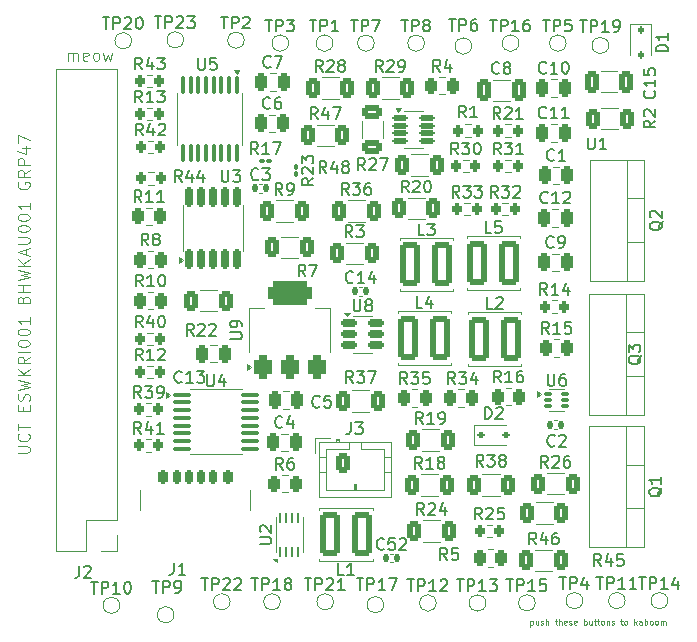
<source format=gbr>
%TF.GenerationSoftware,KiCad,Pcbnew,9.0.0*%
%TF.CreationDate,2025-03-28T16:52:22+02:00*%
%TF.ProjectId,MicroMousePower,4d696372-6f4d-46f7-9573-65506f776572,rev?*%
%TF.SameCoordinates,Original*%
%TF.FileFunction,Legend,Top*%
%TF.FilePolarity,Positive*%
%FSLAX46Y46*%
G04 Gerber Fmt 4.6, Leading zero omitted, Abs format (unit mm)*
G04 Created by KiCad (PCBNEW 9.0.0) date 2025-03-28 16:52:22*
%MOMM*%
%LPD*%
G01*
G04 APERTURE LIST*
G04 Aperture macros list*
%AMRoundRect*
0 Rectangle with rounded corners*
0 $1 Rounding radius*
0 $2 $3 $4 $5 $6 $7 $8 $9 X,Y pos of 4 corners*
0 Add a 4 corners polygon primitive as box body*
4,1,4,$2,$3,$4,$5,$6,$7,$8,$9,$2,$3,0*
0 Add four circle primitives for the rounded corners*
1,1,$1+$1,$2,$3*
1,1,$1+$1,$4,$5*
1,1,$1+$1,$6,$7*
1,1,$1+$1,$8,$9*
0 Add four rect primitives between the rounded corners*
20,1,$1+$1,$2,$3,$4,$5,0*
20,1,$1+$1,$4,$5,$6,$7,0*
20,1,$1+$1,$6,$7,$8,$9,0*
20,1,$1+$1,$8,$9,$2,$3,0*%
G04 Aperture macros list end*
%ADD10C,0.010000*%
%ADD11C,0.100000*%
%ADD12C,0.150000*%
%ADD13C,0.120000*%
%ADD14RoundRect,0.250000X0.625000X-0.312500X0.625000X0.312500X-0.625000X0.312500X-0.625000X-0.312500X0*%
%ADD15RoundRect,0.250000X-0.312500X-0.625000X0.312500X-0.625000X0.312500X0.625000X-0.312500X0.625000X0*%
%ADD16RoundRect,0.250000X-0.250000X-0.475000X0.250000X-0.475000X0.250000X0.475000X-0.250000X0.475000X0*%
%ADD17RoundRect,0.250000X-0.262500X-0.450000X0.262500X-0.450000X0.262500X0.450000X-0.262500X0.450000X0*%
%ADD18RoundRect,0.100000X-0.100000X0.637500X-0.100000X-0.637500X0.100000X-0.637500X0.100000X0.637500X0*%
%ADD19C,1.000000*%
%ADD20RoundRect,0.200000X-0.200000X-0.275000X0.200000X-0.275000X0.200000X0.275000X-0.200000X0.275000X0*%
%ADD21RoundRect,0.375000X0.375000X-0.625000X0.375000X0.625000X-0.375000X0.625000X-0.375000X-0.625000X0*%
%ADD22RoundRect,0.500000X1.400000X-0.500000X1.400000X0.500000X-1.400000X0.500000X-1.400000X-0.500000X0*%
%ADD23R,2.000000X1.905000*%
%ADD24O,2.000000X1.905000*%
%ADD25RoundRect,0.250000X-0.600000X-1.600000X0.600000X-1.600000X0.600000X1.600000X-0.600000X1.600000X0*%
%ADD26RoundRect,0.250000X0.250000X0.475000X-0.250000X0.475000X-0.250000X-0.475000X0.250000X-0.475000X0*%
%ADD27RoundRect,0.250000X0.312500X0.625000X-0.312500X0.625000X-0.312500X-0.625000X0.312500X-0.625000X0*%
%ADD28RoundRect,0.150000X-0.512500X-0.150000X0.512500X-0.150000X0.512500X0.150000X-0.512500X0.150000X0*%
%ADD29RoundRect,0.250000X-0.350000X-0.625000X0.350000X-0.625000X0.350000X0.625000X-0.350000X0.625000X0*%
%ADD30O,1.200000X1.750000*%
%ADD31RoundRect,0.112500X-0.112500X0.187500X-0.112500X-0.187500X0.112500X-0.187500X0.112500X0.187500X0*%
%ADD32RoundRect,0.062500X0.062500X-0.337500X0.062500X0.337500X-0.062500X0.337500X-0.062500X-0.337500X0*%
%ADD33R,1.400000X1.700000*%
%ADD34RoundRect,0.250000X-0.325000X-0.650000X0.325000X-0.650000X0.325000X0.650000X-0.325000X0.650000X0*%
%ADD35RoundRect,0.125000X-0.537500X-0.125000X0.537500X-0.125000X0.537500X0.125000X-0.537500X0.125000X0*%
%ADD36RoundRect,0.100000X-0.130000X-0.100000X0.130000X-0.100000X0.130000X0.100000X-0.130000X0.100000X0*%
%ADD37RoundRect,0.150000X0.150000X-0.687500X0.150000X0.687500X-0.150000X0.687500X-0.150000X-0.687500X0*%
%ADD38R,3.300000X2.100000*%
%ADD39RoundRect,0.140000X-0.140000X-0.170000X0.140000X-0.170000X0.140000X0.170000X-0.140000X0.170000X0*%
%ADD40RoundRect,0.112500X-0.187500X-0.112500X0.187500X-0.112500X0.187500X0.112500X-0.187500X0.112500X0*%
%ADD41RoundRect,0.250000X0.600000X1.600000X-0.600000X1.600000X-0.600000X-1.600000X0.600000X-1.600000X0*%
%ADD42RoundRect,0.100000X-0.100000X0.130000X-0.100000X-0.130000X0.100000X-0.130000X0.100000X0.130000X0*%
%ADD43RoundRect,0.087500X-0.250000X-0.087500X0.250000X-0.087500X0.250000X0.087500X-0.250000X0.087500X0*%
%ADD44RoundRect,0.175000X-0.175000X-0.425000X0.175000X-0.425000X0.175000X0.425000X-0.175000X0.425000X0*%
%ADD45RoundRect,0.190000X0.190000X0.410000X-0.190000X0.410000X-0.190000X-0.410000X0.190000X-0.410000X0*%
%ADD46RoundRect,0.200000X0.200000X0.400000X-0.200000X0.400000X-0.200000X-0.400000X0.200000X-0.400000X0*%
%ADD47RoundRect,0.175000X0.175000X0.425000X-0.175000X0.425000X-0.175000X-0.425000X0.175000X-0.425000X0*%
%ADD48RoundRect,0.190000X-0.190000X-0.410000X0.190000X-0.410000X0.190000X0.410000X-0.190000X0.410000X0*%
%ADD49RoundRect,0.200000X-0.200000X-0.400000X0.200000X-0.400000X0.200000X0.400000X-0.200000X0.400000X0*%
%ADD50O,1.100000X1.700000*%
%ADD51RoundRect,0.100000X-0.637500X-0.100000X0.637500X-0.100000X0.637500X0.100000X-0.637500X0.100000X0*%
%ADD52R,1.700000X1.700000*%
%ADD53O,1.700000X1.700000*%
G04 APERTURE END LIST*
D10*
X188875625Y-116104956D02*
X188875625Y-116604956D01*
X188875625Y-116128765D02*
X188923244Y-116104956D01*
X188923244Y-116104956D02*
X189018482Y-116104956D01*
X189018482Y-116104956D02*
X189066101Y-116128765D01*
X189066101Y-116128765D02*
X189089911Y-116152575D01*
X189089911Y-116152575D02*
X189113720Y-116200194D01*
X189113720Y-116200194D02*
X189113720Y-116343051D01*
X189113720Y-116343051D02*
X189089911Y-116390670D01*
X189089911Y-116390670D02*
X189066101Y-116414480D01*
X189066101Y-116414480D02*
X189018482Y-116438289D01*
X189018482Y-116438289D02*
X188923244Y-116438289D01*
X188923244Y-116438289D02*
X188875625Y-116414480D01*
X189542292Y-116104956D02*
X189542292Y-116438289D01*
X189328006Y-116104956D02*
X189328006Y-116366860D01*
X189328006Y-116366860D02*
X189351816Y-116414480D01*
X189351816Y-116414480D02*
X189399435Y-116438289D01*
X189399435Y-116438289D02*
X189470863Y-116438289D01*
X189470863Y-116438289D02*
X189518482Y-116414480D01*
X189518482Y-116414480D02*
X189542292Y-116390670D01*
X189756578Y-116414480D02*
X189804197Y-116438289D01*
X189804197Y-116438289D02*
X189899435Y-116438289D01*
X189899435Y-116438289D02*
X189947054Y-116414480D01*
X189947054Y-116414480D02*
X189970863Y-116366860D01*
X189970863Y-116366860D02*
X189970863Y-116343051D01*
X189970863Y-116343051D02*
X189947054Y-116295432D01*
X189947054Y-116295432D02*
X189899435Y-116271622D01*
X189899435Y-116271622D02*
X189828006Y-116271622D01*
X189828006Y-116271622D02*
X189780387Y-116247813D01*
X189780387Y-116247813D02*
X189756578Y-116200194D01*
X189756578Y-116200194D02*
X189756578Y-116176384D01*
X189756578Y-116176384D02*
X189780387Y-116128765D01*
X189780387Y-116128765D02*
X189828006Y-116104956D01*
X189828006Y-116104956D02*
X189899435Y-116104956D01*
X189899435Y-116104956D02*
X189947054Y-116128765D01*
X190185149Y-116438289D02*
X190185149Y-115938289D01*
X190399435Y-116438289D02*
X190399435Y-116176384D01*
X190399435Y-116176384D02*
X190375625Y-116128765D01*
X190375625Y-116128765D02*
X190328006Y-116104956D01*
X190328006Y-116104956D02*
X190256578Y-116104956D01*
X190256578Y-116104956D02*
X190208959Y-116128765D01*
X190208959Y-116128765D02*
X190185149Y-116152575D01*
X190947054Y-116104956D02*
X191137530Y-116104956D01*
X191018482Y-115938289D02*
X191018482Y-116366860D01*
X191018482Y-116366860D02*
X191042292Y-116414480D01*
X191042292Y-116414480D02*
X191089911Y-116438289D01*
X191089911Y-116438289D02*
X191137530Y-116438289D01*
X191304196Y-116438289D02*
X191304196Y-115938289D01*
X191518482Y-116438289D02*
X191518482Y-116176384D01*
X191518482Y-116176384D02*
X191494672Y-116128765D01*
X191494672Y-116128765D02*
X191447053Y-116104956D01*
X191447053Y-116104956D02*
X191375625Y-116104956D01*
X191375625Y-116104956D02*
X191328006Y-116128765D01*
X191328006Y-116128765D02*
X191304196Y-116152575D01*
X191947053Y-116414480D02*
X191899434Y-116438289D01*
X191899434Y-116438289D02*
X191804196Y-116438289D01*
X191804196Y-116438289D02*
X191756577Y-116414480D01*
X191756577Y-116414480D02*
X191732768Y-116366860D01*
X191732768Y-116366860D02*
X191732768Y-116176384D01*
X191732768Y-116176384D02*
X191756577Y-116128765D01*
X191756577Y-116128765D02*
X191804196Y-116104956D01*
X191804196Y-116104956D02*
X191899434Y-116104956D01*
X191899434Y-116104956D02*
X191947053Y-116128765D01*
X191947053Y-116128765D02*
X191970863Y-116176384D01*
X191970863Y-116176384D02*
X191970863Y-116224003D01*
X191970863Y-116224003D02*
X191732768Y-116271622D01*
X192161339Y-116414480D02*
X192208958Y-116438289D01*
X192208958Y-116438289D02*
X192304196Y-116438289D01*
X192304196Y-116438289D02*
X192351815Y-116414480D01*
X192351815Y-116414480D02*
X192375624Y-116366860D01*
X192375624Y-116366860D02*
X192375624Y-116343051D01*
X192375624Y-116343051D02*
X192351815Y-116295432D01*
X192351815Y-116295432D02*
X192304196Y-116271622D01*
X192304196Y-116271622D02*
X192232767Y-116271622D01*
X192232767Y-116271622D02*
X192185148Y-116247813D01*
X192185148Y-116247813D02*
X192161339Y-116200194D01*
X192161339Y-116200194D02*
X192161339Y-116176384D01*
X192161339Y-116176384D02*
X192185148Y-116128765D01*
X192185148Y-116128765D02*
X192232767Y-116104956D01*
X192232767Y-116104956D02*
X192304196Y-116104956D01*
X192304196Y-116104956D02*
X192351815Y-116128765D01*
X192780386Y-116414480D02*
X192732767Y-116438289D01*
X192732767Y-116438289D02*
X192637529Y-116438289D01*
X192637529Y-116438289D02*
X192589910Y-116414480D01*
X192589910Y-116414480D02*
X192566101Y-116366860D01*
X192566101Y-116366860D02*
X192566101Y-116176384D01*
X192566101Y-116176384D02*
X192589910Y-116128765D01*
X192589910Y-116128765D02*
X192637529Y-116104956D01*
X192637529Y-116104956D02*
X192732767Y-116104956D01*
X192732767Y-116104956D02*
X192780386Y-116128765D01*
X192780386Y-116128765D02*
X192804196Y-116176384D01*
X192804196Y-116176384D02*
X192804196Y-116224003D01*
X192804196Y-116224003D02*
X192566101Y-116271622D01*
X193399433Y-116438289D02*
X193399433Y-115938289D01*
X193399433Y-116128765D02*
X193447052Y-116104956D01*
X193447052Y-116104956D02*
X193542290Y-116104956D01*
X193542290Y-116104956D02*
X193589909Y-116128765D01*
X193589909Y-116128765D02*
X193613719Y-116152575D01*
X193613719Y-116152575D02*
X193637528Y-116200194D01*
X193637528Y-116200194D02*
X193637528Y-116343051D01*
X193637528Y-116343051D02*
X193613719Y-116390670D01*
X193613719Y-116390670D02*
X193589909Y-116414480D01*
X193589909Y-116414480D02*
X193542290Y-116438289D01*
X193542290Y-116438289D02*
X193447052Y-116438289D01*
X193447052Y-116438289D02*
X193399433Y-116414480D01*
X194066100Y-116104956D02*
X194066100Y-116438289D01*
X193851814Y-116104956D02*
X193851814Y-116366860D01*
X193851814Y-116366860D02*
X193875624Y-116414480D01*
X193875624Y-116414480D02*
X193923243Y-116438289D01*
X193923243Y-116438289D02*
X193994671Y-116438289D01*
X193994671Y-116438289D02*
X194042290Y-116414480D01*
X194042290Y-116414480D02*
X194066100Y-116390670D01*
X194232767Y-116104956D02*
X194423243Y-116104956D01*
X194304195Y-115938289D02*
X194304195Y-116366860D01*
X194304195Y-116366860D02*
X194328005Y-116414480D01*
X194328005Y-116414480D02*
X194375624Y-116438289D01*
X194375624Y-116438289D02*
X194423243Y-116438289D01*
X194518481Y-116104956D02*
X194708957Y-116104956D01*
X194589909Y-115938289D02*
X194589909Y-116366860D01*
X194589909Y-116366860D02*
X194613719Y-116414480D01*
X194613719Y-116414480D02*
X194661338Y-116438289D01*
X194661338Y-116438289D02*
X194708957Y-116438289D01*
X194947052Y-116438289D02*
X194899433Y-116414480D01*
X194899433Y-116414480D02*
X194875623Y-116390670D01*
X194875623Y-116390670D02*
X194851814Y-116343051D01*
X194851814Y-116343051D02*
X194851814Y-116200194D01*
X194851814Y-116200194D02*
X194875623Y-116152575D01*
X194875623Y-116152575D02*
X194899433Y-116128765D01*
X194899433Y-116128765D02*
X194947052Y-116104956D01*
X194947052Y-116104956D02*
X195018480Y-116104956D01*
X195018480Y-116104956D02*
X195066099Y-116128765D01*
X195066099Y-116128765D02*
X195089909Y-116152575D01*
X195089909Y-116152575D02*
X195113718Y-116200194D01*
X195113718Y-116200194D02*
X195113718Y-116343051D01*
X195113718Y-116343051D02*
X195089909Y-116390670D01*
X195089909Y-116390670D02*
X195066099Y-116414480D01*
X195066099Y-116414480D02*
X195018480Y-116438289D01*
X195018480Y-116438289D02*
X194947052Y-116438289D01*
X195328004Y-116104956D02*
X195328004Y-116438289D01*
X195328004Y-116152575D02*
X195351814Y-116128765D01*
X195351814Y-116128765D02*
X195399433Y-116104956D01*
X195399433Y-116104956D02*
X195470861Y-116104956D01*
X195470861Y-116104956D02*
X195518480Y-116128765D01*
X195518480Y-116128765D02*
X195542290Y-116176384D01*
X195542290Y-116176384D02*
X195542290Y-116438289D01*
X195756576Y-116414480D02*
X195804195Y-116438289D01*
X195804195Y-116438289D02*
X195899433Y-116438289D01*
X195899433Y-116438289D02*
X195947052Y-116414480D01*
X195947052Y-116414480D02*
X195970861Y-116366860D01*
X195970861Y-116366860D02*
X195970861Y-116343051D01*
X195970861Y-116343051D02*
X195947052Y-116295432D01*
X195947052Y-116295432D02*
X195899433Y-116271622D01*
X195899433Y-116271622D02*
X195828004Y-116271622D01*
X195828004Y-116271622D02*
X195780385Y-116247813D01*
X195780385Y-116247813D02*
X195756576Y-116200194D01*
X195756576Y-116200194D02*
X195756576Y-116176384D01*
X195756576Y-116176384D02*
X195780385Y-116128765D01*
X195780385Y-116128765D02*
X195828004Y-116104956D01*
X195828004Y-116104956D02*
X195899433Y-116104956D01*
X195899433Y-116104956D02*
X195947052Y-116128765D01*
X196494671Y-116104956D02*
X196685147Y-116104956D01*
X196566099Y-115938289D02*
X196566099Y-116366860D01*
X196566099Y-116366860D02*
X196589909Y-116414480D01*
X196589909Y-116414480D02*
X196637528Y-116438289D01*
X196637528Y-116438289D02*
X196685147Y-116438289D01*
X196923242Y-116438289D02*
X196875623Y-116414480D01*
X196875623Y-116414480D02*
X196851813Y-116390670D01*
X196851813Y-116390670D02*
X196828004Y-116343051D01*
X196828004Y-116343051D02*
X196828004Y-116200194D01*
X196828004Y-116200194D02*
X196851813Y-116152575D01*
X196851813Y-116152575D02*
X196875623Y-116128765D01*
X196875623Y-116128765D02*
X196923242Y-116104956D01*
X196923242Y-116104956D02*
X196994670Y-116104956D01*
X196994670Y-116104956D02*
X197042289Y-116128765D01*
X197042289Y-116128765D02*
X197066099Y-116152575D01*
X197066099Y-116152575D02*
X197089908Y-116200194D01*
X197089908Y-116200194D02*
X197089908Y-116343051D01*
X197089908Y-116343051D02*
X197066099Y-116390670D01*
X197066099Y-116390670D02*
X197042289Y-116414480D01*
X197042289Y-116414480D02*
X196994670Y-116438289D01*
X196994670Y-116438289D02*
X196923242Y-116438289D01*
X197685146Y-116438289D02*
X197685146Y-115938289D01*
X197732765Y-116247813D02*
X197875622Y-116438289D01*
X197875622Y-116104956D02*
X197685146Y-116295432D01*
X198304194Y-116438289D02*
X198304194Y-116176384D01*
X198304194Y-116176384D02*
X198280384Y-116128765D01*
X198280384Y-116128765D02*
X198232765Y-116104956D01*
X198232765Y-116104956D02*
X198137527Y-116104956D01*
X198137527Y-116104956D02*
X198089908Y-116128765D01*
X198304194Y-116414480D02*
X198256575Y-116438289D01*
X198256575Y-116438289D02*
X198137527Y-116438289D01*
X198137527Y-116438289D02*
X198089908Y-116414480D01*
X198089908Y-116414480D02*
X198066099Y-116366860D01*
X198066099Y-116366860D02*
X198066099Y-116319241D01*
X198066099Y-116319241D02*
X198089908Y-116271622D01*
X198089908Y-116271622D02*
X198137527Y-116247813D01*
X198137527Y-116247813D02*
X198256575Y-116247813D01*
X198256575Y-116247813D02*
X198304194Y-116224003D01*
X198542289Y-116438289D02*
X198542289Y-115938289D01*
X198542289Y-116128765D02*
X198589908Y-116104956D01*
X198589908Y-116104956D02*
X198685146Y-116104956D01*
X198685146Y-116104956D02*
X198732765Y-116128765D01*
X198732765Y-116128765D02*
X198756575Y-116152575D01*
X198756575Y-116152575D02*
X198780384Y-116200194D01*
X198780384Y-116200194D02*
X198780384Y-116343051D01*
X198780384Y-116343051D02*
X198756575Y-116390670D01*
X198756575Y-116390670D02*
X198732765Y-116414480D01*
X198732765Y-116414480D02*
X198685146Y-116438289D01*
X198685146Y-116438289D02*
X198589908Y-116438289D01*
X198589908Y-116438289D02*
X198542289Y-116414480D01*
X199066099Y-116438289D02*
X199018480Y-116414480D01*
X199018480Y-116414480D02*
X198994670Y-116390670D01*
X198994670Y-116390670D02*
X198970861Y-116343051D01*
X198970861Y-116343051D02*
X198970861Y-116200194D01*
X198970861Y-116200194D02*
X198994670Y-116152575D01*
X198994670Y-116152575D02*
X199018480Y-116128765D01*
X199018480Y-116128765D02*
X199066099Y-116104956D01*
X199066099Y-116104956D02*
X199137527Y-116104956D01*
X199137527Y-116104956D02*
X199185146Y-116128765D01*
X199185146Y-116128765D02*
X199208956Y-116152575D01*
X199208956Y-116152575D02*
X199232765Y-116200194D01*
X199232765Y-116200194D02*
X199232765Y-116343051D01*
X199232765Y-116343051D02*
X199208956Y-116390670D01*
X199208956Y-116390670D02*
X199185146Y-116414480D01*
X199185146Y-116414480D02*
X199137527Y-116438289D01*
X199137527Y-116438289D02*
X199066099Y-116438289D01*
X199518480Y-116438289D02*
X199470861Y-116414480D01*
X199470861Y-116414480D02*
X199447051Y-116390670D01*
X199447051Y-116390670D02*
X199423242Y-116343051D01*
X199423242Y-116343051D02*
X199423242Y-116200194D01*
X199423242Y-116200194D02*
X199447051Y-116152575D01*
X199447051Y-116152575D02*
X199470861Y-116128765D01*
X199470861Y-116128765D02*
X199518480Y-116104956D01*
X199518480Y-116104956D02*
X199589908Y-116104956D01*
X199589908Y-116104956D02*
X199637527Y-116128765D01*
X199637527Y-116128765D02*
X199661337Y-116152575D01*
X199661337Y-116152575D02*
X199685146Y-116200194D01*
X199685146Y-116200194D02*
X199685146Y-116343051D01*
X199685146Y-116343051D02*
X199661337Y-116390670D01*
X199661337Y-116390670D02*
X199637527Y-116414480D01*
X199637527Y-116414480D02*
X199589908Y-116438289D01*
X199589908Y-116438289D02*
X199518480Y-116438289D01*
X199899432Y-116438289D02*
X199899432Y-116104956D01*
X199899432Y-116152575D02*
X199923242Y-116128765D01*
X199923242Y-116128765D02*
X199970861Y-116104956D01*
X199970861Y-116104956D02*
X200042289Y-116104956D01*
X200042289Y-116104956D02*
X200089908Y-116128765D01*
X200089908Y-116128765D02*
X200113718Y-116176384D01*
X200113718Y-116176384D02*
X200113718Y-116438289D01*
X200113718Y-116176384D02*
X200137527Y-116128765D01*
X200137527Y-116128765D02*
X200185146Y-116104956D01*
X200185146Y-116104956D02*
X200256575Y-116104956D01*
X200256575Y-116104956D02*
X200304194Y-116128765D01*
X200304194Y-116128765D02*
X200328004Y-116176384D01*
X200328004Y-116176384D02*
X200328004Y-116438289D01*
D11*
X145472419Y-101896115D02*
X146281942Y-101896115D01*
X146281942Y-101896115D02*
X146377180Y-101848496D01*
X146377180Y-101848496D02*
X146424800Y-101800877D01*
X146424800Y-101800877D02*
X146472419Y-101705639D01*
X146472419Y-101705639D02*
X146472419Y-101515163D01*
X146472419Y-101515163D02*
X146424800Y-101419925D01*
X146424800Y-101419925D02*
X146377180Y-101372306D01*
X146377180Y-101372306D02*
X146281942Y-101324687D01*
X146281942Y-101324687D02*
X145472419Y-101324687D01*
X146377180Y-100277068D02*
X146424800Y-100324687D01*
X146424800Y-100324687D02*
X146472419Y-100467544D01*
X146472419Y-100467544D02*
X146472419Y-100562782D01*
X146472419Y-100562782D02*
X146424800Y-100705639D01*
X146424800Y-100705639D02*
X146329561Y-100800877D01*
X146329561Y-100800877D02*
X146234323Y-100848496D01*
X146234323Y-100848496D02*
X146043847Y-100896115D01*
X146043847Y-100896115D02*
X145900990Y-100896115D01*
X145900990Y-100896115D02*
X145710514Y-100848496D01*
X145710514Y-100848496D02*
X145615276Y-100800877D01*
X145615276Y-100800877D02*
X145520038Y-100705639D01*
X145520038Y-100705639D02*
X145472419Y-100562782D01*
X145472419Y-100562782D02*
X145472419Y-100467544D01*
X145472419Y-100467544D02*
X145520038Y-100324687D01*
X145520038Y-100324687D02*
X145567657Y-100277068D01*
X145472419Y-99991353D02*
X145472419Y-99419925D01*
X146472419Y-99705639D02*
X145472419Y-99705639D01*
X145948609Y-98324686D02*
X145948609Y-97991353D01*
X146472419Y-97848496D02*
X146472419Y-98324686D01*
X146472419Y-98324686D02*
X145472419Y-98324686D01*
X145472419Y-98324686D02*
X145472419Y-97848496D01*
X146424800Y-97467543D02*
X146472419Y-97324686D01*
X146472419Y-97324686D02*
X146472419Y-97086591D01*
X146472419Y-97086591D02*
X146424800Y-96991353D01*
X146424800Y-96991353D02*
X146377180Y-96943734D01*
X146377180Y-96943734D02*
X146281942Y-96896115D01*
X146281942Y-96896115D02*
X146186704Y-96896115D01*
X146186704Y-96896115D02*
X146091466Y-96943734D01*
X146091466Y-96943734D02*
X146043847Y-96991353D01*
X146043847Y-96991353D02*
X145996228Y-97086591D01*
X145996228Y-97086591D02*
X145948609Y-97277067D01*
X145948609Y-97277067D02*
X145900990Y-97372305D01*
X145900990Y-97372305D02*
X145853371Y-97419924D01*
X145853371Y-97419924D02*
X145758133Y-97467543D01*
X145758133Y-97467543D02*
X145662895Y-97467543D01*
X145662895Y-97467543D02*
X145567657Y-97419924D01*
X145567657Y-97419924D02*
X145520038Y-97372305D01*
X145520038Y-97372305D02*
X145472419Y-97277067D01*
X145472419Y-97277067D02*
X145472419Y-97038972D01*
X145472419Y-97038972D02*
X145520038Y-96896115D01*
X145472419Y-96562781D02*
X146472419Y-96324686D01*
X146472419Y-96324686D02*
X145758133Y-96134210D01*
X145758133Y-96134210D02*
X146472419Y-95943734D01*
X146472419Y-95943734D02*
X145472419Y-95705639D01*
X146472419Y-95324686D02*
X145472419Y-95324686D01*
X146472419Y-94753258D02*
X145900990Y-95181829D01*
X145472419Y-94753258D02*
X146043847Y-95324686D01*
X146472419Y-93753258D02*
X145996228Y-94086591D01*
X146472419Y-94324686D02*
X145472419Y-94324686D01*
X145472419Y-94324686D02*
X145472419Y-93943734D01*
X145472419Y-93943734D02*
X145520038Y-93848496D01*
X145520038Y-93848496D02*
X145567657Y-93800877D01*
X145567657Y-93800877D02*
X145662895Y-93753258D01*
X145662895Y-93753258D02*
X145805752Y-93753258D01*
X145805752Y-93753258D02*
X145900990Y-93800877D01*
X145900990Y-93800877D02*
X145948609Y-93848496D01*
X145948609Y-93848496D02*
X145996228Y-93943734D01*
X145996228Y-93943734D02*
X145996228Y-94324686D01*
X146472419Y-93324686D02*
X145472419Y-93324686D01*
X145472419Y-92658020D02*
X145472419Y-92562782D01*
X145472419Y-92562782D02*
X145520038Y-92467544D01*
X145520038Y-92467544D02*
X145567657Y-92419925D01*
X145567657Y-92419925D02*
X145662895Y-92372306D01*
X145662895Y-92372306D02*
X145853371Y-92324687D01*
X145853371Y-92324687D02*
X146091466Y-92324687D01*
X146091466Y-92324687D02*
X146281942Y-92372306D01*
X146281942Y-92372306D02*
X146377180Y-92419925D01*
X146377180Y-92419925D02*
X146424800Y-92467544D01*
X146424800Y-92467544D02*
X146472419Y-92562782D01*
X146472419Y-92562782D02*
X146472419Y-92658020D01*
X146472419Y-92658020D02*
X146424800Y-92753258D01*
X146424800Y-92753258D02*
X146377180Y-92800877D01*
X146377180Y-92800877D02*
X146281942Y-92848496D01*
X146281942Y-92848496D02*
X146091466Y-92896115D01*
X146091466Y-92896115D02*
X145853371Y-92896115D01*
X145853371Y-92896115D02*
X145662895Y-92848496D01*
X145662895Y-92848496D02*
X145567657Y-92800877D01*
X145567657Y-92800877D02*
X145520038Y-92753258D01*
X145520038Y-92753258D02*
X145472419Y-92658020D01*
X145472419Y-91705639D02*
X145472419Y-91610401D01*
X145472419Y-91610401D02*
X145520038Y-91515163D01*
X145520038Y-91515163D02*
X145567657Y-91467544D01*
X145567657Y-91467544D02*
X145662895Y-91419925D01*
X145662895Y-91419925D02*
X145853371Y-91372306D01*
X145853371Y-91372306D02*
X146091466Y-91372306D01*
X146091466Y-91372306D02*
X146281942Y-91419925D01*
X146281942Y-91419925D02*
X146377180Y-91467544D01*
X146377180Y-91467544D02*
X146424800Y-91515163D01*
X146424800Y-91515163D02*
X146472419Y-91610401D01*
X146472419Y-91610401D02*
X146472419Y-91705639D01*
X146472419Y-91705639D02*
X146424800Y-91800877D01*
X146424800Y-91800877D02*
X146377180Y-91848496D01*
X146377180Y-91848496D02*
X146281942Y-91896115D01*
X146281942Y-91896115D02*
X146091466Y-91943734D01*
X146091466Y-91943734D02*
X145853371Y-91943734D01*
X145853371Y-91943734D02*
X145662895Y-91896115D01*
X145662895Y-91896115D02*
X145567657Y-91848496D01*
X145567657Y-91848496D02*
X145520038Y-91800877D01*
X145520038Y-91800877D02*
X145472419Y-91705639D01*
X146472419Y-90419925D02*
X146472419Y-90991353D01*
X146472419Y-90705639D02*
X145472419Y-90705639D01*
X145472419Y-90705639D02*
X145615276Y-90800877D01*
X145615276Y-90800877D02*
X145710514Y-90896115D01*
X145710514Y-90896115D02*
X145758133Y-90991353D01*
X145948609Y-88896115D02*
X145996228Y-88753258D01*
X145996228Y-88753258D02*
X146043847Y-88705639D01*
X146043847Y-88705639D02*
X146139085Y-88658020D01*
X146139085Y-88658020D02*
X146281942Y-88658020D01*
X146281942Y-88658020D02*
X146377180Y-88705639D01*
X146377180Y-88705639D02*
X146424800Y-88753258D01*
X146424800Y-88753258D02*
X146472419Y-88848496D01*
X146472419Y-88848496D02*
X146472419Y-89229448D01*
X146472419Y-89229448D02*
X145472419Y-89229448D01*
X145472419Y-89229448D02*
X145472419Y-88896115D01*
X145472419Y-88896115D02*
X145520038Y-88800877D01*
X145520038Y-88800877D02*
X145567657Y-88753258D01*
X145567657Y-88753258D02*
X145662895Y-88705639D01*
X145662895Y-88705639D02*
X145758133Y-88705639D01*
X145758133Y-88705639D02*
X145853371Y-88753258D01*
X145853371Y-88753258D02*
X145900990Y-88800877D01*
X145900990Y-88800877D02*
X145948609Y-88896115D01*
X145948609Y-88896115D02*
X145948609Y-89229448D01*
X146472419Y-88229448D02*
X145472419Y-88229448D01*
X145948609Y-88229448D02*
X145948609Y-87658020D01*
X146472419Y-87658020D02*
X145472419Y-87658020D01*
X145472419Y-87277067D02*
X146472419Y-87038972D01*
X146472419Y-87038972D02*
X145758133Y-86848496D01*
X145758133Y-86848496D02*
X146472419Y-86658020D01*
X146472419Y-86658020D02*
X145472419Y-86419925D01*
X146472419Y-86038972D02*
X145472419Y-86038972D01*
X146472419Y-85467544D02*
X145900990Y-85896115D01*
X145472419Y-85467544D02*
X146043847Y-86038972D01*
X146186704Y-85086591D02*
X146186704Y-84610401D01*
X146472419Y-85181829D02*
X145472419Y-84848496D01*
X145472419Y-84848496D02*
X146472419Y-84515163D01*
X145472419Y-84181829D02*
X146281942Y-84181829D01*
X146281942Y-84181829D02*
X146377180Y-84134210D01*
X146377180Y-84134210D02*
X146424800Y-84086591D01*
X146424800Y-84086591D02*
X146472419Y-83991353D01*
X146472419Y-83991353D02*
X146472419Y-83800877D01*
X146472419Y-83800877D02*
X146424800Y-83705639D01*
X146424800Y-83705639D02*
X146377180Y-83658020D01*
X146377180Y-83658020D02*
X146281942Y-83610401D01*
X146281942Y-83610401D02*
X145472419Y-83610401D01*
X145472419Y-82943734D02*
X145472419Y-82848496D01*
X145472419Y-82848496D02*
X145520038Y-82753258D01*
X145520038Y-82753258D02*
X145567657Y-82705639D01*
X145567657Y-82705639D02*
X145662895Y-82658020D01*
X145662895Y-82658020D02*
X145853371Y-82610401D01*
X145853371Y-82610401D02*
X146091466Y-82610401D01*
X146091466Y-82610401D02*
X146281942Y-82658020D01*
X146281942Y-82658020D02*
X146377180Y-82705639D01*
X146377180Y-82705639D02*
X146424800Y-82753258D01*
X146424800Y-82753258D02*
X146472419Y-82848496D01*
X146472419Y-82848496D02*
X146472419Y-82943734D01*
X146472419Y-82943734D02*
X146424800Y-83038972D01*
X146424800Y-83038972D02*
X146377180Y-83086591D01*
X146377180Y-83086591D02*
X146281942Y-83134210D01*
X146281942Y-83134210D02*
X146091466Y-83181829D01*
X146091466Y-83181829D02*
X145853371Y-83181829D01*
X145853371Y-83181829D02*
X145662895Y-83134210D01*
X145662895Y-83134210D02*
X145567657Y-83086591D01*
X145567657Y-83086591D02*
X145520038Y-83038972D01*
X145520038Y-83038972D02*
X145472419Y-82943734D01*
X145472419Y-81991353D02*
X145472419Y-81896115D01*
X145472419Y-81896115D02*
X145520038Y-81800877D01*
X145520038Y-81800877D02*
X145567657Y-81753258D01*
X145567657Y-81753258D02*
X145662895Y-81705639D01*
X145662895Y-81705639D02*
X145853371Y-81658020D01*
X145853371Y-81658020D02*
X146091466Y-81658020D01*
X146091466Y-81658020D02*
X146281942Y-81705639D01*
X146281942Y-81705639D02*
X146377180Y-81753258D01*
X146377180Y-81753258D02*
X146424800Y-81800877D01*
X146424800Y-81800877D02*
X146472419Y-81896115D01*
X146472419Y-81896115D02*
X146472419Y-81991353D01*
X146472419Y-81991353D02*
X146424800Y-82086591D01*
X146424800Y-82086591D02*
X146377180Y-82134210D01*
X146377180Y-82134210D02*
X146281942Y-82181829D01*
X146281942Y-82181829D02*
X146091466Y-82229448D01*
X146091466Y-82229448D02*
X145853371Y-82229448D01*
X145853371Y-82229448D02*
X145662895Y-82181829D01*
X145662895Y-82181829D02*
X145567657Y-82134210D01*
X145567657Y-82134210D02*
X145520038Y-82086591D01*
X145520038Y-82086591D02*
X145472419Y-81991353D01*
X146472419Y-80705639D02*
X146472419Y-81277067D01*
X146472419Y-80991353D02*
X145472419Y-80991353D01*
X145472419Y-80991353D02*
X145615276Y-81086591D01*
X145615276Y-81086591D02*
X145710514Y-81181829D01*
X145710514Y-81181829D02*
X145758133Y-81277067D01*
X145520038Y-78991353D02*
X145472419Y-79086591D01*
X145472419Y-79086591D02*
X145472419Y-79229448D01*
X145472419Y-79229448D02*
X145520038Y-79372305D01*
X145520038Y-79372305D02*
X145615276Y-79467543D01*
X145615276Y-79467543D02*
X145710514Y-79515162D01*
X145710514Y-79515162D02*
X145900990Y-79562781D01*
X145900990Y-79562781D02*
X146043847Y-79562781D01*
X146043847Y-79562781D02*
X146234323Y-79515162D01*
X146234323Y-79515162D02*
X146329561Y-79467543D01*
X146329561Y-79467543D02*
X146424800Y-79372305D01*
X146424800Y-79372305D02*
X146472419Y-79229448D01*
X146472419Y-79229448D02*
X146472419Y-79134210D01*
X146472419Y-79134210D02*
X146424800Y-78991353D01*
X146424800Y-78991353D02*
X146377180Y-78943734D01*
X146377180Y-78943734D02*
X146043847Y-78943734D01*
X146043847Y-78943734D02*
X146043847Y-79134210D01*
X146472419Y-77943734D02*
X145996228Y-78277067D01*
X146472419Y-78515162D02*
X145472419Y-78515162D01*
X145472419Y-78515162D02*
X145472419Y-78134210D01*
X145472419Y-78134210D02*
X145520038Y-78038972D01*
X145520038Y-78038972D02*
X145567657Y-77991353D01*
X145567657Y-77991353D02*
X145662895Y-77943734D01*
X145662895Y-77943734D02*
X145805752Y-77943734D01*
X145805752Y-77943734D02*
X145900990Y-77991353D01*
X145900990Y-77991353D02*
X145948609Y-78038972D01*
X145948609Y-78038972D02*
X145996228Y-78134210D01*
X145996228Y-78134210D02*
X145996228Y-78515162D01*
X146472419Y-77515162D02*
X145472419Y-77515162D01*
X145472419Y-77515162D02*
X145472419Y-77134210D01*
X145472419Y-77134210D02*
X145520038Y-77038972D01*
X145520038Y-77038972D02*
X145567657Y-76991353D01*
X145567657Y-76991353D02*
X145662895Y-76943734D01*
X145662895Y-76943734D02*
X145805752Y-76943734D01*
X145805752Y-76943734D02*
X145900990Y-76991353D01*
X145900990Y-76991353D02*
X145948609Y-77038972D01*
X145948609Y-77038972D02*
X145996228Y-77134210D01*
X145996228Y-77134210D02*
X145996228Y-77515162D01*
X145805752Y-76086591D02*
X146472419Y-76086591D01*
X145424800Y-76324686D02*
X146139085Y-76562781D01*
X146139085Y-76562781D02*
X146139085Y-75943734D01*
X145472419Y-75658019D02*
X145472419Y-74991353D01*
X145472419Y-74991353D02*
X146472419Y-75419924D01*
X149703884Y-68672419D02*
X149703884Y-68005752D01*
X149703884Y-68100990D02*
X149751503Y-68053371D01*
X149751503Y-68053371D02*
X149846741Y-68005752D01*
X149846741Y-68005752D02*
X149989598Y-68005752D01*
X149989598Y-68005752D02*
X150084836Y-68053371D01*
X150084836Y-68053371D02*
X150132455Y-68148609D01*
X150132455Y-68148609D02*
X150132455Y-68672419D01*
X150132455Y-68148609D02*
X150180074Y-68053371D01*
X150180074Y-68053371D02*
X150275312Y-68005752D01*
X150275312Y-68005752D02*
X150418169Y-68005752D01*
X150418169Y-68005752D02*
X150513408Y-68053371D01*
X150513408Y-68053371D02*
X150561027Y-68148609D01*
X150561027Y-68148609D02*
X150561027Y-68672419D01*
X151418169Y-68624800D02*
X151322931Y-68672419D01*
X151322931Y-68672419D02*
X151132455Y-68672419D01*
X151132455Y-68672419D02*
X151037217Y-68624800D01*
X151037217Y-68624800D02*
X150989598Y-68529561D01*
X150989598Y-68529561D02*
X150989598Y-68148609D01*
X150989598Y-68148609D02*
X151037217Y-68053371D01*
X151037217Y-68053371D02*
X151132455Y-68005752D01*
X151132455Y-68005752D02*
X151322931Y-68005752D01*
X151322931Y-68005752D02*
X151418169Y-68053371D01*
X151418169Y-68053371D02*
X151465788Y-68148609D01*
X151465788Y-68148609D02*
X151465788Y-68243847D01*
X151465788Y-68243847D02*
X150989598Y-68339085D01*
X152037217Y-68672419D02*
X151941979Y-68624800D01*
X151941979Y-68624800D02*
X151894360Y-68577180D01*
X151894360Y-68577180D02*
X151846741Y-68481942D01*
X151846741Y-68481942D02*
X151846741Y-68196228D01*
X151846741Y-68196228D02*
X151894360Y-68100990D01*
X151894360Y-68100990D02*
X151941979Y-68053371D01*
X151941979Y-68053371D02*
X152037217Y-68005752D01*
X152037217Y-68005752D02*
X152180074Y-68005752D01*
X152180074Y-68005752D02*
X152275312Y-68053371D01*
X152275312Y-68053371D02*
X152322931Y-68100990D01*
X152322931Y-68100990D02*
X152370550Y-68196228D01*
X152370550Y-68196228D02*
X152370550Y-68481942D01*
X152370550Y-68481942D02*
X152322931Y-68577180D01*
X152322931Y-68577180D02*
X152275312Y-68624800D01*
X152275312Y-68624800D02*
X152180074Y-68672419D01*
X152180074Y-68672419D02*
X152037217Y-68672419D01*
X152703884Y-68005752D02*
X152894360Y-68672419D01*
X152894360Y-68672419D02*
X153084836Y-68196228D01*
X153084836Y-68196228D02*
X153275312Y-68672419D01*
X153275312Y-68672419D02*
X153465788Y-68005752D01*
D12*
X171607142Y-78204819D02*
X171273809Y-77728628D01*
X171035714Y-78204819D02*
X171035714Y-77204819D01*
X171035714Y-77204819D02*
X171416666Y-77204819D01*
X171416666Y-77204819D02*
X171511904Y-77252438D01*
X171511904Y-77252438D02*
X171559523Y-77300057D01*
X171559523Y-77300057D02*
X171607142Y-77395295D01*
X171607142Y-77395295D02*
X171607142Y-77538152D01*
X171607142Y-77538152D02*
X171559523Y-77633390D01*
X171559523Y-77633390D02*
X171511904Y-77681009D01*
X171511904Y-77681009D02*
X171416666Y-77728628D01*
X171416666Y-77728628D02*
X171035714Y-77728628D01*
X172464285Y-77538152D02*
X172464285Y-78204819D01*
X172226190Y-77157200D02*
X171988095Y-77871485D01*
X171988095Y-77871485D02*
X172607142Y-77871485D01*
X173130952Y-77633390D02*
X173035714Y-77585771D01*
X173035714Y-77585771D02*
X172988095Y-77538152D01*
X172988095Y-77538152D02*
X172940476Y-77442914D01*
X172940476Y-77442914D02*
X172940476Y-77395295D01*
X172940476Y-77395295D02*
X172988095Y-77300057D01*
X172988095Y-77300057D02*
X173035714Y-77252438D01*
X173035714Y-77252438D02*
X173130952Y-77204819D01*
X173130952Y-77204819D02*
X173321428Y-77204819D01*
X173321428Y-77204819D02*
X173416666Y-77252438D01*
X173416666Y-77252438D02*
X173464285Y-77300057D01*
X173464285Y-77300057D02*
X173511904Y-77395295D01*
X173511904Y-77395295D02*
X173511904Y-77442914D01*
X173511904Y-77442914D02*
X173464285Y-77538152D01*
X173464285Y-77538152D02*
X173416666Y-77585771D01*
X173416666Y-77585771D02*
X173321428Y-77633390D01*
X173321428Y-77633390D02*
X173130952Y-77633390D01*
X173130952Y-77633390D02*
X173035714Y-77681009D01*
X173035714Y-77681009D02*
X172988095Y-77728628D01*
X172988095Y-77728628D02*
X172940476Y-77823866D01*
X172940476Y-77823866D02*
X172940476Y-78014342D01*
X172940476Y-78014342D02*
X172988095Y-78109580D01*
X172988095Y-78109580D02*
X173035714Y-78157200D01*
X173035714Y-78157200D02*
X173130952Y-78204819D01*
X173130952Y-78204819D02*
X173321428Y-78204819D01*
X173321428Y-78204819D02*
X173416666Y-78157200D01*
X173416666Y-78157200D02*
X173464285Y-78109580D01*
X173464285Y-78109580D02*
X173511904Y-78014342D01*
X173511904Y-78014342D02*
X173511904Y-77823866D01*
X173511904Y-77823866D02*
X173464285Y-77728628D01*
X173464285Y-77728628D02*
X173416666Y-77681009D01*
X173416666Y-77681009D02*
X173321428Y-77633390D01*
X170857142Y-73634819D02*
X170523809Y-73158628D01*
X170285714Y-73634819D02*
X170285714Y-72634819D01*
X170285714Y-72634819D02*
X170666666Y-72634819D01*
X170666666Y-72634819D02*
X170761904Y-72682438D01*
X170761904Y-72682438D02*
X170809523Y-72730057D01*
X170809523Y-72730057D02*
X170857142Y-72825295D01*
X170857142Y-72825295D02*
X170857142Y-72968152D01*
X170857142Y-72968152D02*
X170809523Y-73063390D01*
X170809523Y-73063390D02*
X170761904Y-73111009D01*
X170761904Y-73111009D02*
X170666666Y-73158628D01*
X170666666Y-73158628D02*
X170285714Y-73158628D01*
X171714285Y-72968152D02*
X171714285Y-73634819D01*
X171476190Y-72587200D02*
X171238095Y-73301485D01*
X171238095Y-73301485D02*
X171857142Y-73301485D01*
X172142857Y-72634819D02*
X172809523Y-72634819D01*
X172809523Y-72634819D02*
X172380952Y-73634819D01*
X189357142Y-109634819D02*
X189023809Y-109158628D01*
X188785714Y-109634819D02*
X188785714Y-108634819D01*
X188785714Y-108634819D02*
X189166666Y-108634819D01*
X189166666Y-108634819D02*
X189261904Y-108682438D01*
X189261904Y-108682438D02*
X189309523Y-108730057D01*
X189309523Y-108730057D02*
X189357142Y-108825295D01*
X189357142Y-108825295D02*
X189357142Y-108968152D01*
X189357142Y-108968152D02*
X189309523Y-109063390D01*
X189309523Y-109063390D02*
X189261904Y-109111009D01*
X189261904Y-109111009D02*
X189166666Y-109158628D01*
X189166666Y-109158628D02*
X188785714Y-109158628D01*
X190214285Y-108968152D02*
X190214285Y-109634819D01*
X189976190Y-108587200D02*
X189738095Y-109301485D01*
X189738095Y-109301485D02*
X190357142Y-109301485D01*
X191166666Y-108634819D02*
X190976190Y-108634819D01*
X190976190Y-108634819D02*
X190880952Y-108682438D01*
X190880952Y-108682438D02*
X190833333Y-108730057D01*
X190833333Y-108730057D02*
X190738095Y-108872914D01*
X190738095Y-108872914D02*
X190690476Y-109063390D01*
X190690476Y-109063390D02*
X190690476Y-109444342D01*
X190690476Y-109444342D02*
X190738095Y-109539580D01*
X190738095Y-109539580D02*
X190785714Y-109587200D01*
X190785714Y-109587200D02*
X190880952Y-109634819D01*
X190880952Y-109634819D02*
X191071428Y-109634819D01*
X191071428Y-109634819D02*
X191166666Y-109587200D01*
X191166666Y-109587200D02*
X191214285Y-109539580D01*
X191214285Y-109539580D02*
X191261904Y-109444342D01*
X191261904Y-109444342D02*
X191261904Y-109206247D01*
X191261904Y-109206247D02*
X191214285Y-109111009D01*
X191214285Y-109111009D02*
X191166666Y-109063390D01*
X191166666Y-109063390D02*
X191071428Y-109015771D01*
X191071428Y-109015771D02*
X190880952Y-109015771D01*
X190880952Y-109015771D02*
X190785714Y-109063390D01*
X190785714Y-109063390D02*
X190738095Y-109111009D01*
X190738095Y-109111009D02*
X190690476Y-109206247D01*
X194857142Y-111454819D02*
X194523809Y-110978628D01*
X194285714Y-111454819D02*
X194285714Y-110454819D01*
X194285714Y-110454819D02*
X194666666Y-110454819D01*
X194666666Y-110454819D02*
X194761904Y-110502438D01*
X194761904Y-110502438D02*
X194809523Y-110550057D01*
X194809523Y-110550057D02*
X194857142Y-110645295D01*
X194857142Y-110645295D02*
X194857142Y-110788152D01*
X194857142Y-110788152D02*
X194809523Y-110883390D01*
X194809523Y-110883390D02*
X194761904Y-110931009D01*
X194761904Y-110931009D02*
X194666666Y-110978628D01*
X194666666Y-110978628D02*
X194285714Y-110978628D01*
X195714285Y-110788152D02*
X195714285Y-111454819D01*
X195476190Y-110407200D02*
X195238095Y-111121485D01*
X195238095Y-111121485D02*
X195857142Y-111121485D01*
X196714285Y-110454819D02*
X196238095Y-110454819D01*
X196238095Y-110454819D02*
X196190476Y-110931009D01*
X196190476Y-110931009D02*
X196238095Y-110883390D01*
X196238095Y-110883390D02*
X196333333Y-110835771D01*
X196333333Y-110835771D02*
X196571428Y-110835771D01*
X196571428Y-110835771D02*
X196666666Y-110883390D01*
X196666666Y-110883390D02*
X196714285Y-110931009D01*
X196714285Y-110931009D02*
X196761904Y-111026247D01*
X196761904Y-111026247D02*
X196761904Y-111264342D01*
X196761904Y-111264342D02*
X196714285Y-111359580D01*
X196714285Y-111359580D02*
X196666666Y-111407200D01*
X196666666Y-111407200D02*
X196571428Y-111454819D01*
X196571428Y-111454819D02*
X196333333Y-111454819D01*
X196333333Y-111454819D02*
X196238095Y-111407200D01*
X196238095Y-111407200D02*
X196190476Y-111359580D01*
X166833333Y-72679580D02*
X166785714Y-72727200D01*
X166785714Y-72727200D02*
X166642857Y-72774819D01*
X166642857Y-72774819D02*
X166547619Y-72774819D01*
X166547619Y-72774819D02*
X166404762Y-72727200D01*
X166404762Y-72727200D02*
X166309524Y-72631961D01*
X166309524Y-72631961D02*
X166261905Y-72536723D01*
X166261905Y-72536723D02*
X166214286Y-72346247D01*
X166214286Y-72346247D02*
X166214286Y-72203390D01*
X166214286Y-72203390D02*
X166261905Y-72012914D01*
X166261905Y-72012914D02*
X166309524Y-71917676D01*
X166309524Y-71917676D02*
X166404762Y-71822438D01*
X166404762Y-71822438D02*
X166547619Y-71774819D01*
X166547619Y-71774819D02*
X166642857Y-71774819D01*
X166642857Y-71774819D02*
X166785714Y-71822438D01*
X166785714Y-71822438D02*
X166833333Y-71870057D01*
X167690476Y-71774819D02*
X167500000Y-71774819D01*
X167500000Y-71774819D02*
X167404762Y-71822438D01*
X167404762Y-71822438D02*
X167357143Y-71870057D01*
X167357143Y-71870057D02*
X167261905Y-72012914D01*
X167261905Y-72012914D02*
X167214286Y-72203390D01*
X167214286Y-72203390D02*
X167214286Y-72584342D01*
X167214286Y-72584342D02*
X167261905Y-72679580D01*
X167261905Y-72679580D02*
X167309524Y-72727200D01*
X167309524Y-72727200D02*
X167404762Y-72774819D01*
X167404762Y-72774819D02*
X167595238Y-72774819D01*
X167595238Y-72774819D02*
X167690476Y-72727200D01*
X167690476Y-72727200D02*
X167738095Y-72679580D01*
X167738095Y-72679580D02*
X167785714Y-72584342D01*
X167785714Y-72584342D02*
X167785714Y-72346247D01*
X167785714Y-72346247D02*
X167738095Y-72251009D01*
X167738095Y-72251009D02*
X167690476Y-72203390D01*
X167690476Y-72203390D02*
X167595238Y-72155771D01*
X167595238Y-72155771D02*
X167404762Y-72155771D01*
X167404762Y-72155771D02*
X167309524Y-72203390D01*
X167309524Y-72203390D02*
X167261905Y-72251009D01*
X167261905Y-72251009D02*
X167214286Y-72346247D01*
X190444642Y-91804819D02*
X190111309Y-91328628D01*
X189873214Y-91804819D02*
X189873214Y-90804819D01*
X189873214Y-90804819D02*
X190254166Y-90804819D01*
X190254166Y-90804819D02*
X190349404Y-90852438D01*
X190349404Y-90852438D02*
X190397023Y-90900057D01*
X190397023Y-90900057D02*
X190444642Y-90995295D01*
X190444642Y-90995295D02*
X190444642Y-91138152D01*
X190444642Y-91138152D02*
X190397023Y-91233390D01*
X190397023Y-91233390D02*
X190349404Y-91281009D01*
X190349404Y-91281009D02*
X190254166Y-91328628D01*
X190254166Y-91328628D02*
X189873214Y-91328628D01*
X191397023Y-91804819D02*
X190825595Y-91804819D01*
X191111309Y-91804819D02*
X191111309Y-90804819D01*
X191111309Y-90804819D02*
X191016071Y-90947676D01*
X191016071Y-90947676D02*
X190920833Y-91042914D01*
X190920833Y-91042914D02*
X190825595Y-91090533D01*
X192301785Y-90804819D02*
X191825595Y-90804819D01*
X191825595Y-90804819D02*
X191777976Y-91281009D01*
X191777976Y-91281009D02*
X191825595Y-91233390D01*
X191825595Y-91233390D02*
X191920833Y-91185771D01*
X191920833Y-91185771D02*
X192158928Y-91185771D01*
X192158928Y-91185771D02*
X192254166Y-91233390D01*
X192254166Y-91233390D02*
X192301785Y-91281009D01*
X192301785Y-91281009D02*
X192349404Y-91376247D01*
X192349404Y-91376247D02*
X192349404Y-91614342D01*
X192349404Y-91614342D02*
X192301785Y-91709580D01*
X192301785Y-91709580D02*
X192254166Y-91757200D01*
X192254166Y-91757200D02*
X192158928Y-91804819D01*
X192158928Y-91804819D02*
X191920833Y-91804819D01*
X191920833Y-91804819D02*
X191825595Y-91757200D01*
X191825595Y-91757200D02*
X191777976Y-91709580D01*
X160738095Y-68454819D02*
X160738095Y-69264342D01*
X160738095Y-69264342D02*
X160785714Y-69359580D01*
X160785714Y-69359580D02*
X160833333Y-69407200D01*
X160833333Y-69407200D02*
X160928571Y-69454819D01*
X160928571Y-69454819D02*
X161119047Y-69454819D01*
X161119047Y-69454819D02*
X161214285Y-69407200D01*
X161214285Y-69407200D02*
X161261904Y-69359580D01*
X161261904Y-69359580D02*
X161309523Y-69264342D01*
X161309523Y-69264342D02*
X161309523Y-68454819D01*
X162261904Y-68454819D02*
X161785714Y-68454819D01*
X161785714Y-68454819D02*
X161738095Y-68931009D01*
X161738095Y-68931009D02*
X161785714Y-68883390D01*
X161785714Y-68883390D02*
X161880952Y-68835771D01*
X161880952Y-68835771D02*
X162119047Y-68835771D01*
X162119047Y-68835771D02*
X162214285Y-68883390D01*
X162214285Y-68883390D02*
X162261904Y-68931009D01*
X162261904Y-68931009D02*
X162309523Y-69026247D01*
X162309523Y-69026247D02*
X162309523Y-69264342D01*
X162309523Y-69264342D02*
X162261904Y-69359580D01*
X162261904Y-69359580D02*
X162214285Y-69407200D01*
X162214285Y-69407200D02*
X162119047Y-69454819D01*
X162119047Y-69454819D02*
X161880952Y-69454819D01*
X161880952Y-69454819D02*
X161785714Y-69407200D01*
X161785714Y-69407200D02*
X161738095Y-69359580D01*
X151661905Y-112806819D02*
X152233333Y-112806819D01*
X151947619Y-113806819D02*
X151947619Y-112806819D01*
X152566667Y-113806819D02*
X152566667Y-112806819D01*
X152566667Y-112806819D02*
X152947619Y-112806819D01*
X152947619Y-112806819D02*
X153042857Y-112854438D01*
X153042857Y-112854438D02*
X153090476Y-112902057D01*
X153090476Y-112902057D02*
X153138095Y-112997295D01*
X153138095Y-112997295D02*
X153138095Y-113140152D01*
X153138095Y-113140152D02*
X153090476Y-113235390D01*
X153090476Y-113235390D02*
X153042857Y-113283009D01*
X153042857Y-113283009D02*
X152947619Y-113330628D01*
X152947619Y-113330628D02*
X152566667Y-113330628D01*
X154090476Y-113806819D02*
X153519048Y-113806819D01*
X153804762Y-113806819D02*
X153804762Y-112806819D01*
X153804762Y-112806819D02*
X153709524Y-112949676D01*
X153709524Y-112949676D02*
X153614286Y-113044914D01*
X153614286Y-113044914D02*
X153519048Y-113092533D01*
X154709524Y-112806819D02*
X154804762Y-112806819D01*
X154804762Y-112806819D02*
X154900000Y-112854438D01*
X154900000Y-112854438D02*
X154947619Y-112902057D01*
X154947619Y-112902057D02*
X154995238Y-112997295D01*
X154995238Y-112997295D02*
X155042857Y-113187771D01*
X155042857Y-113187771D02*
X155042857Y-113425866D01*
X155042857Y-113425866D02*
X154995238Y-113616342D01*
X154995238Y-113616342D02*
X154947619Y-113711580D01*
X154947619Y-113711580D02*
X154900000Y-113759200D01*
X154900000Y-113759200D02*
X154804762Y-113806819D01*
X154804762Y-113806819D02*
X154709524Y-113806819D01*
X154709524Y-113806819D02*
X154614286Y-113759200D01*
X154614286Y-113759200D02*
X154566667Y-113711580D01*
X154566667Y-113711580D02*
X154519048Y-113616342D01*
X154519048Y-113616342D02*
X154471429Y-113425866D01*
X154471429Y-113425866D02*
X154471429Y-113187771D01*
X154471429Y-113187771D02*
X154519048Y-112997295D01*
X154519048Y-112997295D02*
X154566667Y-112902057D01*
X154566667Y-112902057D02*
X154614286Y-112854438D01*
X154614286Y-112854438D02*
X154709524Y-112806819D01*
X156038142Y-91261819D02*
X155704809Y-90785628D01*
X155466714Y-91261819D02*
X155466714Y-90261819D01*
X155466714Y-90261819D02*
X155847666Y-90261819D01*
X155847666Y-90261819D02*
X155942904Y-90309438D01*
X155942904Y-90309438D02*
X155990523Y-90357057D01*
X155990523Y-90357057D02*
X156038142Y-90452295D01*
X156038142Y-90452295D02*
X156038142Y-90595152D01*
X156038142Y-90595152D02*
X155990523Y-90690390D01*
X155990523Y-90690390D02*
X155942904Y-90738009D01*
X155942904Y-90738009D02*
X155847666Y-90785628D01*
X155847666Y-90785628D02*
X155466714Y-90785628D01*
X156895285Y-90595152D02*
X156895285Y-91261819D01*
X156657190Y-90214200D02*
X156419095Y-90928485D01*
X156419095Y-90928485D02*
X157038142Y-90928485D01*
X157609571Y-90261819D02*
X157704809Y-90261819D01*
X157704809Y-90261819D02*
X157800047Y-90309438D01*
X157800047Y-90309438D02*
X157847666Y-90357057D01*
X157847666Y-90357057D02*
X157895285Y-90452295D01*
X157895285Y-90452295D02*
X157942904Y-90642771D01*
X157942904Y-90642771D02*
X157942904Y-90880866D01*
X157942904Y-90880866D02*
X157895285Y-91071342D01*
X157895285Y-91071342D02*
X157847666Y-91166580D01*
X157847666Y-91166580D02*
X157800047Y-91214200D01*
X157800047Y-91214200D02*
X157704809Y-91261819D01*
X157704809Y-91261819D02*
X157609571Y-91261819D01*
X157609571Y-91261819D02*
X157514333Y-91214200D01*
X157514333Y-91214200D02*
X157466714Y-91166580D01*
X157466714Y-91166580D02*
X157419095Y-91071342D01*
X157419095Y-91071342D02*
X157371476Y-90880866D01*
X157371476Y-90880866D02*
X157371476Y-90642771D01*
X157371476Y-90642771D02*
X157419095Y-90452295D01*
X157419095Y-90452295D02*
X157466714Y-90357057D01*
X157466714Y-90357057D02*
X157514333Y-90309438D01*
X157514333Y-90309438D02*
X157609571Y-90261819D01*
X162688095Y-64956819D02*
X163259523Y-64956819D01*
X162973809Y-65956819D02*
X162973809Y-64956819D01*
X163592857Y-65956819D02*
X163592857Y-64956819D01*
X163592857Y-64956819D02*
X163973809Y-64956819D01*
X163973809Y-64956819D02*
X164069047Y-65004438D01*
X164069047Y-65004438D02*
X164116666Y-65052057D01*
X164116666Y-65052057D02*
X164164285Y-65147295D01*
X164164285Y-65147295D02*
X164164285Y-65290152D01*
X164164285Y-65290152D02*
X164116666Y-65385390D01*
X164116666Y-65385390D02*
X164069047Y-65433009D01*
X164069047Y-65433009D02*
X163973809Y-65480628D01*
X163973809Y-65480628D02*
X163592857Y-65480628D01*
X164545238Y-65052057D02*
X164592857Y-65004438D01*
X164592857Y-65004438D02*
X164688095Y-64956819D01*
X164688095Y-64956819D02*
X164926190Y-64956819D01*
X164926190Y-64956819D02*
X165021428Y-65004438D01*
X165021428Y-65004438D02*
X165069047Y-65052057D01*
X165069047Y-65052057D02*
X165116666Y-65147295D01*
X165116666Y-65147295D02*
X165116666Y-65242533D01*
X165116666Y-65242533D02*
X165069047Y-65385390D01*
X165069047Y-65385390D02*
X164497619Y-65956819D01*
X164497619Y-65956819D02*
X165116666Y-65956819D01*
X173795833Y-83634819D02*
X173462500Y-83158628D01*
X173224405Y-83634819D02*
X173224405Y-82634819D01*
X173224405Y-82634819D02*
X173605357Y-82634819D01*
X173605357Y-82634819D02*
X173700595Y-82682438D01*
X173700595Y-82682438D02*
X173748214Y-82730057D01*
X173748214Y-82730057D02*
X173795833Y-82825295D01*
X173795833Y-82825295D02*
X173795833Y-82968152D01*
X173795833Y-82968152D02*
X173748214Y-83063390D01*
X173748214Y-83063390D02*
X173700595Y-83111009D01*
X173700595Y-83111009D02*
X173605357Y-83158628D01*
X173605357Y-83158628D02*
X173224405Y-83158628D01*
X174129167Y-82634819D02*
X174748214Y-82634819D01*
X174748214Y-82634819D02*
X174414881Y-83015771D01*
X174414881Y-83015771D02*
X174557738Y-83015771D01*
X174557738Y-83015771D02*
X174652976Y-83063390D01*
X174652976Y-83063390D02*
X174700595Y-83111009D01*
X174700595Y-83111009D02*
X174748214Y-83206247D01*
X174748214Y-83206247D02*
X174748214Y-83444342D01*
X174748214Y-83444342D02*
X174700595Y-83539580D01*
X174700595Y-83539580D02*
X174652976Y-83587200D01*
X174652976Y-83587200D02*
X174557738Y-83634819D01*
X174557738Y-83634819D02*
X174272024Y-83634819D01*
X174272024Y-83634819D02*
X174176786Y-83587200D01*
X174176786Y-83587200D02*
X174129167Y-83539580D01*
X191338095Y-112406819D02*
X191909523Y-112406819D01*
X191623809Y-113406819D02*
X191623809Y-112406819D01*
X192242857Y-113406819D02*
X192242857Y-112406819D01*
X192242857Y-112406819D02*
X192623809Y-112406819D01*
X192623809Y-112406819D02*
X192719047Y-112454438D01*
X192719047Y-112454438D02*
X192766666Y-112502057D01*
X192766666Y-112502057D02*
X192814285Y-112597295D01*
X192814285Y-112597295D02*
X192814285Y-112740152D01*
X192814285Y-112740152D02*
X192766666Y-112835390D01*
X192766666Y-112835390D02*
X192719047Y-112883009D01*
X192719047Y-112883009D02*
X192623809Y-112930628D01*
X192623809Y-112930628D02*
X192242857Y-112930628D01*
X193671428Y-112740152D02*
X193671428Y-113406819D01*
X193433333Y-112359200D02*
X193195238Y-113073485D01*
X193195238Y-113073485D02*
X193814285Y-113073485D01*
X186376642Y-95931819D02*
X186043309Y-95455628D01*
X185805214Y-95931819D02*
X185805214Y-94931819D01*
X185805214Y-94931819D02*
X186186166Y-94931819D01*
X186186166Y-94931819D02*
X186281404Y-94979438D01*
X186281404Y-94979438D02*
X186329023Y-95027057D01*
X186329023Y-95027057D02*
X186376642Y-95122295D01*
X186376642Y-95122295D02*
X186376642Y-95265152D01*
X186376642Y-95265152D02*
X186329023Y-95360390D01*
X186329023Y-95360390D02*
X186281404Y-95408009D01*
X186281404Y-95408009D02*
X186186166Y-95455628D01*
X186186166Y-95455628D02*
X185805214Y-95455628D01*
X187329023Y-95931819D02*
X186757595Y-95931819D01*
X187043309Y-95931819D02*
X187043309Y-94931819D01*
X187043309Y-94931819D02*
X186948071Y-95074676D01*
X186948071Y-95074676D02*
X186852833Y-95169914D01*
X186852833Y-95169914D02*
X186757595Y-95217533D01*
X188186166Y-94931819D02*
X187995690Y-94931819D01*
X187995690Y-94931819D02*
X187900452Y-94979438D01*
X187900452Y-94979438D02*
X187852833Y-95027057D01*
X187852833Y-95027057D02*
X187757595Y-95169914D01*
X187757595Y-95169914D02*
X187709976Y-95360390D01*
X187709976Y-95360390D02*
X187709976Y-95741342D01*
X187709976Y-95741342D02*
X187757595Y-95836580D01*
X187757595Y-95836580D02*
X187805214Y-95884200D01*
X187805214Y-95884200D02*
X187900452Y-95931819D01*
X187900452Y-95931819D02*
X188090928Y-95931819D01*
X188090928Y-95931819D02*
X188186166Y-95884200D01*
X188186166Y-95884200D02*
X188233785Y-95836580D01*
X188233785Y-95836580D02*
X188281404Y-95741342D01*
X188281404Y-95741342D02*
X188281404Y-95503247D01*
X188281404Y-95503247D02*
X188233785Y-95408009D01*
X188233785Y-95408009D02*
X188186166Y-95360390D01*
X188186166Y-95360390D02*
X188090928Y-95312771D01*
X188090928Y-95312771D02*
X187900452Y-95312771D01*
X187900452Y-95312771D02*
X187805214Y-95360390D01*
X187805214Y-95360390D02*
X187757595Y-95408009D01*
X187757595Y-95408009D02*
X187709976Y-95503247D01*
X166883333Y-69179580D02*
X166835714Y-69227200D01*
X166835714Y-69227200D02*
X166692857Y-69274819D01*
X166692857Y-69274819D02*
X166597619Y-69274819D01*
X166597619Y-69274819D02*
X166454762Y-69227200D01*
X166454762Y-69227200D02*
X166359524Y-69131961D01*
X166359524Y-69131961D02*
X166311905Y-69036723D01*
X166311905Y-69036723D02*
X166264286Y-68846247D01*
X166264286Y-68846247D02*
X166264286Y-68703390D01*
X166264286Y-68703390D02*
X166311905Y-68512914D01*
X166311905Y-68512914D02*
X166359524Y-68417676D01*
X166359524Y-68417676D02*
X166454762Y-68322438D01*
X166454762Y-68322438D02*
X166597619Y-68274819D01*
X166597619Y-68274819D02*
X166692857Y-68274819D01*
X166692857Y-68274819D02*
X166835714Y-68322438D01*
X166835714Y-68322438D02*
X166883333Y-68370057D01*
X167216667Y-68274819D02*
X167883333Y-68274819D01*
X167883333Y-68274819D02*
X167454762Y-69274819D01*
X174857142Y-77954819D02*
X174523809Y-77478628D01*
X174285714Y-77954819D02*
X174285714Y-76954819D01*
X174285714Y-76954819D02*
X174666666Y-76954819D01*
X174666666Y-76954819D02*
X174761904Y-77002438D01*
X174761904Y-77002438D02*
X174809523Y-77050057D01*
X174809523Y-77050057D02*
X174857142Y-77145295D01*
X174857142Y-77145295D02*
X174857142Y-77288152D01*
X174857142Y-77288152D02*
X174809523Y-77383390D01*
X174809523Y-77383390D02*
X174761904Y-77431009D01*
X174761904Y-77431009D02*
X174666666Y-77478628D01*
X174666666Y-77478628D02*
X174285714Y-77478628D01*
X175238095Y-77050057D02*
X175285714Y-77002438D01*
X175285714Y-77002438D02*
X175380952Y-76954819D01*
X175380952Y-76954819D02*
X175619047Y-76954819D01*
X175619047Y-76954819D02*
X175714285Y-77002438D01*
X175714285Y-77002438D02*
X175761904Y-77050057D01*
X175761904Y-77050057D02*
X175809523Y-77145295D01*
X175809523Y-77145295D02*
X175809523Y-77240533D01*
X175809523Y-77240533D02*
X175761904Y-77383390D01*
X175761904Y-77383390D02*
X175190476Y-77954819D01*
X175190476Y-77954819D02*
X175809523Y-77954819D01*
X176142857Y-76954819D02*
X176809523Y-76954819D01*
X176809523Y-76954819D02*
X176380952Y-77954819D01*
X190883333Y-77079580D02*
X190835714Y-77127200D01*
X190835714Y-77127200D02*
X190692857Y-77174819D01*
X190692857Y-77174819D02*
X190597619Y-77174819D01*
X190597619Y-77174819D02*
X190454762Y-77127200D01*
X190454762Y-77127200D02*
X190359524Y-77031961D01*
X190359524Y-77031961D02*
X190311905Y-76936723D01*
X190311905Y-76936723D02*
X190264286Y-76746247D01*
X190264286Y-76746247D02*
X190264286Y-76603390D01*
X190264286Y-76603390D02*
X190311905Y-76412914D01*
X190311905Y-76412914D02*
X190359524Y-76317676D01*
X190359524Y-76317676D02*
X190454762Y-76222438D01*
X190454762Y-76222438D02*
X190597619Y-76174819D01*
X190597619Y-76174819D02*
X190692857Y-76174819D01*
X190692857Y-76174819D02*
X190835714Y-76222438D01*
X190835714Y-76222438D02*
X190883333Y-76270057D01*
X191835714Y-77174819D02*
X191264286Y-77174819D01*
X191550000Y-77174819D02*
X191550000Y-76174819D01*
X191550000Y-76174819D02*
X191454762Y-76317676D01*
X191454762Y-76317676D02*
X191359524Y-76412914D01*
X191359524Y-76412914D02*
X191264286Y-76460533D01*
X163454819Y-92261904D02*
X164264342Y-92261904D01*
X164264342Y-92261904D02*
X164359580Y-92214285D01*
X164359580Y-92214285D02*
X164407200Y-92166666D01*
X164407200Y-92166666D02*
X164454819Y-92071428D01*
X164454819Y-92071428D02*
X164454819Y-91880952D01*
X164454819Y-91880952D02*
X164407200Y-91785714D01*
X164407200Y-91785714D02*
X164359580Y-91738095D01*
X164359580Y-91738095D02*
X164264342Y-91690476D01*
X164264342Y-91690476D02*
X163454819Y-91690476D01*
X164454819Y-91166666D02*
X164454819Y-90976190D01*
X164454819Y-90976190D02*
X164407200Y-90880952D01*
X164407200Y-90880952D02*
X164359580Y-90833333D01*
X164359580Y-90833333D02*
X164216723Y-90738095D01*
X164216723Y-90738095D02*
X164026247Y-90690476D01*
X164026247Y-90690476D02*
X163645295Y-90690476D01*
X163645295Y-90690476D02*
X163550057Y-90738095D01*
X163550057Y-90738095D02*
X163502438Y-90785714D01*
X163502438Y-90785714D02*
X163454819Y-90880952D01*
X163454819Y-90880952D02*
X163454819Y-91071428D01*
X163454819Y-91071428D02*
X163502438Y-91166666D01*
X163502438Y-91166666D02*
X163550057Y-91214285D01*
X163550057Y-91214285D02*
X163645295Y-91261904D01*
X163645295Y-91261904D02*
X163883390Y-91261904D01*
X163883390Y-91261904D02*
X163978628Y-91214285D01*
X163978628Y-91214285D02*
X164026247Y-91166666D01*
X164026247Y-91166666D02*
X164073866Y-91071428D01*
X164073866Y-91071428D02*
X164073866Y-90880952D01*
X164073866Y-90880952D02*
X164026247Y-90785714D01*
X164026247Y-90785714D02*
X163978628Y-90738095D01*
X163978628Y-90738095D02*
X163883390Y-90690476D01*
X198290057Y-93635238D02*
X198242438Y-93730476D01*
X198242438Y-93730476D02*
X198147200Y-93825714D01*
X198147200Y-93825714D02*
X198004342Y-93968571D01*
X198004342Y-93968571D02*
X197956723Y-94063809D01*
X197956723Y-94063809D02*
X197956723Y-94159047D01*
X198194819Y-94111428D02*
X198147200Y-94206666D01*
X198147200Y-94206666D02*
X198051961Y-94301904D01*
X198051961Y-94301904D02*
X197861485Y-94349523D01*
X197861485Y-94349523D02*
X197528152Y-94349523D01*
X197528152Y-94349523D02*
X197337676Y-94301904D01*
X197337676Y-94301904D02*
X197242438Y-94206666D01*
X197242438Y-94206666D02*
X197194819Y-94111428D01*
X197194819Y-94111428D02*
X197194819Y-93920952D01*
X197194819Y-93920952D02*
X197242438Y-93825714D01*
X197242438Y-93825714D02*
X197337676Y-93730476D01*
X197337676Y-93730476D02*
X197528152Y-93682857D01*
X197528152Y-93682857D02*
X197861485Y-93682857D01*
X197861485Y-93682857D02*
X198051961Y-93730476D01*
X198051961Y-93730476D02*
X198147200Y-93825714D01*
X198147200Y-93825714D02*
X198194819Y-93920952D01*
X198194819Y-93920952D02*
X198194819Y-94111428D01*
X197194819Y-93349523D02*
X197194819Y-92730476D01*
X197194819Y-92730476D02*
X197575771Y-93063809D01*
X197575771Y-93063809D02*
X197575771Y-92920952D01*
X197575771Y-92920952D02*
X197623390Y-92825714D01*
X197623390Y-92825714D02*
X197671009Y-92778095D01*
X197671009Y-92778095D02*
X197766247Y-92730476D01*
X197766247Y-92730476D02*
X198004342Y-92730476D01*
X198004342Y-92730476D02*
X198099580Y-92778095D01*
X198099580Y-92778095D02*
X198147200Y-92825714D01*
X198147200Y-92825714D02*
X198194819Y-92920952D01*
X198194819Y-92920952D02*
X198194819Y-93206666D01*
X198194819Y-93206666D02*
X198147200Y-93301904D01*
X198147200Y-93301904D02*
X198099580Y-93349523D01*
X156038142Y-94055819D02*
X155704809Y-93579628D01*
X155466714Y-94055819D02*
X155466714Y-93055819D01*
X155466714Y-93055819D02*
X155847666Y-93055819D01*
X155847666Y-93055819D02*
X155942904Y-93103438D01*
X155942904Y-93103438D02*
X155990523Y-93151057D01*
X155990523Y-93151057D02*
X156038142Y-93246295D01*
X156038142Y-93246295D02*
X156038142Y-93389152D01*
X156038142Y-93389152D02*
X155990523Y-93484390D01*
X155990523Y-93484390D02*
X155942904Y-93532009D01*
X155942904Y-93532009D02*
X155847666Y-93579628D01*
X155847666Y-93579628D02*
X155466714Y-93579628D01*
X156990523Y-94055819D02*
X156419095Y-94055819D01*
X156704809Y-94055819D02*
X156704809Y-93055819D01*
X156704809Y-93055819D02*
X156609571Y-93198676D01*
X156609571Y-93198676D02*
X156514333Y-93293914D01*
X156514333Y-93293914D02*
X156419095Y-93341533D01*
X157371476Y-93151057D02*
X157419095Y-93103438D01*
X157419095Y-93103438D02*
X157514333Y-93055819D01*
X157514333Y-93055819D02*
X157752428Y-93055819D01*
X157752428Y-93055819D02*
X157847666Y-93103438D01*
X157847666Y-93103438D02*
X157895285Y-93151057D01*
X157895285Y-93151057D02*
X157942904Y-93246295D01*
X157942904Y-93246295D02*
X157942904Y-93341533D01*
X157942904Y-93341533D02*
X157895285Y-93484390D01*
X157895285Y-93484390D02*
X157323857Y-94055819D01*
X157323857Y-94055819D02*
X157942904Y-94055819D01*
X155911142Y-97230819D02*
X155577809Y-96754628D01*
X155339714Y-97230819D02*
X155339714Y-96230819D01*
X155339714Y-96230819D02*
X155720666Y-96230819D01*
X155720666Y-96230819D02*
X155815904Y-96278438D01*
X155815904Y-96278438D02*
X155863523Y-96326057D01*
X155863523Y-96326057D02*
X155911142Y-96421295D01*
X155911142Y-96421295D02*
X155911142Y-96564152D01*
X155911142Y-96564152D02*
X155863523Y-96659390D01*
X155863523Y-96659390D02*
X155815904Y-96707009D01*
X155815904Y-96707009D02*
X155720666Y-96754628D01*
X155720666Y-96754628D02*
X155339714Y-96754628D01*
X156244476Y-96230819D02*
X156863523Y-96230819D01*
X156863523Y-96230819D02*
X156530190Y-96611771D01*
X156530190Y-96611771D02*
X156673047Y-96611771D01*
X156673047Y-96611771D02*
X156768285Y-96659390D01*
X156768285Y-96659390D02*
X156815904Y-96707009D01*
X156815904Y-96707009D02*
X156863523Y-96802247D01*
X156863523Y-96802247D02*
X156863523Y-97040342D01*
X156863523Y-97040342D02*
X156815904Y-97135580D01*
X156815904Y-97135580D02*
X156768285Y-97183200D01*
X156768285Y-97183200D02*
X156673047Y-97230819D01*
X156673047Y-97230819D02*
X156387333Y-97230819D01*
X156387333Y-97230819D02*
X156292095Y-97183200D01*
X156292095Y-97183200D02*
X156244476Y-97135580D01*
X157339714Y-97230819D02*
X157530190Y-97230819D01*
X157530190Y-97230819D02*
X157625428Y-97183200D01*
X157625428Y-97183200D02*
X157673047Y-97135580D01*
X157673047Y-97135580D02*
X157768285Y-96992723D01*
X157768285Y-96992723D02*
X157815904Y-96802247D01*
X157815904Y-96802247D02*
X157815904Y-96421295D01*
X157815904Y-96421295D02*
X157768285Y-96326057D01*
X157768285Y-96326057D02*
X157720666Y-96278438D01*
X157720666Y-96278438D02*
X157625428Y-96230819D01*
X157625428Y-96230819D02*
X157434952Y-96230819D01*
X157434952Y-96230819D02*
X157339714Y-96278438D01*
X157339714Y-96278438D02*
X157292095Y-96326057D01*
X157292095Y-96326057D02*
X157244476Y-96421295D01*
X157244476Y-96421295D02*
X157244476Y-96659390D01*
X157244476Y-96659390D02*
X157292095Y-96754628D01*
X157292095Y-96754628D02*
X157339714Y-96802247D01*
X157339714Y-96802247D02*
X157434952Y-96849866D01*
X157434952Y-96849866D02*
X157625428Y-96849866D01*
X157625428Y-96849866D02*
X157720666Y-96802247D01*
X157720666Y-96802247D02*
X157768285Y-96754628D01*
X157768285Y-96754628D02*
X157815904Y-96659390D01*
X186332142Y-73624819D02*
X185998809Y-73148628D01*
X185760714Y-73624819D02*
X185760714Y-72624819D01*
X185760714Y-72624819D02*
X186141666Y-72624819D01*
X186141666Y-72624819D02*
X186236904Y-72672438D01*
X186236904Y-72672438D02*
X186284523Y-72720057D01*
X186284523Y-72720057D02*
X186332142Y-72815295D01*
X186332142Y-72815295D02*
X186332142Y-72958152D01*
X186332142Y-72958152D02*
X186284523Y-73053390D01*
X186284523Y-73053390D02*
X186236904Y-73101009D01*
X186236904Y-73101009D02*
X186141666Y-73148628D01*
X186141666Y-73148628D02*
X185760714Y-73148628D01*
X186713095Y-72720057D02*
X186760714Y-72672438D01*
X186760714Y-72672438D02*
X186855952Y-72624819D01*
X186855952Y-72624819D02*
X187094047Y-72624819D01*
X187094047Y-72624819D02*
X187189285Y-72672438D01*
X187189285Y-72672438D02*
X187236904Y-72720057D01*
X187236904Y-72720057D02*
X187284523Y-72815295D01*
X187284523Y-72815295D02*
X187284523Y-72910533D01*
X187284523Y-72910533D02*
X187236904Y-73053390D01*
X187236904Y-73053390D02*
X186665476Y-73624819D01*
X186665476Y-73624819D02*
X187284523Y-73624819D01*
X188236904Y-73624819D02*
X187665476Y-73624819D01*
X187951190Y-73624819D02*
X187951190Y-72624819D01*
X187951190Y-72624819D02*
X187855952Y-72767676D01*
X187855952Y-72767676D02*
X187760714Y-72862914D01*
X187760714Y-72862914D02*
X187665476Y-72910533D01*
X190207142Y-69679580D02*
X190159523Y-69727200D01*
X190159523Y-69727200D02*
X190016666Y-69774819D01*
X190016666Y-69774819D02*
X189921428Y-69774819D01*
X189921428Y-69774819D02*
X189778571Y-69727200D01*
X189778571Y-69727200D02*
X189683333Y-69631961D01*
X189683333Y-69631961D02*
X189635714Y-69536723D01*
X189635714Y-69536723D02*
X189588095Y-69346247D01*
X189588095Y-69346247D02*
X189588095Y-69203390D01*
X189588095Y-69203390D02*
X189635714Y-69012914D01*
X189635714Y-69012914D02*
X189683333Y-68917676D01*
X189683333Y-68917676D02*
X189778571Y-68822438D01*
X189778571Y-68822438D02*
X189921428Y-68774819D01*
X189921428Y-68774819D02*
X190016666Y-68774819D01*
X190016666Y-68774819D02*
X190159523Y-68822438D01*
X190159523Y-68822438D02*
X190207142Y-68870057D01*
X191159523Y-69774819D02*
X190588095Y-69774819D01*
X190873809Y-69774819D02*
X190873809Y-68774819D01*
X190873809Y-68774819D02*
X190778571Y-68917676D01*
X190778571Y-68917676D02*
X190683333Y-69012914D01*
X190683333Y-69012914D02*
X190588095Y-69060533D01*
X191778571Y-68774819D02*
X191873809Y-68774819D01*
X191873809Y-68774819D02*
X191969047Y-68822438D01*
X191969047Y-68822438D02*
X192016666Y-68870057D01*
X192016666Y-68870057D02*
X192064285Y-68965295D01*
X192064285Y-68965295D02*
X192111904Y-69155771D01*
X192111904Y-69155771D02*
X192111904Y-69393866D01*
X192111904Y-69393866D02*
X192064285Y-69584342D01*
X192064285Y-69584342D02*
X192016666Y-69679580D01*
X192016666Y-69679580D02*
X191969047Y-69727200D01*
X191969047Y-69727200D02*
X191873809Y-69774819D01*
X191873809Y-69774819D02*
X191778571Y-69774819D01*
X191778571Y-69774819D02*
X191683333Y-69727200D01*
X191683333Y-69727200D02*
X191635714Y-69679580D01*
X191635714Y-69679580D02*
X191588095Y-69584342D01*
X191588095Y-69584342D02*
X191540476Y-69393866D01*
X191540476Y-69393866D02*
X191540476Y-69155771D01*
X191540476Y-69155771D02*
X191588095Y-68965295D01*
X191588095Y-68965295D02*
X191635714Y-68870057D01*
X191635714Y-68870057D02*
X191683333Y-68822438D01*
X191683333Y-68822438D02*
X191778571Y-68774819D01*
X173494642Y-80034819D02*
X173161309Y-79558628D01*
X172923214Y-80034819D02*
X172923214Y-79034819D01*
X172923214Y-79034819D02*
X173304166Y-79034819D01*
X173304166Y-79034819D02*
X173399404Y-79082438D01*
X173399404Y-79082438D02*
X173447023Y-79130057D01*
X173447023Y-79130057D02*
X173494642Y-79225295D01*
X173494642Y-79225295D02*
X173494642Y-79368152D01*
X173494642Y-79368152D02*
X173447023Y-79463390D01*
X173447023Y-79463390D02*
X173399404Y-79511009D01*
X173399404Y-79511009D02*
X173304166Y-79558628D01*
X173304166Y-79558628D02*
X172923214Y-79558628D01*
X173827976Y-79034819D02*
X174447023Y-79034819D01*
X174447023Y-79034819D02*
X174113690Y-79415771D01*
X174113690Y-79415771D02*
X174256547Y-79415771D01*
X174256547Y-79415771D02*
X174351785Y-79463390D01*
X174351785Y-79463390D02*
X174399404Y-79511009D01*
X174399404Y-79511009D02*
X174447023Y-79606247D01*
X174447023Y-79606247D02*
X174447023Y-79844342D01*
X174447023Y-79844342D02*
X174399404Y-79939580D01*
X174399404Y-79939580D02*
X174351785Y-79987200D01*
X174351785Y-79987200D02*
X174256547Y-80034819D01*
X174256547Y-80034819D02*
X173970833Y-80034819D01*
X173970833Y-80034819D02*
X173875595Y-79987200D01*
X173875595Y-79987200D02*
X173827976Y-79939580D01*
X175304166Y-79034819D02*
X175113690Y-79034819D01*
X175113690Y-79034819D02*
X175018452Y-79082438D01*
X175018452Y-79082438D02*
X174970833Y-79130057D01*
X174970833Y-79130057D02*
X174875595Y-79272914D01*
X174875595Y-79272914D02*
X174827976Y-79463390D01*
X174827976Y-79463390D02*
X174827976Y-79844342D01*
X174827976Y-79844342D02*
X174875595Y-79939580D01*
X174875595Y-79939580D02*
X174923214Y-79987200D01*
X174923214Y-79987200D02*
X175018452Y-80034819D01*
X175018452Y-80034819D02*
X175208928Y-80034819D01*
X175208928Y-80034819D02*
X175304166Y-79987200D01*
X175304166Y-79987200D02*
X175351785Y-79939580D01*
X175351785Y-79939580D02*
X175399404Y-79844342D01*
X175399404Y-79844342D02*
X175399404Y-79606247D01*
X175399404Y-79606247D02*
X175351785Y-79511009D01*
X175351785Y-79511009D02*
X175304166Y-79463390D01*
X175304166Y-79463390D02*
X175208928Y-79415771D01*
X175208928Y-79415771D02*
X175018452Y-79415771D01*
X175018452Y-79415771D02*
X174923214Y-79463390D01*
X174923214Y-79463390D02*
X174875595Y-79511009D01*
X174875595Y-79511009D02*
X174827976Y-79606247D01*
X174161905Y-112508819D02*
X174733333Y-112508819D01*
X174447619Y-113508819D02*
X174447619Y-112508819D01*
X175066667Y-113508819D02*
X175066667Y-112508819D01*
X175066667Y-112508819D02*
X175447619Y-112508819D01*
X175447619Y-112508819D02*
X175542857Y-112556438D01*
X175542857Y-112556438D02*
X175590476Y-112604057D01*
X175590476Y-112604057D02*
X175638095Y-112699295D01*
X175638095Y-112699295D02*
X175638095Y-112842152D01*
X175638095Y-112842152D02*
X175590476Y-112937390D01*
X175590476Y-112937390D02*
X175542857Y-112985009D01*
X175542857Y-112985009D02*
X175447619Y-113032628D01*
X175447619Y-113032628D02*
X175066667Y-113032628D01*
X176590476Y-113508819D02*
X176019048Y-113508819D01*
X176304762Y-113508819D02*
X176304762Y-112508819D01*
X176304762Y-112508819D02*
X176209524Y-112651676D01*
X176209524Y-112651676D02*
X176114286Y-112746914D01*
X176114286Y-112746914D02*
X176019048Y-112794533D01*
X176923810Y-112508819D02*
X177590476Y-112508819D01*
X177590476Y-112508819D02*
X177161905Y-113508819D01*
X193061905Y-65254819D02*
X193633333Y-65254819D01*
X193347619Y-66254819D02*
X193347619Y-65254819D01*
X193966667Y-66254819D02*
X193966667Y-65254819D01*
X193966667Y-65254819D02*
X194347619Y-65254819D01*
X194347619Y-65254819D02*
X194442857Y-65302438D01*
X194442857Y-65302438D02*
X194490476Y-65350057D01*
X194490476Y-65350057D02*
X194538095Y-65445295D01*
X194538095Y-65445295D02*
X194538095Y-65588152D01*
X194538095Y-65588152D02*
X194490476Y-65683390D01*
X194490476Y-65683390D02*
X194442857Y-65731009D01*
X194442857Y-65731009D02*
X194347619Y-65778628D01*
X194347619Y-65778628D02*
X193966667Y-65778628D01*
X195490476Y-66254819D02*
X194919048Y-66254819D01*
X195204762Y-66254819D02*
X195204762Y-65254819D01*
X195204762Y-65254819D02*
X195109524Y-65397676D01*
X195109524Y-65397676D02*
X195014286Y-65492914D01*
X195014286Y-65492914D02*
X194919048Y-65540533D01*
X195966667Y-66254819D02*
X196157143Y-66254819D01*
X196157143Y-66254819D02*
X196252381Y-66207200D01*
X196252381Y-66207200D02*
X196300000Y-66159580D01*
X196300000Y-66159580D02*
X196395238Y-66016723D01*
X196395238Y-66016723D02*
X196442857Y-65826247D01*
X196442857Y-65826247D02*
X196442857Y-65445295D01*
X196442857Y-65445295D02*
X196395238Y-65350057D01*
X196395238Y-65350057D02*
X196347619Y-65302438D01*
X196347619Y-65302438D02*
X196252381Y-65254819D01*
X196252381Y-65254819D02*
X196061905Y-65254819D01*
X196061905Y-65254819D02*
X195966667Y-65302438D01*
X195966667Y-65302438D02*
X195919048Y-65350057D01*
X195919048Y-65350057D02*
X195871429Y-65445295D01*
X195871429Y-65445295D02*
X195871429Y-65683390D01*
X195871429Y-65683390D02*
X195919048Y-65778628D01*
X195919048Y-65778628D02*
X195966667Y-65826247D01*
X195966667Y-65826247D02*
X196061905Y-65873866D01*
X196061905Y-65873866D02*
X196252381Y-65873866D01*
X196252381Y-65873866D02*
X196347619Y-65826247D01*
X196347619Y-65826247D02*
X196395238Y-65778628D01*
X196395238Y-65778628D02*
X196442857Y-65683390D01*
X185576333Y-83268819D02*
X185100143Y-83268819D01*
X185100143Y-83268819D02*
X185100143Y-82268819D01*
X186385857Y-82268819D02*
X185909667Y-82268819D01*
X185909667Y-82268819D02*
X185862048Y-82745009D01*
X185862048Y-82745009D02*
X185909667Y-82697390D01*
X185909667Y-82697390D02*
X186004905Y-82649771D01*
X186004905Y-82649771D02*
X186243000Y-82649771D01*
X186243000Y-82649771D02*
X186338238Y-82697390D01*
X186338238Y-82697390D02*
X186385857Y-82745009D01*
X186385857Y-82745009D02*
X186433476Y-82840247D01*
X186433476Y-82840247D02*
X186433476Y-83078342D01*
X186433476Y-83078342D02*
X186385857Y-83173580D01*
X186385857Y-83173580D02*
X186338238Y-83221200D01*
X186338238Y-83221200D02*
X186243000Y-83268819D01*
X186243000Y-83268819D02*
X186004905Y-83268819D01*
X186004905Y-83268819D02*
X185909667Y-83221200D01*
X185909667Y-83221200D02*
X185862048Y-83173580D01*
X159357142Y-95859580D02*
X159309523Y-95907200D01*
X159309523Y-95907200D02*
X159166666Y-95954819D01*
X159166666Y-95954819D02*
X159071428Y-95954819D01*
X159071428Y-95954819D02*
X158928571Y-95907200D01*
X158928571Y-95907200D02*
X158833333Y-95811961D01*
X158833333Y-95811961D02*
X158785714Y-95716723D01*
X158785714Y-95716723D02*
X158738095Y-95526247D01*
X158738095Y-95526247D02*
X158738095Y-95383390D01*
X158738095Y-95383390D02*
X158785714Y-95192914D01*
X158785714Y-95192914D02*
X158833333Y-95097676D01*
X158833333Y-95097676D02*
X158928571Y-95002438D01*
X158928571Y-95002438D02*
X159071428Y-94954819D01*
X159071428Y-94954819D02*
X159166666Y-94954819D01*
X159166666Y-94954819D02*
X159309523Y-95002438D01*
X159309523Y-95002438D02*
X159357142Y-95050057D01*
X160309523Y-95954819D02*
X159738095Y-95954819D01*
X160023809Y-95954819D02*
X160023809Y-94954819D01*
X160023809Y-94954819D02*
X159928571Y-95097676D01*
X159928571Y-95097676D02*
X159833333Y-95192914D01*
X159833333Y-95192914D02*
X159738095Y-95240533D01*
X160642857Y-94954819D02*
X161261904Y-94954819D01*
X161261904Y-94954819D02*
X160928571Y-95335771D01*
X160928571Y-95335771D02*
X161071428Y-95335771D01*
X161071428Y-95335771D02*
X161166666Y-95383390D01*
X161166666Y-95383390D02*
X161214285Y-95431009D01*
X161214285Y-95431009D02*
X161261904Y-95526247D01*
X161261904Y-95526247D02*
X161261904Y-95764342D01*
X161261904Y-95764342D02*
X161214285Y-95859580D01*
X161214285Y-95859580D02*
X161166666Y-95907200D01*
X161166666Y-95907200D02*
X161071428Y-95954819D01*
X161071428Y-95954819D02*
X160785714Y-95954819D01*
X160785714Y-95954819D02*
X160690476Y-95907200D01*
X160690476Y-95907200D02*
X160642857Y-95859580D01*
X183408333Y-73494319D02*
X183075000Y-73018128D01*
X182836905Y-73494319D02*
X182836905Y-72494319D01*
X182836905Y-72494319D02*
X183217857Y-72494319D01*
X183217857Y-72494319D02*
X183313095Y-72541938D01*
X183313095Y-72541938D02*
X183360714Y-72589557D01*
X183360714Y-72589557D02*
X183408333Y-72684795D01*
X183408333Y-72684795D02*
X183408333Y-72827652D01*
X183408333Y-72827652D02*
X183360714Y-72922890D01*
X183360714Y-72922890D02*
X183313095Y-72970509D01*
X183313095Y-72970509D02*
X183217857Y-73018128D01*
X183217857Y-73018128D02*
X182836905Y-73018128D01*
X184360714Y-73494319D02*
X183789286Y-73494319D01*
X184075000Y-73494319D02*
X184075000Y-72494319D01*
X184075000Y-72494319D02*
X183979762Y-72637176D01*
X183979762Y-72637176D02*
X183884524Y-72732414D01*
X183884524Y-72732414D02*
X183789286Y-72780033D01*
X173857142Y-95954819D02*
X173523809Y-95478628D01*
X173285714Y-95954819D02*
X173285714Y-94954819D01*
X173285714Y-94954819D02*
X173666666Y-94954819D01*
X173666666Y-94954819D02*
X173761904Y-95002438D01*
X173761904Y-95002438D02*
X173809523Y-95050057D01*
X173809523Y-95050057D02*
X173857142Y-95145295D01*
X173857142Y-95145295D02*
X173857142Y-95288152D01*
X173857142Y-95288152D02*
X173809523Y-95383390D01*
X173809523Y-95383390D02*
X173761904Y-95431009D01*
X173761904Y-95431009D02*
X173666666Y-95478628D01*
X173666666Y-95478628D02*
X173285714Y-95478628D01*
X174190476Y-94954819D02*
X174809523Y-94954819D01*
X174809523Y-94954819D02*
X174476190Y-95335771D01*
X174476190Y-95335771D02*
X174619047Y-95335771D01*
X174619047Y-95335771D02*
X174714285Y-95383390D01*
X174714285Y-95383390D02*
X174761904Y-95431009D01*
X174761904Y-95431009D02*
X174809523Y-95526247D01*
X174809523Y-95526247D02*
X174809523Y-95764342D01*
X174809523Y-95764342D02*
X174761904Y-95859580D01*
X174761904Y-95859580D02*
X174714285Y-95907200D01*
X174714285Y-95907200D02*
X174619047Y-95954819D01*
X174619047Y-95954819D02*
X174333333Y-95954819D01*
X174333333Y-95954819D02*
X174238095Y-95907200D01*
X174238095Y-95907200D02*
X174190476Y-95859580D01*
X175142857Y-94954819D02*
X175809523Y-94954819D01*
X175809523Y-94954819D02*
X175380952Y-95954819D01*
X173900595Y-88904819D02*
X173900595Y-89714342D01*
X173900595Y-89714342D02*
X173948214Y-89809580D01*
X173948214Y-89809580D02*
X173995833Y-89857200D01*
X173995833Y-89857200D02*
X174091071Y-89904819D01*
X174091071Y-89904819D02*
X174281547Y-89904819D01*
X174281547Y-89904819D02*
X174376785Y-89857200D01*
X174376785Y-89857200D02*
X174424404Y-89809580D01*
X174424404Y-89809580D02*
X174472023Y-89714342D01*
X174472023Y-89714342D02*
X174472023Y-88904819D01*
X175091071Y-89333390D02*
X174995833Y-89285771D01*
X174995833Y-89285771D02*
X174948214Y-89238152D01*
X174948214Y-89238152D02*
X174900595Y-89142914D01*
X174900595Y-89142914D02*
X174900595Y-89095295D01*
X174900595Y-89095295D02*
X174948214Y-89000057D01*
X174948214Y-89000057D02*
X174995833Y-88952438D01*
X174995833Y-88952438D02*
X175091071Y-88904819D01*
X175091071Y-88904819D02*
X175281547Y-88904819D01*
X175281547Y-88904819D02*
X175376785Y-88952438D01*
X175376785Y-88952438D02*
X175424404Y-89000057D01*
X175424404Y-89000057D02*
X175472023Y-89095295D01*
X175472023Y-89095295D02*
X175472023Y-89142914D01*
X175472023Y-89142914D02*
X175424404Y-89238152D01*
X175424404Y-89238152D02*
X175376785Y-89285771D01*
X175376785Y-89285771D02*
X175281547Y-89333390D01*
X175281547Y-89333390D02*
X175091071Y-89333390D01*
X175091071Y-89333390D02*
X174995833Y-89381009D01*
X174995833Y-89381009D02*
X174948214Y-89428628D01*
X174948214Y-89428628D02*
X174900595Y-89523866D01*
X174900595Y-89523866D02*
X174900595Y-89714342D01*
X174900595Y-89714342D02*
X174948214Y-89809580D01*
X174948214Y-89809580D02*
X174995833Y-89857200D01*
X174995833Y-89857200D02*
X175091071Y-89904819D01*
X175091071Y-89904819D02*
X175281547Y-89904819D01*
X175281547Y-89904819D02*
X175376785Y-89857200D01*
X175376785Y-89857200D02*
X175424404Y-89809580D01*
X175424404Y-89809580D02*
X175472023Y-89714342D01*
X175472023Y-89714342D02*
X175472023Y-89523866D01*
X175472023Y-89523866D02*
X175424404Y-89428628D01*
X175424404Y-89428628D02*
X175376785Y-89381009D01*
X175376785Y-89381009D02*
X175281547Y-89333390D01*
X167870833Y-80058819D02*
X167537500Y-79582628D01*
X167299405Y-80058819D02*
X167299405Y-79058819D01*
X167299405Y-79058819D02*
X167680357Y-79058819D01*
X167680357Y-79058819D02*
X167775595Y-79106438D01*
X167775595Y-79106438D02*
X167823214Y-79154057D01*
X167823214Y-79154057D02*
X167870833Y-79249295D01*
X167870833Y-79249295D02*
X167870833Y-79392152D01*
X167870833Y-79392152D02*
X167823214Y-79487390D01*
X167823214Y-79487390D02*
X167775595Y-79535009D01*
X167775595Y-79535009D02*
X167680357Y-79582628D01*
X167680357Y-79582628D02*
X167299405Y-79582628D01*
X168347024Y-80058819D02*
X168537500Y-80058819D01*
X168537500Y-80058819D02*
X168632738Y-80011200D01*
X168632738Y-80011200D02*
X168680357Y-79963580D01*
X168680357Y-79963580D02*
X168775595Y-79820723D01*
X168775595Y-79820723D02*
X168823214Y-79630247D01*
X168823214Y-79630247D02*
X168823214Y-79249295D01*
X168823214Y-79249295D02*
X168775595Y-79154057D01*
X168775595Y-79154057D02*
X168727976Y-79106438D01*
X168727976Y-79106438D02*
X168632738Y-79058819D01*
X168632738Y-79058819D02*
X168442262Y-79058819D01*
X168442262Y-79058819D02*
X168347024Y-79106438D01*
X168347024Y-79106438D02*
X168299405Y-79154057D01*
X168299405Y-79154057D02*
X168251786Y-79249295D01*
X168251786Y-79249295D02*
X168251786Y-79487390D01*
X168251786Y-79487390D02*
X168299405Y-79582628D01*
X168299405Y-79582628D02*
X168347024Y-79630247D01*
X168347024Y-79630247D02*
X168442262Y-79677866D01*
X168442262Y-79677866D02*
X168632738Y-79677866D01*
X168632738Y-79677866D02*
X168727976Y-79630247D01*
X168727976Y-79630247D02*
X168775595Y-79582628D01*
X168775595Y-79582628D02*
X168823214Y-79487390D01*
X173666666Y-99304819D02*
X173666666Y-100019104D01*
X173666666Y-100019104D02*
X173619047Y-100161961D01*
X173619047Y-100161961D02*
X173523809Y-100257200D01*
X173523809Y-100257200D02*
X173380952Y-100304819D01*
X173380952Y-100304819D02*
X173285714Y-100304819D01*
X174047619Y-99304819D02*
X174666666Y-99304819D01*
X174666666Y-99304819D02*
X174333333Y-99685771D01*
X174333333Y-99685771D02*
X174476190Y-99685771D01*
X174476190Y-99685771D02*
X174571428Y-99733390D01*
X174571428Y-99733390D02*
X174619047Y-99781009D01*
X174619047Y-99781009D02*
X174666666Y-99876247D01*
X174666666Y-99876247D02*
X174666666Y-100114342D01*
X174666666Y-100114342D02*
X174619047Y-100209580D01*
X174619047Y-100209580D02*
X174571428Y-100257200D01*
X174571428Y-100257200D02*
X174476190Y-100304819D01*
X174476190Y-100304819D02*
X174190476Y-100304819D01*
X174190476Y-100304819D02*
X174095238Y-100257200D01*
X174095238Y-100257200D02*
X174047619Y-100209580D01*
X182857142Y-80274819D02*
X182523809Y-79798628D01*
X182285714Y-80274819D02*
X182285714Y-79274819D01*
X182285714Y-79274819D02*
X182666666Y-79274819D01*
X182666666Y-79274819D02*
X182761904Y-79322438D01*
X182761904Y-79322438D02*
X182809523Y-79370057D01*
X182809523Y-79370057D02*
X182857142Y-79465295D01*
X182857142Y-79465295D02*
X182857142Y-79608152D01*
X182857142Y-79608152D02*
X182809523Y-79703390D01*
X182809523Y-79703390D02*
X182761904Y-79751009D01*
X182761904Y-79751009D02*
X182666666Y-79798628D01*
X182666666Y-79798628D02*
X182285714Y-79798628D01*
X183190476Y-79274819D02*
X183809523Y-79274819D01*
X183809523Y-79274819D02*
X183476190Y-79655771D01*
X183476190Y-79655771D02*
X183619047Y-79655771D01*
X183619047Y-79655771D02*
X183714285Y-79703390D01*
X183714285Y-79703390D02*
X183761904Y-79751009D01*
X183761904Y-79751009D02*
X183809523Y-79846247D01*
X183809523Y-79846247D02*
X183809523Y-80084342D01*
X183809523Y-80084342D02*
X183761904Y-80179580D01*
X183761904Y-80179580D02*
X183714285Y-80227200D01*
X183714285Y-80227200D02*
X183619047Y-80274819D01*
X183619047Y-80274819D02*
X183333333Y-80274819D01*
X183333333Y-80274819D02*
X183238095Y-80227200D01*
X183238095Y-80227200D02*
X183190476Y-80179580D01*
X184142857Y-79274819D02*
X184761904Y-79274819D01*
X184761904Y-79274819D02*
X184428571Y-79655771D01*
X184428571Y-79655771D02*
X184571428Y-79655771D01*
X184571428Y-79655771D02*
X184666666Y-79703390D01*
X184666666Y-79703390D02*
X184714285Y-79751009D01*
X184714285Y-79751009D02*
X184761904Y-79846247D01*
X184761904Y-79846247D02*
X184761904Y-80084342D01*
X184761904Y-80084342D02*
X184714285Y-80179580D01*
X184714285Y-80179580D02*
X184666666Y-80227200D01*
X184666666Y-80227200D02*
X184571428Y-80274819D01*
X184571428Y-80274819D02*
X184285714Y-80274819D01*
X184285714Y-80274819D02*
X184190476Y-80227200D01*
X184190476Y-80227200D02*
X184142857Y-80179580D01*
X178557142Y-79834819D02*
X178223809Y-79358628D01*
X177985714Y-79834819D02*
X177985714Y-78834819D01*
X177985714Y-78834819D02*
X178366666Y-78834819D01*
X178366666Y-78834819D02*
X178461904Y-78882438D01*
X178461904Y-78882438D02*
X178509523Y-78930057D01*
X178509523Y-78930057D02*
X178557142Y-79025295D01*
X178557142Y-79025295D02*
X178557142Y-79168152D01*
X178557142Y-79168152D02*
X178509523Y-79263390D01*
X178509523Y-79263390D02*
X178461904Y-79311009D01*
X178461904Y-79311009D02*
X178366666Y-79358628D01*
X178366666Y-79358628D02*
X177985714Y-79358628D01*
X178938095Y-78930057D02*
X178985714Y-78882438D01*
X178985714Y-78882438D02*
X179080952Y-78834819D01*
X179080952Y-78834819D02*
X179319047Y-78834819D01*
X179319047Y-78834819D02*
X179414285Y-78882438D01*
X179414285Y-78882438D02*
X179461904Y-78930057D01*
X179461904Y-78930057D02*
X179509523Y-79025295D01*
X179509523Y-79025295D02*
X179509523Y-79120533D01*
X179509523Y-79120533D02*
X179461904Y-79263390D01*
X179461904Y-79263390D02*
X178890476Y-79834819D01*
X178890476Y-79834819D02*
X179509523Y-79834819D01*
X180128571Y-78834819D02*
X180223809Y-78834819D01*
X180223809Y-78834819D02*
X180319047Y-78882438D01*
X180319047Y-78882438D02*
X180366666Y-78930057D01*
X180366666Y-78930057D02*
X180414285Y-79025295D01*
X180414285Y-79025295D02*
X180461904Y-79215771D01*
X180461904Y-79215771D02*
X180461904Y-79453866D01*
X180461904Y-79453866D02*
X180414285Y-79644342D01*
X180414285Y-79644342D02*
X180366666Y-79739580D01*
X180366666Y-79739580D02*
X180319047Y-79787200D01*
X180319047Y-79787200D02*
X180223809Y-79834819D01*
X180223809Y-79834819D02*
X180128571Y-79834819D01*
X180128571Y-79834819D02*
X180033333Y-79787200D01*
X180033333Y-79787200D02*
X179985714Y-79739580D01*
X179985714Y-79739580D02*
X179938095Y-79644342D01*
X179938095Y-79644342D02*
X179890476Y-79453866D01*
X179890476Y-79453866D02*
X179890476Y-79215771D01*
X179890476Y-79215771D02*
X179938095Y-79025295D01*
X179938095Y-79025295D02*
X179985714Y-78930057D01*
X179985714Y-78930057D02*
X180033333Y-78882438D01*
X180033333Y-78882438D02*
X180128571Y-78834819D01*
X173688095Y-65206819D02*
X174259523Y-65206819D01*
X173973809Y-66206819D02*
X173973809Y-65206819D01*
X174592857Y-66206819D02*
X174592857Y-65206819D01*
X174592857Y-65206819D02*
X174973809Y-65206819D01*
X174973809Y-65206819D02*
X175069047Y-65254438D01*
X175069047Y-65254438D02*
X175116666Y-65302057D01*
X175116666Y-65302057D02*
X175164285Y-65397295D01*
X175164285Y-65397295D02*
X175164285Y-65540152D01*
X175164285Y-65540152D02*
X175116666Y-65635390D01*
X175116666Y-65635390D02*
X175069047Y-65683009D01*
X175069047Y-65683009D02*
X174973809Y-65730628D01*
X174973809Y-65730628D02*
X174592857Y-65730628D01*
X175497619Y-65206819D02*
X176164285Y-65206819D01*
X176164285Y-65206819D02*
X175735714Y-66206819D01*
X181233333Y-69604819D02*
X180900000Y-69128628D01*
X180661905Y-69604819D02*
X180661905Y-68604819D01*
X180661905Y-68604819D02*
X181042857Y-68604819D01*
X181042857Y-68604819D02*
X181138095Y-68652438D01*
X181138095Y-68652438D02*
X181185714Y-68700057D01*
X181185714Y-68700057D02*
X181233333Y-68795295D01*
X181233333Y-68795295D02*
X181233333Y-68938152D01*
X181233333Y-68938152D02*
X181185714Y-69033390D01*
X181185714Y-69033390D02*
X181138095Y-69081009D01*
X181138095Y-69081009D02*
X181042857Y-69128628D01*
X181042857Y-69128628D02*
X180661905Y-69128628D01*
X182090476Y-68938152D02*
X182090476Y-69604819D01*
X181852381Y-68557200D02*
X181614286Y-69271485D01*
X181614286Y-69271485D02*
X182233333Y-69271485D01*
X182489642Y-96054819D02*
X182156309Y-95578628D01*
X181918214Y-96054819D02*
X181918214Y-95054819D01*
X181918214Y-95054819D02*
X182299166Y-95054819D01*
X182299166Y-95054819D02*
X182394404Y-95102438D01*
X182394404Y-95102438D02*
X182442023Y-95150057D01*
X182442023Y-95150057D02*
X182489642Y-95245295D01*
X182489642Y-95245295D02*
X182489642Y-95388152D01*
X182489642Y-95388152D02*
X182442023Y-95483390D01*
X182442023Y-95483390D02*
X182394404Y-95531009D01*
X182394404Y-95531009D02*
X182299166Y-95578628D01*
X182299166Y-95578628D02*
X181918214Y-95578628D01*
X182822976Y-95054819D02*
X183442023Y-95054819D01*
X183442023Y-95054819D02*
X183108690Y-95435771D01*
X183108690Y-95435771D02*
X183251547Y-95435771D01*
X183251547Y-95435771D02*
X183346785Y-95483390D01*
X183346785Y-95483390D02*
X183394404Y-95531009D01*
X183394404Y-95531009D02*
X183442023Y-95626247D01*
X183442023Y-95626247D02*
X183442023Y-95864342D01*
X183442023Y-95864342D02*
X183394404Y-95959580D01*
X183394404Y-95959580D02*
X183346785Y-96007200D01*
X183346785Y-96007200D02*
X183251547Y-96054819D01*
X183251547Y-96054819D02*
X182965833Y-96054819D01*
X182965833Y-96054819D02*
X182870595Y-96007200D01*
X182870595Y-96007200D02*
X182822976Y-95959580D01*
X184299166Y-95388152D02*
X184299166Y-96054819D01*
X184061071Y-95007200D02*
X183822976Y-95721485D01*
X183822976Y-95721485D02*
X184442023Y-95721485D01*
X176357142Y-69634819D02*
X176023809Y-69158628D01*
X175785714Y-69634819D02*
X175785714Y-68634819D01*
X175785714Y-68634819D02*
X176166666Y-68634819D01*
X176166666Y-68634819D02*
X176261904Y-68682438D01*
X176261904Y-68682438D02*
X176309523Y-68730057D01*
X176309523Y-68730057D02*
X176357142Y-68825295D01*
X176357142Y-68825295D02*
X176357142Y-68968152D01*
X176357142Y-68968152D02*
X176309523Y-69063390D01*
X176309523Y-69063390D02*
X176261904Y-69111009D01*
X176261904Y-69111009D02*
X176166666Y-69158628D01*
X176166666Y-69158628D02*
X175785714Y-69158628D01*
X176738095Y-68730057D02*
X176785714Y-68682438D01*
X176785714Y-68682438D02*
X176880952Y-68634819D01*
X176880952Y-68634819D02*
X177119047Y-68634819D01*
X177119047Y-68634819D02*
X177214285Y-68682438D01*
X177214285Y-68682438D02*
X177261904Y-68730057D01*
X177261904Y-68730057D02*
X177309523Y-68825295D01*
X177309523Y-68825295D02*
X177309523Y-68920533D01*
X177309523Y-68920533D02*
X177261904Y-69063390D01*
X177261904Y-69063390D02*
X176690476Y-69634819D01*
X176690476Y-69634819D02*
X177309523Y-69634819D01*
X177785714Y-69634819D02*
X177976190Y-69634819D01*
X177976190Y-69634819D02*
X178071428Y-69587200D01*
X178071428Y-69587200D02*
X178119047Y-69539580D01*
X178119047Y-69539580D02*
X178214285Y-69396723D01*
X178214285Y-69396723D02*
X178261904Y-69206247D01*
X178261904Y-69206247D02*
X178261904Y-68825295D01*
X178261904Y-68825295D02*
X178214285Y-68730057D01*
X178214285Y-68730057D02*
X178166666Y-68682438D01*
X178166666Y-68682438D02*
X178071428Y-68634819D01*
X178071428Y-68634819D02*
X177880952Y-68634819D01*
X177880952Y-68634819D02*
X177785714Y-68682438D01*
X177785714Y-68682438D02*
X177738095Y-68730057D01*
X177738095Y-68730057D02*
X177690476Y-68825295D01*
X177690476Y-68825295D02*
X177690476Y-69063390D01*
X177690476Y-69063390D02*
X177738095Y-69158628D01*
X177738095Y-69158628D02*
X177785714Y-69206247D01*
X177785714Y-69206247D02*
X177880952Y-69253866D01*
X177880952Y-69253866D02*
X178071428Y-69253866D01*
X178071428Y-69253866D02*
X178166666Y-69206247D01*
X178166666Y-69206247D02*
X178214285Y-69158628D01*
X178214285Y-69158628D02*
X178261904Y-69063390D01*
X161011905Y-112506819D02*
X161583333Y-112506819D01*
X161297619Y-113506819D02*
X161297619Y-112506819D01*
X161916667Y-113506819D02*
X161916667Y-112506819D01*
X161916667Y-112506819D02*
X162297619Y-112506819D01*
X162297619Y-112506819D02*
X162392857Y-112554438D01*
X162392857Y-112554438D02*
X162440476Y-112602057D01*
X162440476Y-112602057D02*
X162488095Y-112697295D01*
X162488095Y-112697295D02*
X162488095Y-112840152D01*
X162488095Y-112840152D02*
X162440476Y-112935390D01*
X162440476Y-112935390D02*
X162392857Y-112983009D01*
X162392857Y-112983009D02*
X162297619Y-113030628D01*
X162297619Y-113030628D02*
X161916667Y-113030628D01*
X162869048Y-112602057D02*
X162916667Y-112554438D01*
X162916667Y-112554438D02*
X163011905Y-112506819D01*
X163011905Y-112506819D02*
X163250000Y-112506819D01*
X163250000Y-112506819D02*
X163345238Y-112554438D01*
X163345238Y-112554438D02*
X163392857Y-112602057D01*
X163392857Y-112602057D02*
X163440476Y-112697295D01*
X163440476Y-112697295D02*
X163440476Y-112792533D01*
X163440476Y-112792533D02*
X163392857Y-112935390D01*
X163392857Y-112935390D02*
X162821429Y-113506819D01*
X162821429Y-113506819D02*
X163440476Y-113506819D01*
X163821429Y-112602057D02*
X163869048Y-112554438D01*
X163869048Y-112554438D02*
X163964286Y-112506819D01*
X163964286Y-112506819D02*
X164202381Y-112506819D01*
X164202381Y-112506819D02*
X164297619Y-112554438D01*
X164297619Y-112554438D02*
X164345238Y-112602057D01*
X164345238Y-112602057D02*
X164392857Y-112697295D01*
X164392857Y-112697295D02*
X164392857Y-112792533D01*
X164392857Y-112792533D02*
X164345238Y-112935390D01*
X164345238Y-112935390D02*
X163773810Y-113506819D01*
X163773810Y-113506819D02*
X164392857Y-113506819D01*
X178461905Y-112606819D02*
X179033333Y-112606819D01*
X178747619Y-113606819D02*
X178747619Y-112606819D01*
X179366667Y-113606819D02*
X179366667Y-112606819D01*
X179366667Y-112606819D02*
X179747619Y-112606819D01*
X179747619Y-112606819D02*
X179842857Y-112654438D01*
X179842857Y-112654438D02*
X179890476Y-112702057D01*
X179890476Y-112702057D02*
X179938095Y-112797295D01*
X179938095Y-112797295D02*
X179938095Y-112940152D01*
X179938095Y-112940152D02*
X179890476Y-113035390D01*
X179890476Y-113035390D02*
X179842857Y-113083009D01*
X179842857Y-113083009D02*
X179747619Y-113130628D01*
X179747619Y-113130628D02*
X179366667Y-113130628D01*
X180890476Y-113606819D02*
X180319048Y-113606819D01*
X180604762Y-113606819D02*
X180604762Y-112606819D01*
X180604762Y-112606819D02*
X180509524Y-112749676D01*
X180509524Y-112749676D02*
X180414286Y-112844914D01*
X180414286Y-112844914D02*
X180319048Y-112892533D01*
X181271429Y-112702057D02*
X181319048Y-112654438D01*
X181319048Y-112654438D02*
X181414286Y-112606819D01*
X181414286Y-112606819D02*
X181652381Y-112606819D01*
X181652381Y-112606819D02*
X181747619Y-112654438D01*
X181747619Y-112654438D02*
X181795238Y-112702057D01*
X181795238Y-112702057D02*
X181842857Y-112797295D01*
X181842857Y-112797295D02*
X181842857Y-112892533D01*
X181842857Y-112892533D02*
X181795238Y-113035390D01*
X181795238Y-113035390D02*
X181223810Y-113606819D01*
X181223810Y-113606819D02*
X181842857Y-113606819D01*
X167883333Y-99679580D02*
X167835714Y-99727200D01*
X167835714Y-99727200D02*
X167692857Y-99774819D01*
X167692857Y-99774819D02*
X167597619Y-99774819D01*
X167597619Y-99774819D02*
X167454762Y-99727200D01*
X167454762Y-99727200D02*
X167359524Y-99631961D01*
X167359524Y-99631961D02*
X167311905Y-99536723D01*
X167311905Y-99536723D02*
X167264286Y-99346247D01*
X167264286Y-99346247D02*
X167264286Y-99203390D01*
X167264286Y-99203390D02*
X167311905Y-99012914D01*
X167311905Y-99012914D02*
X167359524Y-98917676D01*
X167359524Y-98917676D02*
X167454762Y-98822438D01*
X167454762Y-98822438D02*
X167597619Y-98774819D01*
X167597619Y-98774819D02*
X167692857Y-98774819D01*
X167692857Y-98774819D02*
X167835714Y-98822438D01*
X167835714Y-98822438D02*
X167883333Y-98870057D01*
X168740476Y-99108152D02*
X168740476Y-99774819D01*
X168502381Y-98727200D02*
X168264286Y-99441485D01*
X168264286Y-99441485D02*
X168883333Y-99441485D01*
X170188095Y-65206819D02*
X170759523Y-65206819D01*
X170473809Y-66206819D02*
X170473809Y-65206819D01*
X171092857Y-66206819D02*
X171092857Y-65206819D01*
X171092857Y-65206819D02*
X171473809Y-65206819D01*
X171473809Y-65206819D02*
X171569047Y-65254438D01*
X171569047Y-65254438D02*
X171616666Y-65302057D01*
X171616666Y-65302057D02*
X171664285Y-65397295D01*
X171664285Y-65397295D02*
X171664285Y-65540152D01*
X171664285Y-65540152D02*
X171616666Y-65635390D01*
X171616666Y-65635390D02*
X171569047Y-65683009D01*
X171569047Y-65683009D02*
X171473809Y-65730628D01*
X171473809Y-65730628D02*
X171092857Y-65730628D01*
X172616666Y-66206819D02*
X172045238Y-66206819D01*
X172330952Y-66206819D02*
X172330952Y-65206819D01*
X172330952Y-65206819D02*
X172235714Y-65349676D01*
X172235714Y-65349676D02*
X172140476Y-65444914D01*
X172140476Y-65444914D02*
X172045238Y-65492533D01*
X156875095Y-112733819D02*
X157446523Y-112733819D01*
X157160809Y-113733819D02*
X157160809Y-112733819D01*
X157779857Y-113733819D02*
X157779857Y-112733819D01*
X157779857Y-112733819D02*
X158160809Y-112733819D01*
X158160809Y-112733819D02*
X158256047Y-112781438D01*
X158256047Y-112781438D02*
X158303666Y-112829057D01*
X158303666Y-112829057D02*
X158351285Y-112924295D01*
X158351285Y-112924295D02*
X158351285Y-113067152D01*
X158351285Y-113067152D02*
X158303666Y-113162390D01*
X158303666Y-113162390D02*
X158256047Y-113210009D01*
X158256047Y-113210009D02*
X158160809Y-113257628D01*
X158160809Y-113257628D02*
X157779857Y-113257628D01*
X158827476Y-113733819D02*
X159017952Y-113733819D01*
X159017952Y-113733819D02*
X159113190Y-113686200D01*
X159113190Y-113686200D02*
X159160809Y-113638580D01*
X159160809Y-113638580D02*
X159256047Y-113495723D01*
X159256047Y-113495723D02*
X159303666Y-113305247D01*
X159303666Y-113305247D02*
X159303666Y-112924295D01*
X159303666Y-112924295D02*
X159256047Y-112829057D01*
X159256047Y-112829057D02*
X159208428Y-112781438D01*
X159208428Y-112781438D02*
X159113190Y-112733819D01*
X159113190Y-112733819D02*
X158922714Y-112733819D01*
X158922714Y-112733819D02*
X158827476Y-112781438D01*
X158827476Y-112781438D02*
X158779857Y-112829057D01*
X158779857Y-112829057D02*
X158732238Y-112924295D01*
X158732238Y-112924295D02*
X158732238Y-113162390D01*
X158732238Y-113162390D02*
X158779857Y-113257628D01*
X158779857Y-113257628D02*
X158827476Y-113305247D01*
X158827476Y-113305247D02*
X158922714Y-113352866D01*
X158922714Y-113352866D02*
X159113190Y-113352866D01*
X159113190Y-113352866D02*
X159208428Y-113305247D01*
X159208428Y-113305247D02*
X159256047Y-113257628D01*
X159256047Y-113257628D02*
X159303666Y-113162390D01*
X182661905Y-112606819D02*
X183233333Y-112606819D01*
X182947619Y-113606819D02*
X182947619Y-112606819D01*
X183566667Y-113606819D02*
X183566667Y-112606819D01*
X183566667Y-112606819D02*
X183947619Y-112606819D01*
X183947619Y-112606819D02*
X184042857Y-112654438D01*
X184042857Y-112654438D02*
X184090476Y-112702057D01*
X184090476Y-112702057D02*
X184138095Y-112797295D01*
X184138095Y-112797295D02*
X184138095Y-112940152D01*
X184138095Y-112940152D02*
X184090476Y-113035390D01*
X184090476Y-113035390D02*
X184042857Y-113083009D01*
X184042857Y-113083009D02*
X183947619Y-113130628D01*
X183947619Y-113130628D02*
X183566667Y-113130628D01*
X185090476Y-113606819D02*
X184519048Y-113606819D01*
X184804762Y-113606819D02*
X184804762Y-112606819D01*
X184804762Y-112606819D02*
X184709524Y-112749676D01*
X184709524Y-112749676D02*
X184614286Y-112844914D01*
X184614286Y-112844914D02*
X184519048Y-112892533D01*
X185423810Y-112606819D02*
X186042857Y-112606819D01*
X186042857Y-112606819D02*
X185709524Y-112987771D01*
X185709524Y-112987771D02*
X185852381Y-112987771D01*
X185852381Y-112987771D02*
X185947619Y-113035390D01*
X185947619Y-113035390D02*
X185995238Y-113083009D01*
X185995238Y-113083009D02*
X186042857Y-113178247D01*
X186042857Y-113178247D02*
X186042857Y-113416342D01*
X186042857Y-113416342D02*
X185995238Y-113511580D01*
X185995238Y-113511580D02*
X185947619Y-113559200D01*
X185947619Y-113559200D02*
X185852381Y-113606819D01*
X185852381Y-113606819D02*
X185566667Y-113606819D01*
X185566667Y-113606819D02*
X185471429Y-113559200D01*
X185471429Y-113559200D02*
X185423810Y-113511580D01*
X194461905Y-112406819D02*
X195033333Y-112406819D01*
X194747619Y-113406819D02*
X194747619Y-112406819D01*
X195366667Y-113406819D02*
X195366667Y-112406819D01*
X195366667Y-112406819D02*
X195747619Y-112406819D01*
X195747619Y-112406819D02*
X195842857Y-112454438D01*
X195842857Y-112454438D02*
X195890476Y-112502057D01*
X195890476Y-112502057D02*
X195938095Y-112597295D01*
X195938095Y-112597295D02*
X195938095Y-112740152D01*
X195938095Y-112740152D02*
X195890476Y-112835390D01*
X195890476Y-112835390D02*
X195842857Y-112883009D01*
X195842857Y-112883009D02*
X195747619Y-112930628D01*
X195747619Y-112930628D02*
X195366667Y-112930628D01*
X196890476Y-113406819D02*
X196319048Y-113406819D01*
X196604762Y-113406819D02*
X196604762Y-112406819D01*
X196604762Y-112406819D02*
X196509524Y-112549676D01*
X196509524Y-112549676D02*
X196414286Y-112644914D01*
X196414286Y-112644914D02*
X196319048Y-112692533D01*
X197842857Y-113406819D02*
X197271429Y-113406819D01*
X197557143Y-113406819D02*
X197557143Y-112406819D01*
X197557143Y-112406819D02*
X197461905Y-112549676D01*
X197461905Y-112549676D02*
X197366667Y-112644914D01*
X197366667Y-112644914D02*
X197271429Y-112692533D01*
X200504819Y-67888094D02*
X199504819Y-67888094D01*
X199504819Y-67888094D02*
X199504819Y-67649999D01*
X199504819Y-67649999D02*
X199552438Y-67507142D01*
X199552438Y-67507142D02*
X199647676Y-67411904D01*
X199647676Y-67411904D02*
X199742914Y-67364285D01*
X199742914Y-67364285D02*
X199933390Y-67316666D01*
X199933390Y-67316666D02*
X200076247Y-67316666D01*
X200076247Y-67316666D02*
X200266723Y-67364285D01*
X200266723Y-67364285D02*
X200361961Y-67411904D01*
X200361961Y-67411904D02*
X200457200Y-67507142D01*
X200457200Y-67507142D02*
X200504819Y-67649999D01*
X200504819Y-67649999D02*
X200504819Y-67888094D01*
X200504819Y-66364285D02*
X200504819Y-66935713D01*
X200504819Y-66649999D02*
X199504819Y-66649999D01*
X199504819Y-66649999D02*
X199647676Y-66745237D01*
X199647676Y-66745237D02*
X199742914Y-66840475D01*
X199742914Y-66840475D02*
X199790533Y-66935713D01*
X200020057Y-104835238D02*
X199972438Y-104930476D01*
X199972438Y-104930476D02*
X199877200Y-105025714D01*
X199877200Y-105025714D02*
X199734342Y-105168571D01*
X199734342Y-105168571D02*
X199686723Y-105263809D01*
X199686723Y-105263809D02*
X199686723Y-105359047D01*
X199924819Y-105311428D02*
X199877200Y-105406666D01*
X199877200Y-105406666D02*
X199781961Y-105501904D01*
X199781961Y-105501904D02*
X199591485Y-105549523D01*
X199591485Y-105549523D02*
X199258152Y-105549523D01*
X199258152Y-105549523D02*
X199067676Y-105501904D01*
X199067676Y-105501904D02*
X198972438Y-105406666D01*
X198972438Y-105406666D02*
X198924819Y-105311428D01*
X198924819Y-105311428D02*
X198924819Y-105120952D01*
X198924819Y-105120952D02*
X198972438Y-105025714D01*
X198972438Y-105025714D02*
X199067676Y-104930476D01*
X199067676Y-104930476D02*
X199258152Y-104882857D01*
X199258152Y-104882857D02*
X199591485Y-104882857D01*
X199591485Y-104882857D02*
X199781961Y-104930476D01*
X199781961Y-104930476D02*
X199877200Y-105025714D01*
X199877200Y-105025714D02*
X199924819Y-105120952D01*
X199924819Y-105120952D02*
X199924819Y-105311428D01*
X199924819Y-103930476D02*
X199924819Y-104501904D01*
X199924819Y-104216190D02*
X198924819Y-104216190D01*
X198924819Y-104216190D02*
X199067676Y-104311428D01*
X199067676Y-104311428D02*
X199162914Y-104406666D01*
X199162914Y-104406666D02*
X199210533Y-104501904D01*
X179757142Y-99434819D02*
X179423809Y-98958628D01*
X179185714Y-99434819D02*
X179185714Y-98434819D01*
X179185714Y-98434819D02*
X179566666Y-98434819D01*
X179566666Y-98434819D02*
X179661904Y-98482438D01*
X179661904Y-98482438D02*
X179709523Y-98530057D01*
X179709523Y-98530057D02*
X179757142Y-98625295D01*
X179757142Y-98625295D02*
X179757142Y-98768152D01*
X179757142Y-98768152D02*
X179709523Y-98863390D01*
X179709523Y-98863390D02*
X179661904Y-98911009D01*
X179661904Y-98911009D02*
X179566666Y-98958628D01*
X179566666Y-98958628D02*
X179185714Y-98958628D01*
X180709523Y-99434819D02*
X180138095Y-99434819D01*
X180423809Y-99434819D02*
X180423809Y-98434819D01*
X180423809Y-98434819D02*
X180328571Y-98577676D01*
X180328571Y-98577676D02*
X180233333Y-98672914D01*
X180233333Y-98672914D02*
X180138095Y-98720533D01*
X181185714Y-99434819D02*
X181376190Y-99434819D01*
X181376190Y-99434819D02*
X181471428Y-99387200D01*
X181471428Y-99387200D02*
X181519047Y-99339580D01*
X181519047Y-99339580D02*
X181614285Y-99196723D01*
X181614285Y-99196723D02*
X181661904Y-99006247D01*
X181661904Y-99006247D02*
X181661904Y-98625295D01*
X181661904Y-98625295D02*
X181614285Y-98530057D01*
X181614285Y-98530057D02*
X181566666Y-98482438D01*
X181566666Y-98482438D02*
X181471428Y-98434819D01*
X181471428Y-98434819D02*
X181280952Y-98434819D01*
X181280952Y-98434819D02*
X181185714Y-98482438D01*
X181185714Y-98482438D02*
X181138095Y-98530057D01*
X181138095Y-98530057D02*
X181090476Y-98625295D01*
X181090476Y-98625295D02*
X181090476Y-98863390D01*
X181090476Y-98863390D02*
X181138095Y-98958628D01*
X181138095Y-98958628D02*
X181185714Y-99006247D01*
X181185714Y-99006247D02*
X181280952Y-99053866D01*
X181280952Y-99053866D02*
X181471428Y-99053866D01*
X181471428Y-99053866D02*
X181566666Y-99006247D01*
X181566666Y-99006247D02*
X181614285Y-98958628D01*
X181614285Y-98958628D02*
X181661904Y-98863390D01*
X179734333Y-89618819D02*
X179258143Y-89618819D01*
X179258143Y-89618819D02*
X179258143Y-88618819D01*
X180496238Y-88952152D02*
X180496238Y-89618819D01*
X180258143Y-88571200D02*
X180020048Y-89285485D01*
X180020048Y-89285485D02*
X180639095Y-89285485D01*
X167920833Y-103304819D02*
X167587500Y-102828628D01*
X167349405Y-103304819D02*
X167349405Y-102304819D01*
X167349405Y-102304819D02*
X167730357Y-102304819D01*
X167730357Y-102304819D02*
X167825595Y-102352438D01*
X167825595Y-102352438D02*
X167873214Y-102400057D01*
X167873214Y-102400057D02*
X167920833Y-102495295D01*
X167920833Y-102495295D02*
X167920833Y-102638152D01*
X167920833Y-102638152D02*
X167873214Y-102733390D01*
X167873214Y-102733390D02*
X167825595Y-102781009D01*
X167825595Y-102781009D02*
X167730357Y-102828628D01*
X167730357Y-102828628D02*
X167349405Y-102828628D01*
X168777976Y-102304819D02*
X168587500Y-102304819D01*
X168587500Y-102304819D02*
X168492262Y-102352438D01*
X168492262Y-102352438D02*
X168444643Y-102400057D01*
X168444643Y-102400057D02*
X168349405Y-102542914D01*
X168349405Y-102542914D02*
X168301786Y-102733390D01*
X168301786Y-102733390D02*
X168301786Y-103114342D01*
X168301786Y-103114342D02*
X168349405Y-103209580D01*
X168349405Y-103209580D02*
X168397024Y-103257200D01*
X168397024Y-103257200D02*
X168492262Y-103304819D01*
X168492262Y-103304819D02*
X168682738Y-103304819D01*
X168682738Y-103304819D02*
X168777976Y-103257200D01*
X168777976Y-103257200D02*
X168825595Y-103209580D01*
X168825595Y-103209580D02*
X168873214Y-103114342D01*
X168873214Y-103114342D02*
X168873214Y-102876247D01*
X168873214Y-102876247D02*
X168825595Y-102781009D01*
X168825595Y-102781009D02*
X168777976Y-102733390D01*
X168777976Y-102733390D02*
X168682738Y-102685771D01*
X168682738Y-102685771D02*
X168492262Y-102685771D01*
X168492262Y-102685771D02*
X168397024Y-102733390D01*
X168397024Y-102733390D02*
X168349405Y-102781009D01*
X168349405Y-102781009D02*
X168301786Y-102876247D01*
X199454819Y-73766666D02*
X198978628Y-74099999D01*
X199454819Y-74338094D02*
X198454819Y-74338094D01*
X198454819Y-74338094D02*
X198454819Y-73957142D01*
X198454819Y-73957142D02*
X198502438Y-73861904D01*
X198502438Y-73861904D02*
X198550057Y-73814285D01*
X198550057Y-73814285D02*
X198645295Y-73766666D01*
X198645295Y-73766666D02*
X198788152Y-73766666D01*
X198788152Y-73766666D02*
X198883390Y-73814285D01*
X198883390Y-73814285D02*
X198931009Y-73861904D01*
X198931009Y-73861904D02*
X198978628Y-73957142D01*
X198978628Y-73957142D02*
X198978628Y-74338094D01*
X198550057Y-73385713D02*
X198502438Y-73338094D01*
X198502438Y-73338094D02*
X198454819Y-73242856D01*
X198454819Y-73242856D02*
X198454819Y-73004761D01*
X198454819Y-73004761D02*
X198502438Y-72909523D01*
X198502438Y-72909523D02*
X198550057Y-72861904D01*
X198550057Y-72861904D02*
X198645295Y-72814285D01*
X198645295Y-72814285D02*
X198740533Y-72814285D01*
X198740533Y-72814285D02*
X198883390Y-72861904D01*
X198883390Y-72861904D02*
X199454819Y-73433332D01*
X199454819Y-73433332D02*
X199454819Y-72814285D01*
X165954819Y-109586904D02*
X166764342Y-109586904D01*
X166764342Y-109586904D02*
X166859580Y-109539285D01*
X166859580Y-109539285D02*
X166907200Y-109491666D01*
X166907200Y-109491666D02*
X166954819Y-109396428D01*
X166954819Y-109396428D02*
X166954819Y-109205952D01*
X166954819Y-109205952D02*
X166907200Y-109110714D01*
X166907200Y-109110714D02*
X166859580Y-109063095D01*
X166859580Y-109063095D02*
X166764342Y-109015476D01*
X166764342Y-109015476D02*
X165954819Y-109015476D01*
X166050057Y-108586904D02*
X166002438Y-108539285D01*
X166002438Y-108539285D02*
X165954819Y-108444047D01*
X165954819Y-108444047D02*
X165954819Y-108205952D01*
X165954819Y-108205952D02*
X166002438Y-108110714D01*
X166002438Y-108110714D02*
X166050057Y-108063095D01*
X166050057Y-108063095D02*
X166145295Y-108015476D01*
X166145295Y-108015476D02*
X166240533Y-108015476D01*
X166240533Y-108015476D02*
X166383390Y-108063095D01*
X166383390Y-108063095D02*
X166954819Y-108634523D01*
X166954819Y-108634523D02*
X166954819Y-108015476D01*
X186233333Y-69709580D02*
X186185714Y-69757200D01*
X186185714Y-69757200D02*
X186042857Y-69804819D01*
X186042857Y-69804819D02*
X185947619Y-69804819D01*
X185947619Y-69804819D02*
X185804762Y-69757200D01*
X185804762Y-69757200D02*
X185709524Y-69661961D01*
X185709524Y-69661961D02*
X185661905Y-69566723D01*
X185661905Y-69566723D02*
X185614286Y-69376247D01*
X185614286Y-69376247D02*
X185614286Y-69233390D01*
X185614286Y-69233390D02*
X185661905Y-69042914D01*
X185661905Y-69042914D02*
X185709524Y-68947676D01*
X185709524Y-68947676D02*
X185804762Y-68852438D01*
X185804762Y-68852438D02*
X185947619Y-68804819D01*
X185947619Y-68804819D02*
X186042857Y-68804819D01*
X186042857Y-68804819D02*
X186185714Y-68852438D01*
X186185714Y-68852438D02*
X186233333Y-68900057D01*
X186804762Y-69233390D02*
X186709524Y-69185771D01*
X186709524Y-69185771D02*
X186661905Y-69138152D01*
X186661905Y-69138152D02*
X186614286Y-69042914D01*
X186614286Y-69042914D02*
X186614286Y-68995295D01*
X186614286Y-68995295D02*
X186661905Y-68900057D01*
X186661905Y-68900057D02*
X186709524Y-68852438D01*
X186709524Y-68852438D02*
X186804762Y-68804819D01*
X186804762Y-68804819D02*
X186995238Y-68804819D01*
X186995238Y-68804819D02*
X187090476Y-68852438D01*
X187090476Y-68852438D02*
X187138095Y-68900057D01*
X187138095Y-68900057D02*
X187185714Y-68995295D01*
X187185714Y-68995295D02*
X187185714Y-69042914D01*
X187185714Y-69042914D02*
X187138095Y-69138152D01*
X187138095Y-69138152D02*
X187090476Y-69185771D01*
X187090476Y-69185771D02*
X186995238Y-69233390D01*
X186995238Y-69233390D02*
X186804762Y-69233390D01*
X186804762Y-69233390D02*
X186709524Y-69281009D01*
X186709524Y-69281009D02*
X186661905Y-69328628D01*
X186661905Y-69328628D02*
X186614286Y-69423866D01*
X186614286Y-69423866D02*
X186614286Y-69614342D01*
X186614286Y-69614342D02*
X186661905Y-69709580D01*
X186661905Y-69709580D02*
X186709524Y-69757200D01*
X186709524Y-69757200D02*
X186804762Y-69804819D01*
X186804762Y-69804819D02*
X186995238Y-69804819D01*
X186995238Y-69804819D02*
X187090476Y-69757200D01*
X187090476Y-69757200D02*
X187138095Y-69709580D01*
X187138095Y-69709580D02*
X187185714Y-69614342D01*
X187185714Y-69614342D02*
X187185714Y-69423866D01*
X187185714Y-69423866D02*
X187138095Y-69328628D01*
X187138095Y-69328628D02*
X187090476Y-69281009D01*
X187090476Y-69281009D02*
X186995238Y-69233390D01*
X179694642Y-103234819D02*
X179361309Y-102758628D01*
X179123214Y-103234819D02*
X179123214Y-102234819D01*
X179123214Y-102234819D02*
X179504166Y-102234819D01*
X179504166Y-102234819D02*
X179599404Y-102282438D01*
X179599404Y-102282438D02*
X179647023Y-102330057D01*
X179647023Y-102330057D02*
X179694642Y-102425295D01*
X179694642Y-102425295D02*
X179694642Y-102568152D01*
X179694642Y-102568152D02*
X179647023Y-102663390D01*
X179647023Y-102663390D02*
X179599404Y-102711009D01*
X179599404Y-102711009D02*
X179504166Y-102758628D01*
X179504166Y-102758628D02*
X179123214Y-102758628D01*
X180647023Y-103234819D02*
X180075595Y-103234819D01*
X180361309Y-103234819D02*
X180361309Y-102234819D01*
X180361309Y-102234819D02*
X180266071Y-102377676D01*
X180266071Y-102377676D02*
X180170833Y-102472914D01*
X180170833Y-102472914D02*
X180075595Y-102520533D01*
X181218452Y-102663390D02*
X181123214Y-102615771D01*
X181123214Y-102615771D02*
X181075595Y-102568152D01*
X181075595Y-102568152D02*
X181027976Y-102472914D01*
X181027976Y-102472914D02*
X181027976Y-102425295D01*
X181027976Y-102425295D02*
X181075595Y-102330057D01*
X181075595Y-102330057D02*
X181123214Y-102282438D01*
X181123214Y-102282438D02*
X181218452Y-102234819D01*
X181218452Y-102234819D02*
X181408928Y-102234819D01*
X181408928Y-102234819D02*
X181504166Y-102282438D01*
X181504166Y-102282438D02*
X181551785Y-102330057D01*
X181551785Y-102330057D02*
X181599404Y-102425295D01*
X181599404Y-102425295D02*
X181599404Y-102472914D01*
X181599404Y-102472914D02*
X181551785Y-102568152D01*
X181551785Y-102568152D02*
X181504166Y-102615771D01*
X181504166Y-102615771D02*
X181408928Y-102663390D01*
X181408928Y-102663390D02*
X181218452Y-102663390D01*
X181218452Y-102663390D02*
X181123214Y-102711009D01*
X181123214Y-102711009D02*
X181075595Y-102758628D01*
X181075595Y-102758628D02*
X181027976Y-102853866D01*
X181027976Y-102853866D02*
X181027976Y-103044342D01*
X181027976Y-103044342D02*
X181075595Y-103139580D01*
X181075595Y-103139580D02*
X181123214Y-103187200D01*
X181123214Y-103187200D02*
X181218452Y-103234819D01*
X181218452Y-103234819D02*
X181408928Y-103234819D01*
X181408928Y-103234819D02*
X181504166Y-103187200D01*
X181504166Y-103187200D02*
X181551785Y-103139580D01*
X181551785Y-103139580D02*
X181599404Y-103044342D01*
X181599404Y-103044342D02*
X181599404Y-102853866D01*
X181599404Y-102853866D02*
X181551785Y-102758628D01*
X181551785Y-102758628D02*
X181504166Y-102711009D01*
X181504166Y-102711009D02*
X181408928Y-102663390D01*
X156527833Y-84326819D02*
X156194500Y-83850628D01*
X155956405Y-84326819D02*
X155956405Y-83326819D01*
X155956405Y-83326819D02*
X156337357Y-83326819D01*
X156337357Y-83326819D02*
X156432595Y-83374438D01*
X156432595Y-83374438D02*
X156480214Y-83422057D01*
X156480214Y-83422057D02*
X156527833Y-83517295D01*
X156527833Y-83517295D02*
X156527833Y-83660152D01*
X156527833Y-83660152D02*
X156480214Y-83755390D01*
X156480214Y-83755390D02*
X156432595Y-83803009D01*
X156432595Y-83803009D02*
X156337357Y-83850628D01*
X156337357Y-83850628D02*
X155956405Y-83850628D01*
X157099262Y-83755390D02*
X157004024Y-83707771D01*
X157004024Y-83707771D02*
X156956405Y-83660152D01*
X156956405Y-83660152D02*
X156908786Y-83564914D01*
X156908786Y-83564914D02*
X156908786Y-83517295D01*
X156908786Y-83517295D02*
X156956405Y-83422057D01*
X156956405Y-83422057D02*
X157004024Y-83374438D01*
X157004024Y-83374438D02*
X157099262Y-83326819D01*
X157099262Y-83326819D02*
X157289738Y-83326819D01*
X157289738Y-83326819D02*
X157384976Y-83374438D01*
X157384976Y-83374438D02*
X157432595Y-83422057D01*
X157432595Y-83422057D02*
X157480214Y-83517295D01*
X157480214Y-83517295D02*
X157480214Y-83564914D01*
X157480214Y-83564914D02*
X157432595Y-83660152D01*
X157432595Y-83660152D02*
X157384976Y-83707771D01*
X157384976Y-83707771D02*
X157289738Y-83755390D01*
X157289738Y-83755390D02*
X157099262Y-83755390D01*
X157099262Y-83755390D02*
X157004024Y-83803009D01*
X157004024Y-83803009D02*
X156956405Y-83850628D01*
X156956405Y-83850628D02*
X156908786Y-83945866D01*
X156908786Y-83945866D02*
X156908786Y-84136342D01*
X156908786Y-84136342D02*
X156956405Y-84231580D01*
X156956405Y-84231580D02*
X157004024Y-84279200D01*
X157004024Y-84279200D02*
X157099262Y-84326819D01*
X157099262Y-84326819D02*
X157289738Y-84326819D01*
X157289738Y-84326819D02*
X157384976Y-84279200D01*
X157384976Y-84279200D02*
X157432595Y-84231580D01*
X157432595Y-84231580D02*
X157480214Y-84136342D01*
X157480214Y-84136342D02*
X157480214Y-83945866D01*
X157480214Y-83945866D02*
X157432595Y-83850628D01*
X157432595Y-83850628D02*
X157384976Y-83803009D01*
X157384976Y-83803009D02*
X157289738Y-83755390D01*
X190282142Y-88524819D02*
X189948809Y-88048628D01*
X189710714Y-88524819D02*
X189710714Y-87524819D01*
X189710714Y-87524819D02*
X190091666Y-87524819D01*
X190091666Y-87524819D02*
X190186904Y-87572438D01*
X190186904Y-87572438D02*
X190234523Y-87620057D01*
X190234523Y-87620057D02*
X190282142Y-87715295D01*
X190282142Y-87715295D02*
X190282142Y-87858152D01*
X190282142Y-87858152D02*
X190234523Y-87953390D01*
X190234523Y-87953390D02*
X190186904Y-88001009D01*
X190186904Y-88001009D02*
X190091666Y-88048628D01*
X190091666Y-88048628D02*
X189710714Y-88048628D01*
X191234523Y-88524819D02*
X190663095Y-88524819D01*
X190948809Y-88524819D02*
X190948809Y-87524819D01*
X190948809Y-87524819D02*
X190853571Y-87667676D01*
X190853571Y-87667676D02*
X190758333Y-87762914D01*
X190758333Y-87762914D02*
X190663095Y-87810533D01*
X192091666Y-87858152D02*
X192091666Y-88524819D01*
X191853571Y-87477200D02*
X191615476Y-88191485D01*
X191615476Y-88191485D02*
X192234523Y-88191485D01*
X181967095Y-65154819D02*
X182538523Y-65154819D01*
X182252809Y-66154819D02*
X182252809Y-65154819D01*
X182871857Y-66154819D02*
X182871857Y-65154819D01*
X182871857Y-65154819D02*
X183252809Y-65154819D01*
X183252809Y-65154819D02*
X183348047Y-65202438D01*
X183348047Y-65202438D02*
X183395666Y-65250057D01*
X183395666Y-65250057D02*
X183443285Y-65345295D01*
X183443285Y-65345295D02*
X183443285Y-65488152D01*
X183443285Y-65488152D02*
X183395666Y-65583390D01*
X183395666Y-65583390D02*
X183348047Y-65631009D01*
X183348047Y-65631009D02*
X183252809Y-65678628D01*
X183252809Y-65678628D02*
X182871857Y-65678628D01*
X184300428Y-65154819D02*
X184109952Y-65154819D01*
X184109952Y-65154819D02*
X184014714Y-65202438D01*
X184014714Y-65202438D02*
X183967095Y-65250057D01*
X183967095Y-65250057D02*
X183871857Y-65392914D01*
X183871857Y-65392914D02*
X183824238Y-65583390D01*
X183824238Y-65583390D02*
X183824238Y-65964342D01*
X183824238Y-65964342D02*
X183871857Y-66059580D01*
X183871857Y-66059580D02*
X183919476Y-66107200D01*
X183919476Y-66107200D02*
X184014714Y-66154819D01*
X184014714Y-66154819D02*
X184205190Y-66154819D01*
X184205190Y-66154819D02*
X184300428Y-66107200D01*
X184300428Y-66107200D02*
X184348047Y-66059580D01*
X184348047Y-66059580D02*
X184395666Y-65964342D01*
X184395666Y-65964342D02*
X184395666Y-65726247D01*
X184395666Y-65726247D02*
X184348047Y-65631009D01*
X184348047Y-65631009D02*
X184300428Y-65583390D01*
X184300428Y-65583390D02*
X184205190Y-65535771D01*
X184205190Y-65535771D02*
X184014714Y-65535771D01*
X184014714Y-65535771D02*
X183919476Y-65583390D01*
X183919476Y-65583390D02*
X183871857Y-65631009D01*
X183871857Y-65631009D02*
X183824238Y-65726247D01*
X184894642Y-103054819D02*
X184561309Y-102578628D01*
X184323214Y-103054819D02*
X184323214Y-102054819D01*
X184323214Y-102054819D02*
X184704166Y-102054819D01*
X184704166Y-102054819D02*
X184799404Y-102102438D01*
X184799404Y-102102438D02*
X184847023Y-102150057D01*
X184847023Y-102150057D02*
X184894642Y-102245295D01*
X184894642Y-102245295D02*
X184894642Y-102388152D01*
X184894642Y-102388152D02*
X184847023Y-102483390D01*
X184847023Y-102483390D02*
X184799404Y-102531009D01*
X184799404Y-102531009D02*
X184704166Y-102578628D01*
X184704166Y-102578628D02*
X184323214Y-102578628D01*
X185227976Y-102054819D02*
X185847023Y-102054819D01*
X185847023Y-102054819D02*
X185513690Y-102435771D01*
X185513690Y-102435771D02*
X185656547Y-102435771D01*
X185656547Y-102435771D02*
X185751785Y-102483390D01*
X185751785Y-102483390D02*
X185799404Y-102531009D01*
X185799404Y-102531009D02*
X185847023Y-102626247D01*
X185847023Y-102626247D02*
X185847023Y-102864342D01*
X185847023Y-102864342D02*
X185799404Y-102959580D01*
X185799404Y-102959580D02*
X185751785Y-103007200D01*
X185751785Y-103007200D02*
X185656547Y-103054819D01*
X185656547Y-103054819D02*
X185370833Y-103054819D01*
X185370833Y-103054819D02*
X185275595Y-103007200D01*
X185275595Y-103007200D02*
X185227976Y-102959580D01*
X186418452Y-102483390D02*
X186323214Y-102435771D01*
X186323214Y-102435771D02*
X186275595Y-102388152D01*
X186275595Y-102388152D02*
X186227976Y-102292914D01*
X186227976Y-102292914D02*
X186227976Y-102245295D01*
X186227976Y-102245295D02*
X186275595Y-102150057D01*
X186275595Y-102150057D02*
X186323214Y-102102438D01*
X186323214Y-102102438D02*
X186418452Y-102054819D01*
X186418452Y-102054819D02*
X186608928Y-102054819D01*
X186608928Y-102054819D02*
X186704166Y-102102438D01*
X186704166Y-102102438D02*
X186751785Y-102150057D01*
X186751785Y-102150057D02*
X186799404Y-102245295D01*
X186799404Y-102245295D02*
X186799404Y-102292914D01*
X186799404Y-102292914D02*
X186751785Y-102388152D01*
X186751785Y-102388152D02*
X186704166Y-102435771D01*
X186704166Y-102435771D02*
X186608928Y-102483390D01*
X186608928Y-102483390D02*
X186418452Y-102483390D01*
X186418452Y-102483390D02*
X186323214Y-102531009D01*
X186323214Y-102531009D02*
X186275595Y-102578628D01*
X186275595Y-102578628D02*
X186227976Y-102673866D01*
X186227976Y-102673866D02*
X186227976Y-102864342D01*
X186227976Y-102864342D02*
X186275595Y-102959580D01*
X186275595Y-102959580D02*
X186323214Y-103007200D01*
X186323214Y-103007200D02*
X186418452Y-103054819D01*
X186418452Y-103054819D02*
X186608928Y-103054819D01*
X186608928Y-103054819D02*
X186704166Y-103007200D01*
X186704166Y-103007200D02*
X186751785Y-102959580D01*
X186751785Y-102959580D02*
X186799404Y-102864342D01*
X186799404Y-102864342D02*
X186799404Y-102673866D01*
X186799404Y-102673866D02*
X186751785Y-102578628D01*
X186751785Y-102578628D02*
X186704166Y-102531009D01*
X186704166Y-102531009D02*
X186608928Y-102483390D01*
X193738095Y-75204819D02*
X193738095Y-76014342D01*
X193738095Y-76014342D02*
X193785714Y-76109580D01*
X193785714Y-76109580D02*
X193833333Y-76157200D01*
X193833333Y-76157200D02*
X193928571Y-76204819D01*
X193928571Y-76204819D02*
X194119047Y-76204819D01*
X194119047Y-76204819D02*
X194214285Y-76157200D01*
X194214285Y-76157200D02*
X194261904Y-76109580D01*
X194261904Y-76109580D02*
X194309523Y-76014342D01*
X194309523Y-76014342D02*
X194309523Y-75204819D01*
X195309523Y-76204819D02*
X194738095Y-76204819D01*
X195023809Y-76204819D02*
X195023809Y-75204819D01*
X195023809Y-75204819D02*
X194928571Y-75347676D01*
X194928571Y-75347676D02*
X194833333Y-75442914D01*
X194833333Y-75442914D02*
X194738095Y-75490533D01*
X165812142Y-76604819D02*
X165478809Y-76128628D01*
X165240714Y-76604819D02*
X165240714Y-75604819D01*
X165240714Y-75604819D02*
X165621666Y-75604819D01*
X165621666Y-75604819D02*
X165716904Y-75652438D01*
X165716904Y-75652438D02*
X165764523Y-75700057D01*
X165764523Y-75700057D02*
X165812142Y-75795295D01*
X165812142Y-75795295D02*
X165812142Y-75938152D01*
X165812142Y-75938152D02*
X165764523Y-76033390D01*
X165764523Y-76033390D02*
X165716904Y-76081009D01*
X165716904Y-76081009D02*
X165621666Y-76128628D01*
X165621666Y-76128628D02*
X165240714Y-76128628D01*
X166764523Y-76604819D02*
X166193095Y-76604819D01*
X166478809Y-76604819D02*
X166478809Y-75604819D01*
X166478809Y-75604819D02*
X166383571Y-75747676D01*
X166383571Y-75747676D02*
X166288333Y-75842914D01*
X166288333Y-75842914D02*
X166193095Y-75890533D01*
X167097857Y-75604819D02*
X167764523Y-75604819D01*
X167764523Y-75604819D02*
X167335952Y-76604819D01*
X155993142Y-69428819D02*
X155659809Y-68952628D01*
X155421714Y-69428819D02*
X155421714Y-68428819D01*
X155421714Y-68428819D02*
X155802666Y-68428819D01*
X155802666Y-68428819D02*
X155897904Y-68476438D01*
X155897904Y-68476438D02*
X155945523Y-68524057D01*
X155945523Y-68524057D02*
X155993142Y-68619295D01*
X155993142Y-68619295D02*
X155993142Y-68762152D01*
X155993142Y-68762152D02*
X155945523Y-68857390D01*
X155945523Y-68857390D02*
X155897904Y-68905009D01*
X155897904Y-68905009D02*
X155802666Y-68952628D01*
X155802666Y-68952628D02*
X155421714Y-68952628D01*
X156850285Y-68762152D02*
X156850285Y-69428819D01*
X156612190Y-68381200D02*
X156374095Y-69095485D01*
X156374095Y-69095485D02*
X156993142Y-69095485D01*
X157278857Y-68428819D02*
X157897904Y-68428819D01*
X157897904Y-68428819D02*
X157564571Y-68809771D01*
X157564571Y-68809771D02*
X157707428Y-68809771D01*
X157707428Y-68809771D02*
X157802666Y-68857390D01*
X157802666Y-68857390D02*
X157850285Y-68905009D01*
X157850285Y-68905009D02*
X157897904Y-69000247D01*
X157897904Y-69000247D02*
X157897904Y-69238342D01*
X157897904Y-69238342D02*
X157850285Y-69333580D01*
X157850285Y-69333580D02*
X157802666Y-69381200D01*
X157802666Y-69381200D02*
X157707428Y-69428819D01*
X157707428Y-69428819D02*
X157421714Y-69428819D01*
X157421714Y-69428819D02*
X157326476Y-69381200D01*
X157326476Y-69381200D02*
X157278857Y-69333580D01*
X155944642Y-80672819D02*
X155611309Y-80196628D01*
X155373214Y-80672819D02*
X155373214Y-79672819D01*
X155373214Y-79672819D02*
X155754166Y-79672819D01*
X155754166Y-79672819D02*
X155849404Y-79720438D01*
X155849404Y-79720438D02*
X155897023Y-79768057D01*
X155897023Y-79768057D02*
X155944642Y-79863295D01*
X155944642Y-79863295D02*
X155944642Y-80006152D01*
X155944642Y-80006152D02*
X155897023Y-80101390D01*
X155897023Y-80101390D02*
X155849404Y-80149009D01*
X155849404Y-80149009D02*
X155754166Y-80196628D01*
X155754166Y-80196628D02*
X155373214Y-80196628D01*
X156897023Y-80672819D02*
X156325595Y-80672819D01*
X156611309Y-80672819D02*
X156611309Y-79672819D01*
X156611309Y-79672819D02*
X156516071Y-79815676D01*
X156516071Y-79815676D02*
X156420833Y-79910914D01*
X156420833Y-79910914D02*
X156325595Y-79958533D01*
X157849404Y-80672819D02*
X157277976Y-80672819D01*
X157563690Y-80672819D02*
X157563690Y-79672819D01*
X157563690Y-79672819D02*
X157468452Y-79815676D01*
X157468452Y-79815676D02*
X157373214Y-79910914D01*
X157373214Y-79910914D02*
X157277976Y-79958533D01*
X182757142Y-76624819D02*
X182423809Y-76148628D01*
X182185714Y-76624819D02*
X182185714Y-75624819D01*
X182185714Y-75624819D02*
X182566666Y-75624819D01*
X182566666Y-75624819D02*
X182661904Y-75672438D01*
X182661904Y-75672438D02*
X182709523Y-75720057D01*
X182709523Y-75720057D02*
X182757142Y-75815295D01*
X182757142Y-75815295D02*
X182757142Y-75958152D01*
X182757142Y-75958152D02*
X182709523Y-76053390D01*
X182709523Y-76053390D02*
X182661904Y-76101009D01*
X182661904Y-76101009D02*
X182566666Y-76148628D01*
X182566666Y-76148628D02*
X182185714Y-76148628D01*
X183090476Y-75624819D02*
X183709523Y-75624819D01*
X183709523Y-75624819D02*
X183376190Y-76005771D01*
X183376190Y-76005771D02*
X183519047Y-76005771D01*
X183519047Y-76005771D02*
X183614285Y-76053390D01*
X183614285Y-76053390D02*
X183661904Y-76101009D01*
X183661904Y-76101009D02*
X183709523Y-76196247D01*
X183709523Y-76196247D02*
X183709523Y-76434342D01*
X183709523Y-76434342D02*
X183661904Y-76529580D01*
X183661904Y-76529580D02*
X183614285Y-76577200D01*
X183614285Y-76577200D02*
X183519047Y-76624819D01*
X183519047Y-76624819D02*
X183233333Y-76624819D01*
X183233333Y-76624819D02*
X183138095Y-76577200D01*
X183138095Y-76577200D02*
X183090476Y-76529580D01*
X184328571Y-75624819D02*
X184423809Y-75624819D01*
X184423809Y-75624819D02*
X184519047Y-75672438D01*
X184519047Y-75672438D02*
X184566666Y-75720057D01*
X184566666Y-75720057D02*
X184614285Y-75815295D01*
X184614285Y-75815295D02*
X184661904Y-76005771D01*
X184661904Y-76005771D02*
X184661904Y-76243866D01*
X184661904Y-76243866D02*
X184614285Y-76434342D01*
X184614285Y-76434342D02*
X184566666Y-76529580D01*
X184566666Y-76529580D02*
X184519047Y-76577200D01*
X184519047Y-76577200D02*
X184423809Y-76624819D01*
X184423809Y-76624819D02*
X184328571Y-76624819D01*
X184328571Y-76624819D02*
X184233333Y-76577200D01*
X184233333Y-76577200D02*
X184185714Y-76529580D01*
X184185714Y-76529580D02*
X184138095Y-76434342D01*
X184138095Y-76434342D02*
X184090476Y-76243866D01*
X184090476Y-76243866D02*
X184090476Y-76005771D01*
X184090476Y-76005771D02*
X184138095Y-75815295D01*
X184138095Y-75815295D02*
X184185714Y-75720057D01*
X184185714Y-75720057D02*
X184233333Y-75672438D01*
X184233333Y-75672438D02*
X184328571Y-75624819D01*
X169833333Y-86954819D02*
X169500000Y-86478628D01*
X169261905Y-86954819D02*
X169261905Y-85954819D01*
X169261905Y-85954819D02*
X169642857Y-85954819D01*
X169642857Y-85954819D02*
X169738095Y-86002438D01*
X169738095Y-86002438D02*
X169785714Y-86050057D01*
X169785714Y-86050057D02*
X169833333Y-86145295D01*
X169833333Y-86145295D02*
X169833333Y-86288152D01*
X169833333Y-86288152D02*
X169785714Y-86383390D01*
X169785714Y-86383390D02*
X169738095Y-86431009D01*
X169738095Y-86431009D02*
X169642857Y-86478628D01*
X169642857Y-86478628D02*
X169261905Y-86478628D01*
X170166667Y-85954819D02*
X170833333Y-85954819D01*
X170833333Y-85954819D02*
X170404762Y-86954819D01*
X162738095Y-77954819D02*
X162738095Y-78764342D01*
X162738095Y-78764342D02*
X162785714Y-78859580D01*
X162785714Y-78859580D02*
X162833333Y-78907200D01*
X162833333Y-78907200D02*
X162928571Y-78954819D01*
X162928571Y-78954819D02*
X163119047Y-78954819D01*
X163119047Y-78954819D02*
X163214285Y-78907200D01*
X163214285Y-78907200D02*
X163261904Y-78859580D01*
X163261904Y-78859580D02*
X163309523Y-78764342D01*
X163309523Y-78764342D02*
X163309523Y-77954819D01*
X163690476Y-77954819D02*
X164309523Y-77954819D01*
X164309523Y-77954819D02*
X163976190Y-78335771D01*
X163976190Y-78335771D02*
X164119047Y-78335771D01*
X164119047Y-78335771D02*
X164214285Y-78383390D01*
X164214285Y-78383390D02*
X164261904Y-78431009D01*
X164261904Y-78431009D02*
X164309523Y-78526247D01*
X164309523Y-78526247D02*
X164309523Y-78764342D01*
X164309523Y-78764342D02*
X164261904Y-78859580D01*
X164261904Y-78859580D02*
X164214285Y-78907200D01*
X164214285Y-78907200D02*
X164119047Y-78954819D01*
X164119047Y-78954819D02*
X163833333Y-78954819D01*
X163833333Y-78954819D02*
X163738095Y-78907200D01*
X163738095Y-78907200D02*
X163690476Y-78859580D01*
X190207142Y-73479580D02*
X190159523Y-73527200D01*
X190159523Y-73527200D02*
X190016666Y-73574819D01*
X190016666Y-73574819D02*
X189921428Y-73574819D01*
X189921428Y-73574819D02*
X189778571Y-73527200D01*
X189778571Y-73527200D02*
X189683333Y-73431961D01*
X189683333Y-73431961D02*
X189635714Y-73336723D01*
X189635714Y-73336723D02*
X189588095Y-73146247D01*
X189588095Y-73146247D02*
X189588095Y-73003390D01*
X189588095Y-73003390D02*
X189635714Y-72812914D01*
X189635714Y-72812914D02*
X189683333Y-72717676D01*
X189683333Y-72717676D02*
X189778571Y-72622438D01*
X189778571Y-72622438D02*
X189921428Y-72574819D01*
X189921428Y-72574819D02*
X190016666Y-72574819D01*
X190016666Y-72574819D02*
X190159523Y-72622438D01*
X190159523Y-72622438D02*
X190207142Y-72670057D01*
X191159523Y-73574819D02*
X190588095Y-73574819D01*
X190873809Y-73574819D02*
X190873809Y-72574819D01*
X190873809Y-72574819D02*
X190778571Y-72717676D01*
X190778571Y-72717676D02*
X190683333Y-72812914D01*
X190683333Y-72812914D02*
X190588095Y-72860533D01*
X192111904Y-73574819D02*
X191540476Y-73574819D01*
X191826190Y-73574819D02*
X191826190Y-72574819D01*
X191826190Y-72574819D02*
X191730952Y-72717676D01*
X191730952Y-72717676D02*
X191635714Y-72812914D01*
X191635714Y-72812914D02*
X191540476Y-72860533D01*
X185461905Y-65206819D02*
X186033333Y-65206819D01*
X185747619Y-66206819D02*
X185747619Y-65206819D01*
X186366667Y-66206819D02*
X186366667Y-65206819D01*
X186366667Y-65206819D02*
X186747619Y-65206819D01*
X186747619Y-65206819D02*
X186842857Y-65254438D01*
X186842857Y-65254438D02*
X186890476Y-65302057D01*
X186890476Y-65302057D02*
X186938095Y-65397295D01*
X186938095Y-65397295D02*
X186938095Y-65540152D01*
X186938095Y-65540152D02*
X186890476Y-65635390D01*
X186890476Y-65635390D02*
X186842857Y-65683009D01*
X186842857Y-65683009D02*
X186747619Y-65730628D01*
X186747619Y-65730628D02*
X186366667Y-65730628D01*
X187890476Y-66206819D02*
X187319048Y-66206819D01*
X187604762Y-66206819D02*
X187604762Y-65206819D01*
X187604762Y-65206819D02*
X187509524Y-65349676D01*
X187509524Y-65349676D02*
X187414286Y-65444914D01*
X187414286Y-65444914D02*
X187319048Y-65492533D01*
X188747619Y-65206819D02*
X188557143Y-65206819D01*
X188557143Y-65206819D02*
X188461905Y-65254438D01*
X188461905Y-65254438D02*
X188414286Y-65302057D01*
X188414286Y-65302057D02*
X188319048Y-65444914D01*
X188319048Y-65444914D02*
X188271429Y-65635390D01*
X188271429Y-65635390D02*
X188271429Y-66016342D01*
X188271429Y-66016342D02*
X188319048Y-66111580D01*
X188319048Y-66111580D02*
X188366667Y-66159200D01*
X188366667Y-66159200D02*
X188461905Y-66206819D01*
X188461905Y-66206819D02*
X188652381Y-66206819D01*
X188652381Y-66206819D02*
X188747619Y-66159200D01*
X188747619Y-66159200D02*
X188795238Y-66111580D01*
X188795238Y-66111580D02*
X188842857Y-66016342D01*
X188842857Y-66016342D02*
X188842857Y-65778247D01*
X188842857Y-65778247D02*
X188795238Y-65683009D01*
X188795238Y-65683009D02*
X188747619Y-65635390D01*
X188747619Y-65635390D02*
X188652381Y-65587771D01*
X188652381Y-65587771D02*
X188461905Y-65587771D01*
X188461905Y-65587771D02*
X188366667Y-65635390D01*
X188366667Y-65635390D02*
X188319048Y-65683009D01*
X188319048Y-65683009D02*
X188271429Y-65778247D01*
X171277142Y-69634819D02*
X170943809Y-69158628D01*
X170705714Y-69634819D02*
X170705714Y-68634819D01*
X170705714Y-68634819D02*
X171086666Y-68634819D01*
X171086666Y-68634819D02*
X171181904Y-68682438D01*
X171181904Y-68682438D02*
X171229523Y-68730057D01*
X171229523Y-68730057D02*
X171277142Y-68825295D01*
X171277142Y-68825295D02*
X171277142Y-68968152D01*
X171277142Y-68968152D02*
X171229523Y-69063390D01*
X171229523Y-69063390D02*
X171181904Y-69111009D01*
X171181904Y-69111009D02*
X171086666Y-69158628D01*
X171086666Y-69158628D02*
X170705714Y-69158628D01*
X171658095Y-68730057D02*
X171705714Y-68682438D01*
X171705714Y-68682438D02*
X171800952Y-68634819D01*
X171800952Y-68634819D02*
X172039047Y-68634819D01*
X172039047Y-68634819D02*
X172134285Y-68682438D01*
X172134285Y-68682438D02*
X172181904Y-68730057D01*
X172181904Y-68730057D02*
X172229523Y-68825295D01*
X172229523Y-68825295D02*
X172229523Y-68920533D01*
X172229523Y-68920533D02*
X172181904Y-69063390D01*
X172181904Y-69063390D02*
X171610476Y-69634819D01*
X171610476Y-69634819D02*
X172229523Y-69634819D01*
X172800952Y-69063390D02*
X172705714Y-69015771D01*
X172705714Y-69015771D02*
X172658095Y-68968152D01*
X172658095Y-68968152D02*
X172610476Y-68872914D01*
X172610476Y-68872914D02*
X172610476Y-68825295D01*
X172610476Y-68825295D02*
X172658095Y-68730057D01*
X172658095Y-68730057D02*
X172705714Y-68682438D01*
X172705714Y-68682438D02*
X172800952Y-68634819D01*
X172800952Y-68634819D02*
X172991428Y-68634819D01*
X172991428Y-68634819D02*
X173086666Y-68682438D01*
X173086666Y-68682438D02*
X173134285Y-68730057D01*
X173134285Y-68730057D02*
X173181904Y-68825295D01*
X173181904Y-68825295D02*
X173181904Y-68872914D01*
X173181904Y-68872914D02*
X173134285Y-68968152D01*
X173134285Y-68968152D02*
X173086666Y-69015771D01*
X173086666Y-69015771D02*
X172991428Y-69063390D01*
X172991428Y-69063390D02*
X172800952Y-69063390D01*
X172800952Y-69063390D02*
X172705714Y-69111009D01*
X172705714Y-69111009D02*
X172658095Y-69158628D01*
X172658095Y-69158628D02*
X172610476Y-69253866D01*
X172610476Y-69253866D02*
X172610476Y-69444342D01*
X172610476Y-69444342D02*
X172658095Y-69539580D01*
X172658095Y-69539580D02*
X172705714Y-69587200D01*
X172705714Y-69587200D02*
X172800952Y-69634819D01*
X172800952Y-69634819D02*
X172991428Y-69634819D01*
X172991428Y-69634819D02*
X173086666Y-69587200D01*
X173086666Y-69587200D02*
X173134285Y-69539580D01*
X173134285Y-69539580D02*
X173181904Y-69444342D01*
X173181904Y-69444342D02*
X173181904Y-69253866D01*
X173181904Y-69253866D02*
X173134285Y-69158628D01*
X173134285Y-69158628D02*
X173086666Y-69111009D01*
X173086666Y-69111009D02*
X172991428Y-69063390D01*
X178444642Y-96054819D02*
X178111309Y-95578628D01*
X177873214Y-96054819D02*
X177873214Y-95054819D01*
X177873214Y-95054819D02*
X178254166Y-95054819D01*
X178254166Y-95054819D02*
X178349404Y-95102438D01*
X178349404Y-95102438D02*
X178397023Y-95150057D01*
X178397023Y-95150057D02*
X178444642Y-95245295D01*
X178444642Y-95245295D02*
X178444642Y-95388152D01*
X178444642Y-95388152D02*
X178397023Y-95483390D01*
X178397023Y-95483390D02*
X178349404Y-95531009D01*
X178349404Y-95531009D02*
X178254166Y-95578628D01*
X178254166Y-95578628D02*
X177873214Y-95578628D01*
X178777976Y-95054819D02*
X179397023Y-95054819D01*
X179397023Y-95054819D02*
X179063690Y-95435771D01*
X179063690Y-95435771D02*
X179206547Y-95435771D01*
X179206547Y-95435771D02*
X179301785Y-95483390D01*
X179301785Y-95483390D02*
X179349404Y-95531009D01*
X179349404Y-95531009D02*
X179397023Y-95626247D01*
X179397023Y-95626247D02*
X179397023Y-95864342D01*
X179397023Y-95864342D02*
X179349404Y-95959580D01*
X179349404Y-95959580D02*
X179301785Y-96007200D01*
X179301785Y-96007200D02*
X179206547Y-96054819D01*
X179206547Y-96054819D02*
X178920833Y-96054819D01*
X178920833Y-96054819D02*
X178825595Y-96007200D01*
X178825595Y-96007200D02*
X178777976Y-95959580D01*
X180301785Y-95054819D02*
X179825595Y-95054819D01*
X179825595Y-95054819D02*
X179777976Y-95531009D01*
X179777976Y-95531009D02*
X179825595Y-95483390D01*
X179825595Y-95483390D02*
X179920833Y-95435771D01*
X179920833Y-95435771D02*
X180158928Y-95435771D01*
X180158928Y-95435771D02*
X180254166Y-95483390D01*
X180254166Y-95483390D02*
X180301785Y-95531009D01*
X180301785Y-95531009D02*
X180349404Y-95626247D01*
X180349404Y-95626247D02*
X180349404Y-95864342D01*
X180349404Y-95864342D02*
X180301785Y-95959580D01*
X180301785Y-95959580D02*
X180254166Y-96007200D01*
X180254166Y-96007200D02*
X180158928Y-96054819D01*
X180158928Y-96054819D02*
X179920833Y-96054819D01*
X179920833Y-96054819D02*
X179825595Y-96007200D01*
X179825595Y-96007200D02*
X179777976Y-95959580D01*
X171033333Y-97959580D02*
X170985714Y-98007200D01*
X170985714Y-98007200D02*
X170842857Y-98054819D01*
X170842857Y-98054819D02*
X170747619Y-98054819D01*
X170747619Y-98054819D02*
X170604762Y-98007200D01*
X170604762Y-98007200D02*
X170509524Y-97911961D01*
X170509524Y-97911961D02*
X170461905Y-97816723D01*
X170461905Y-97816723D02*
X170414286Y-97626247D01*
X170414286Y-97626247D02*
X170414286Y-97483390D01*
X170414286Y-97483390D02*
X170461905Y-97292914D01*
X170461905Y-97292914D02*
X170509524Y-97197676D01*
X170509524Y-97197676D02*
X170604762Y-97102438D01*
X170604762Y-97102438D02*
X170747619Y-97054819D01*
X170747619Y-97054819D02*
X170842857Y-97054819D01*
X170842857Y-97054819D02*
X170985714Y-97102438D01*
X170985714Y-97102438D02*
X171033333Y-97150057D01*
X171938095Y-97054819D02*
X171461905Y-97054819D01*
X171461905Y-97054819D02*
X171414286Y-97531009D01*
X171414286Y-97531009D02*
X171461905Y-97483390D01*
X171461905Y-97483390D02*
X171557143Y-97435771D01*
X171557143Y-97435771D02*
X171795238Y-97435771D01*
X171795238Y-97435771D02*
X171890476Y-97483390D01*
X171890476Y-97483390D02*
X171938095Y-97531009D01*
X171938095Y-97531009D02*
X171985714Y-97626247D01*
X171985714Y-97626247D02*
X171985714Y-97864342D01*
X171985714Y-97864342D02*
X171938095Y-97959580D01*
X171938095Y-97959580D02*
X171890476Y-98007200D01*
X171890476Y-98007200D02*
X171795238Y-98054819D01*
X171795238Y-98054819D02*
X171557143Y-98054819D01*
X171557143Y-98054819D02*
X171461905Y-98007200D01*
X171461905Y-98007200D02*
X171414286Y-97959580D01*
X181833333Y-110954819D02*
X181500000Y-110478628D01*
X181261905Y-110954819D02*
X181261905Y-109954819D01*
X181261905Y-109954819D02*
X181642857Y-109954819D01*
X181642857Y-109954819D02*
X181738095Y-110002438D01*
X181738095Y-110002438D02*
X181785714Y-110050057D01*
X181785714Y-110050057D02*
X181833333Y-110145295D01*
X181833333Y-110145295D02*
X181833333Y-110288152D01*
X181833333Y-110288152D02*
X181785714Y-110383390D01*
X181785714Y-110383390D02*
X181738095Y-110431009D01*
X181738095Y-110431009D02*
X181642857Y-110478628D01*
X181642857Y-110478628D02*
X181261905Y-110478628D01*
X182738095Y-109954819D02*
X182261905Y-109954819D01*
X182261905Y-109954819D02*
X182214286Y-110431009D01*
X182214286Y-110431009D02*
X182261905Y-110383390D01*
X182261905Y-110383390D02*
X182357143Y-110335771D01*
X182357143Y-110335771D02*
X182595238Y-110335771D01*
X182595238Y-110335771D02*
X182690476Y-110383390D01*
X182690476Y-110383390D02*
X182738095Y-110431009D01*
X182738095Y-110431009D02*
X182785714Y-110526247D01*
X182785714Y-110526247D02*
X182785714Y-110764342D01*
X182785714Y-110764342D02*
X182738095Y-110859580D01*
X182738095Y-110859580D02*
X182690476Y-110907200D01*
X182690476Y-110907200D02*
X182595238Y-110954819D01*
X182595238Y-110954819D02*
X182357143Y-110954819D01*
X182357143Y-110954819D02*
X182261905Y-110907200D01*
X182261905Y-110907200D02*
X182214286Y-110859580D01*
X156056142Y-75016819D02*
X155722809Y-74540628D01*
X155484714Y-75016819D02*
X155484714Y-74016819D01*
X155484714Y-74016819D02*
X155865666Y-74016819D01*
X155865666Y-74016819D02*
X155960904Y-74064438D01*
X155960904Y-74064438D02*
X156008523Y-74112057D01*
X156008523Y-74112057D02*
X156056142Y-74207295D01*
X156056142Y-74207295D02*
X156056142Y-74350152D01*
X156056142Y-74350152D02*
X156008523Y-74445390D01*
X156008523Y-74445390D02*
X155960904Y-74493009D01*
X155960904Y-74493009D02*
X155865666Y-74540628D01*
X155865666Y-74540628D02*
X155484714Y-74540628D01*
X156913285Y-74350152D02*
X156913285Y-75016819D01*
X156675190Y-73969200D02*
X156437095Y-74683485D01*
X156437095Y-74683485D02*
X157056142Y-74683485D01*
X157389476Y-74112057D02*
X157437095Y-74064438D01*
X157437095Y-74064438D02*
X157532333Y-74016819D01*
X157532333Y-74016819D02*
X157770428Y-74016819D01*
X157770428Y-74016819D02*
X157865666Y-74064438D01*
X157865666Y-74064438D02*
X157913285Y-74112057D01*
X157913285Y-74112057D02*
X157960904Y-74207295D01*
X157960904Y-74207295D02*
X157960904Y-74302533D01*
X157960904Y-74302533D02*
X157913285Y-74445390D01*
X157913285Y-74445390D02*
X157341857Y-75016819D01*
X157341857Y-75016819D02*
X157960904Y-75016819D01*
X156051642Y-87804819D02*
X155718309Y-87328628D01*
X155480214Y-87804819D02*
X155480214Y-86804819D01*
X155480214Y-86804819D02*
X155861166Y-86804819D01*
X155861166Y-86804819D02*
X155956404Y-86852438D01*
X155956404Y-86852438D02*
X156004023Y-86900057D01*
X156004023Y-86900057D02*
X156051642Y-86995295D01*
X156051642Y-86995295D02*
X156051642Y-87138152D01*
X156051642Y-87138152D02*
X156004023Y-87233390D01*
X156004023Y-87233390D02*
X155956404Y-87281009D01*
X155956404Y-87281009D02*
X155861166Y-87328628D01*
X155861166Y-87328628D02*
X155480214Y-87328628D01*
X157004023Y-87804819D02*
X156432595Y-87804819D01*
X156718309Y-87804819D02*
X156718309Y-86804819D01*
X156718309Y-86804819D02*
X156623071Y-86947676D01*
X156623071Y-86947676D02*
X156527833Y-87042914D01*
X156527833Y-87042914D02*
X156432595Y-87090533D01*
X157623071Y-86804819D02*
X157718309Y-86804819D01*
X157718309Y-86804819D02*
X157813547Y-86852438D01*
X157813547Y-86852438D02*
X157861166Y-86900057D01*
X157861166Y-86900057D02*
X157908785Y-86995295D01*
X157908785Y-86995295D02*
X157956404Y-87185771D01*
X157956404Y-87185771D02*
X157956404Y-87423866D01*
X157956404Y-87423866D02*
X157908785Y-87614342D01*
X157908785Y-87614342D02*
X157861166Y-87709580D01*
X157861166Y-87709580D02*
X157813547Y-87757200D01*
X157813547Y-87757200D02*
X157718309Y-87804819D01*
X157718309Y-87804819D02*
X157623071Y-87804819D01*
X157623071Y-87804819D02*
X157527833Y-87757200D01*
X157527833Y-87757200D02*
X157480214Y-87709580D01*
X157480214Y-87709580D02*
X157432595Y-87614342D01*
X157432595Y-87614342D02*
X157384976Y-87423866D01*
X157384976Y-87423866D02*
X157384976Y-87185771D01*
X157384976Y-87185771D02*
X157432595Y-86995295D01*
X157432595Y-86995295D02*
X157480214Y-86900057D01*
X157480214Y-86900057D02*
X157527833Y-86852438D01*
X157527833Y-86852438D02*
X157623071Y-86804819D01*
X165261905Y-112506819D02*
X165833333Y-112506819D01*
X165547619Y-113506819D02*
X165547619Y-112506819D01*
X166166667Y-113506819D02*
X166166667Y-112506819D01*
X166166667Y-112506819D02*
X166547619Y-112506819D01*
X166547619Y-112506819D02*
X166642857Y-112554438D01*
X166642857Y-112554438D02*
X166690476Y-112602057D01*
X166690476Y-112602057D02*
X166738095Y-112697295D01*
X166738095Y-112697295D02*
X166738095Y-112840152D01*
X166738095Y-112840152D02*
X166690476Y-112935390D01*
X166690476Y-112935390D02*
X166642857Y-112983009D01*
X166642857Y-112983009D02*
X166547619Y-113030628D01*
X166547619Y-113030628D02*
X166166667Y-113030628D01*
X167690476Y-113506819D02*
X167119048Y-113506819D01*
X167404762Y-113506819D02*
X167404762Y-112506819D01*
X167404762Y-112506819D02*
X167309524Y-112649676D01*
X167309524Y-112649676D02*
X167214286Y-112744914D01*
X167214286Y-112744914D02*
X167119048Y-112792533D01*
X168261905Y-112935390D02*
X168166667Y-112887771D01*
X168166667Y-112887771D02*
X168119048Y-112840152D01*
X168119048Y-112840152D02*
X168071429Y-112744914D01*
X168071429Y-112744914D02*
X168071429Y-112697295D01*
X168071429Y-112697295D02*
X168119048Y-112602057D01*
X168119048Y-112602057D02*
X168166667Y-112554438D01*
X168166667Y-112554438D02*
X168261905Y-112506819D01*
X168261905Y-112506819D02*
X168452381Y-112506819D01*
X168452381Y-112506819D02*
X168547619Y-112554438D01*
X168547619Y-112554438D02*
X168595238Y-112602057D01*
X168595238Y-112602057D02*
X168642857Y-112697295D01*
X168642857Y-112697295D02*
X168642857Y-112744914D01*
X168642857Y-112744914D02*
X168595238Y-112840152D01*
X168595238Y-112840152D02*
X168547619Y-112887771D01*
X168547619Y-112887771D02*
X168452381Y-112935390D01*
X168452381Y-112935390D02*
X168261905Y-112935390D01*
X168261905Y-112935390D02*
X168166667Y-112983009D01*
X168166667Y-112983009D02*
X168119048Y-113030628D01*
X168119048Y-113030628D02*
X168071429Y-113125866D01*
X168071429Y-113125866D02*
X168071429Y-113316342D01*
X168071429Y-113316342D02*
X168119048Y-113411580D01*
X168119048Y-113411580D02*
X168166667Y-113459200D01*
X168166667Y-113459200D02*
X168261905Y-113506819D01*
X168261905Y-113506819D02*
X168452381Y-113506819D01*
X168452381Y-113506819D02*
X168547619Y-113459200D01*
X168547619Y-113459200D02*
X168595238Y-113411580D01*
X168595238Y-113411580D02*
X168642857Y-113316342D01*
X168642857Y-113316342D02*
X168642857Y-113125866D01*
X168642857Y-113125866D02*
X168595238Y-113030628D01*
X168595238Y-113030628D02*
X168547619Y-112983009D01*
X168547619Y-112983009D02*
X168452381Y-112935390D01*
X165853333Y-78699580D02*
X165805714Y-78747200D01*
X165805714Y-78747200D02*
X165662857Y-78794819D01*
X165662857Y-78794819D02*
X165567619Y-78794819D01*
X165567619Y-78794819D02*
X165424762Y-78747200D01*
X165424762Y-78747200D02*
X165329524Y-78651961D01*
X165329524Y-78651961D02*
X165281905Y-78556723D01*
X165281905Y-78556723D02*
X165234286Y-78366247D01*
X165234286Y-78366247D02*
X165234286Y-78223390D01*
X165234286Y-78223390D02*
X165281905Y-78032914D01*
X165281905Y-78032914D02*
X165329524Y-77937676D01*
X165329524Y-77937676D02*
X165424762Y-77842438D01*
X165424762Y-77842438D02*
X165567619Y-77794819D01*
X165567619Y-77794819D02*
X165662857Y-77794819D01*
X165662857Y-77794819D02*
X165805714Y-77842438D01*
X165805714Y-77842438D02*
X165853333Y-77890057D01*
X166186667Y-77794819D02*
X166805714Y-77794819D01*
X166805714Y-77794819D02*
X166472381Y-78175771D01*
X166472381Y-78175771D02*
X166615238Y-78175771D01*
X166615238Y-78175771D02*
X166710476Y-78223390D01*
X166710476Y-78223390D02*
X166758095Y-78271009D01*
X166758095Y-78271009D02*
X166805714Y-78366247D01*
X166805714Y-78366247D02*
X166805714Y-78604342D01*
X166805714Y-78604342D02*
X166758095Y-78699580D01*
X166758095Y-78699580D02*
X166710476Y-78747200D01*
X166710476Y-78747200D02*
X166615238Y-78794819D01*
X166615238Y-78794819D02*
X166329524Y-78794819D01*
X166329524Y-78794819D02*
X166234286Y-78747200D01*
X166234286Y-78747200D02*
X166186667Y-78699580D01*
X179908333Y-83474819D02*
X179432143Y-83474819D01*
X179432143Y-83474819D02*
X179432143Y-82474819D01*
X180146429Y-82474819D02*
X180765476Y-82474819D01*
X180765476Y-82474819D02*
X180432143Y-82855771D01*
X180432143Y-82855771D02*
X180575000Y-82855771D01*
X180575000Y-82855771D02*
X180670238Y-82903390D01*
X180670238Y-82903390D02*
X180717857Y-82951009D01*
X180717857Y-82951009D02*
X180765476Y-83046247D01*
X180765476Y-83046247D02*
X180765476Y-83284342D01*
X180765476Y-83284342D02*
X180717857Y-83379580D01*
X180717857Y-83379580D02*
X180670238Y-83427200D01*
X180670238Y-83427200D02*
X180575000Y-83474819D01*
X180575000Y-83474819D02*
X180289286Y-83474819D01*
X180289286Y-83474819D02*
X180194048Y-83427200D01*
X180194048Y-83427200D02*
X180146429Y-83379580D01*
X176477142Y-109999580D02*
X176429523Y-110047200D01*
X176429523Y-110047200D02*
X176286666Y-110094819D01*
X176286666Y-110094819D02*
X176191428Y-110094819D01*
X176191428Y-110094819D02*
X176048571Y-110047200D01*
X176048571Y-110047200D02*
X175953333Y-109951961D01*
X175953333Y-109951961D02*
X175905714Y-109856723D01*
X175905714Y-109856723D02*
X175858095Y-109666247D01*
X175858095Y-109666247D02*
X175858095Y-109523390D01*
X175858095Y-109523390D02*
X175905714Y-109332914D01*
X175905714Y-109332914D02*
X175953333Y-109237676D01*
X175953333Y-109237676D02*
X176048571Y-109142438D01*
X176048571Y-109142438D02*
X176191428Y-109094819D01*
X176191428Y-109094819D02*
X176286666Y-109094819D01*
X176286666Y-109094819D02*
X176429523Y-109142438D01*
X176429523Y-109142438D02*
X176477142Y-109190057D01*
X177381904Y-109094819D02*
X176905714Y-109094819D01*
X176905714Y-109094819D02*
X176858095Y-109571009D01*
X176858095Y-109571009D02*
X176905714Y-109523390D01*
X176905714Y-109523390D02*
X177000952Y-109475771D01*
X177000952Y-109475771D02*
X177239047Y-109475771D01*
X177239047Y-109475771D02*
X177334285Y-109523390D01*
X177334285Y-109523390D02*
X177381904Y-109571009D01*
X177381904Y-109571009D02*
X177429523Y-109666247D01*
X177429523Y-109666247D02*
X177429523Y-109904342D01*
X177429523Y-109904342D02*
X177381904Y-109999580D01*
X177381904Y-109999580D02*
X177334285Y-110047200D01*
X177334285Y-110047200D02*
X177239047Y-110094819D01*
X177239047Y-110094819D02*
X177000952Y-110094819D01*
X177000952Y-110094819D02*
X176905714Y-110047200D01*
X176905714Y-110047200D02*
X176858095Y-109999580D01*
X177810476Y-109190057D02*
X177858095Y-109142438D01*
X177858095Y-109142438D02*
X177953333Y-109094819D01*
X177953333Y-109094819D02*
X178191428Y-109094819D01*
X178191428Y-109094819D02*
X178286666Y-109142438D01*
X178286666Y-109142438D02*
X178334285Y-109190057D01*
X178334285Y-109190057D02*
X178381904Y-109285295D01*
X178381904Y-109285295D02*
X178381904Y-109380533D01*
X178381904Y-109380533D02*
X178334285Y-109523390D01*
X178334285Y-109523390D02*
X177762857Y-110094819D01*
X177762857Y-110094819D02*
X178381904Y-110094819D01*
X173859142Y-87427580D02*
X173811523Y-87475200D01*
X173811523Y-87475200D02*
X173668666Y-87522819D01*
X173668666Y-87522819D02*
X173573428Y-87522819D01*
X173573428Y-87522819D02*
X173430571Y-87475200D01*
X173430571Y-87475200D02*
X173335333Y-87379961D01*
X173335333Y-87379961D02*
X173287714Y-87284723D01*
X173287714Y-87284723D02*
X173240095Y-87094247D01*
X173240095Y-87094247D02*
X173240095Y-86951390D01*
X173240095Y-86951390D02*
X173287714Y-86760914D01*
X173287714Y-86760914D02*
X173335333Y-86665676D01*
X173335333Y-86665676D02*
X173430571Y-86570438D01*
X173430571Y-86570438D02*
X173573428Y-86522819D01*
X173573428Y-86522819D02*
X173668666Y-86522819D01*
X173668666Y-86522819D02*
X173811523Y-86570438D01*
X173811523Y-86570438D02*
X173859142Y-86618057D01*
X174811523Y-87522819D02*
X174240095Y-87522819D01*
X174525809Y-87522819D02*
X174525809Y-86522819D01*
X174525809Y-86522819D02*
X174430571Y-86665676D01*
X174430571Y-86665676D02*
X174335333Y-86760914D01*
X174335333Y-86760914D02*
X174240095Y-86808533D01*
X175668666Y-86856152D02*
X175668666Y-87522819D01*
X175430571Y-86475200D02*
X175192476Y-87189485D01*
X175192476Y-87189485D02*
X175811523Y-87189485D01*
X185011905Y-99004819D02*
X185011905Y-98004819D01*
X185011905Y-98004819D02*
X185250000Y-98004819D01*
X185250000Y-98004819D02*
X185392857Y-98052438D01*
X185392857Y-98052438D02*
X185488095Y-98147676D01*
X185488095Y-98147676D02*
X185535714Y-98242914D01*
X185535714Y-98242914D02*
X185583333Y-98433390D01*
X185583333Y-98433390D02*
X185583333Y-98576247D01*
X185583333Y-98576247D02*
X185535714Y-98766723D01*
X185535714Y-98766723D02*
X185488095Y-98861961D01*
X185488095Y-98861961D02*
X185392857Y-98957200D01*
X185392857Y-98957200D02*
X185250000Y-99004819D01*
X185250000Y-99004819D02*
X185011905Y-99004819D01*
X185964286Y-98100057D02*
X186011905Y-98052438D01*
X186011905Y-98052438D02*
X186107143Y-98004819D01*
X186107143Y-98004819D02*
X186345238Y-98004819D01*
X186345238Y-98004819D02*
X186440476Y-98052438D01*
X186440476Y-98052438D02*
X186488095Y-98100057D01*
X186488095Y-98100057D02*
X186535714Y-98195295D01*
X186535714Y-98195295D02*
X186535714Y-98290533D01*
X186535714Y-98290533D02*
X186488095Y-98433390D01*
X186488095Y-98433390D02*
X185916667Y-99004819D01*
X185916667Y-99004819D02*
X186535714Y-99004819D01*
X200075057Y-82295238D02*
X200027438Y-82390476D01*
X200027438Y-82390476D02*
X199932200Y-82485714D01*
X199932200Y-82485714D02*
X199789342Y-82628571D01*
X199789342Y-82628571D02*
X199741723Y-82723809D01*
X199741723Y-82723809D02*
X199741723Y-82819047D01*
X199979819Y-82771428D02*
X199932200Y-82866666D01*
X199932200Y-82866666D02*
X199836961Y-82961904D01*
X199836961Y-82961904D02*
X199646485Y-83009523D01*
X199646485Y-83009523D02*
X199313152Y-83009523D01*
X199313152Y-83009523D02*
X199122676Y-82961904D01*
X199122676Y-82961904D02*
X199027438Y-82866666D01*
X199027438Y-82866666D02*
X198979819Y-82771428D01*
X198979819Y-82771428D02*
X198979819Y-82580952D01*
X198979819Y-82580952D02*
X199027438Y-82485714D01*
X199027438Y-82485714D02*
X199122676Y-82390476D01*
X199122676Y-82390476D02*
X199313152Y-82342857D01*
X199313152Y-82342857D02*
X199646485Y-82342857D01*
X199646485Y-82342857D02*
X199836961Y-82390476D01*
X199836961Y-82390476D02*
X199932200Y-82485714D01*
X199932200Y-82485714D02*
X199979819Y-82580952D01*
X199979819Y-82580952D02*
X199979819Y-82771428D01*
X199075057Y-81961904D02*
X199027438Y-81914285D01*
X199027438Y-81914285D02*
X198979819Y-81819047D01*
X198979819Y-81819047D02*
X198979819Y-81580952D01*
X198979819Y-81580952D02*
X199027438Y-81485714D01*
X199027438Y-81485714D02*
X199075057Y-81438095D01*
X199075057Y-81438095D02*
X199170295Y-81390476D01*
X199170295Y-81390476D02*
X199265533Y-81390476D01*
X199265533Y-81390476D02*
X199408390Y-81438095D01*
X199408390Y-81438095D02*
X199979819Y-82009523D01*
X199979819Y-82009523D02*
X199979819Y-81390476D01*
X157066905Y-64927819D02*
X157638333Y-64927819D01*
X157352619Y-65927819D02*
X157352619Y-64927819D01*
X157971667Y-65927819D02*
X157971667Y-64927819D01*
X157971667Y-64927819D02*
X158352619Y-64927819D01*
X158352619Y-64927819D02*
X158447857Y-64975438D01*
X158447857Y-64975438D02*
X158495476Y-65023057D01*
X158495476Y-65023057D02*
X158543095Y-65118295D01*
X158543095Y-65118295D02*
X158543095Y-65261152D01*
X158543095Y-65261152D02*
X158495476Y-65356390D01*
X158495476Y-65356390D02*
X158447857Y-65404009D01*
X158447857Y-65404009D02*
X158352619Y-65451628D01*
X158352619Y-65451628D02*
X157971667Y-65451628D01*
X158924048Y-65023057D02*
X158971667Y-64975438D01*
X158971667Y-64975438D02*
X159066905Y-64927819D01*
X159066905Y-64927819D02*
X159305000Y-64927819D01*
X159305000Y-64927819D02*
X159400238Y-64975438D01*
X159400238Y-64975438D02*
X159447857Y-65023057D01*
X159447857Y-65023057D02*
X159495476Y-65118295D01*
X159495476Y-65118295D02*
X159495476Y-65213533D01*
X159495476Y-65213533D02*
X159447857Y-65356390D01*
X159447857Y-65356390D02*
X158876429Y-65927819D01*
X158876429Y-65927819D02*
X159495476Y-65927819D01*
X159828810Y-64927819D02*
X160447857Y-64927819D01*
X160447857Y-64927819D02*
X160114524Y-65308771D01*
X160114524Y-65308771D02*
X160257381Y-65308771D01*
X160257381Y-65308771D02*
X160352619Y-65356390D01*
X160352619Y-65356390D02*
X160400238Y-65404009D01*
X160400238Y-65404009D02*
X160447857Y-65499247D01*
X160447857Y-65499247D02*
X160447857Y-65737342D01*
X160447857Y-65737342D02*
X160400238Y-65832580D01*
X160400238Y-65832580D02*
X160352619Y-65880200D01*
X160352619Y-65880200D02*
X160257381Y-65927819D01*
X160257381Y-65927819D02*
X159971667Y-65927819D01*
X159971667Y-65927819D02*
X159876429Y-65880200D01*
X159876429Y-65880200D02*
X159828810Y-65832580D01*
X173083333Y-112254819D02*
X172607143Y-112254819D01*
X172607143Y-112254819D02*
X172607143Y-111254819D01*
X173940476Y-112254819D02*
X173369048Y-112254819D01*
X173654762Y-112254819D02*
X173654762Y-111254819D01*
X173654762Y-111254819D02*
X173559524Y-111397676D01*
X173559524Y-111397676D02*
X173464286Y-111492914D01*
X173464286Y-111492914D02*
X173369048Y-111540533D01*
X166438095Y-65206819D02*
X167009523Y-65206819D01*
X166723809Y-66206819D02*
X166723809Y-65206819D01*
X167342857Y-66206819D02*
X167342857Y-65206819D01*
X167342857Y-65206819D02*
X167723809Y-65206819D01*
X167723809Y-65206819D02*
X167819047Y-65254438D01*
X167819047Y-65254438D02*
X167866666Y-65302057D01*
X167866666Y-65302057D02*
X167914285Y-65397295D01*
X167914285Y-65397295D02*
X167914285Y-65540152D01*
X167914285Y-65540152D02*
X167866666Y-65635390D01*
X167866666Y-65635390D02*
X167819047Y-65683009D01*
X167819047Y-65683009D02*
X167723809Y-65730628D01*
X167723809Y-65730628D02*
X167342857Y-65730628D01*
X168247619Y-65206819D02*
X168866666Y-65206819D01*
X168866666Y-65206819D02*
X168533333Y-65587771D01*
X168533333Y-65587771D02*
X168676190Y-65587771D01*
X168676190Y-65587771D02*
X168771428Y-65635390D01*
X168771428Y-65635390D02*
X168819047Y-65683009D01*
X168819047Y-65683009D02*
X168866666Y-65778247D01*
X168866666Y-65778247D02*
X168866666Y-66016342D01*
X168866666Y-66016342D02*
X168819047Y-66111580D01*
X168819047Y-66111580D02*
X168771428Y-66159200D01*
X168771428Y-66159200D02*
X168676190Y-66206819D01*
X168676190Y-66206819D02*
X168390476Y-66206819D01*
X168390476Y-66206819D02*
X168295238Y-66159200D01*
X168295238Y-66159200D02*
X168247619Y-66111580D01*
X170504819Y-78642857D02*
X170028628Y-78976190D01*
X170504819Y-79214285D02*
X169504819Y-79214285D01*
X169504819Y-79214285D02*
X169504819Y-78833333D01*
X169504819Y-78833333D02*
X169552438Y-78738095D01*
X169552438Y-78738095D02*
X169600057Y-78690476D01*
X169600057Y-78690476D02*
X169695295Y-78642857D01*
X169695295Y-78642857D02*
X169838152Y-78642857D01*
X169838152Y-78642857D02*
X169933390Y-78690476D01*
X169933390Y-78690476D02*
X169981009Y-78738095D01*
X169981009Y-78738095D02*
X170028628Y-78833333D01*
X170028628Y-78833333D02*
X170028628Y-79214285D01*
X169600057Y-78261904D02*
X169552438Y-78214285D01*
X169552438Y-78214285D02*
X169504819Y-78119047D01*
X169504819Y-78119047D02*
X169504819Y-77880952D01*
X169504819Y-77880952D02*
X169552438Y-77785714D01*
X169552438Y-77785714D02*
X169600057Y-77738095D01*
X169600057Y-77738095D02*
X169695295Y-77690476D01*
X169695295Y-77690476D02*
X169790533Y-77690476D01*
X169790533Y-77690476D02*
X169933390Y-77738095D01*
X169933390Y-77738095D02*
X170504819Y-78309523D01*
X170504819Y-78309523D02*
X170504819Y-77690476D01*
X169504819Y-77357142D02*
X169504819Y-76738095D01*
X169504819Y-76738095D02*
X169885771Y-77071428D01*
X169885771Y-77071428D02*
X169885771Y-76928571D01*
X169885771Y-76928571D02*
X169933390Y-76833333D01*
X169933390Y-76833333D02*
X169981009Y-76785714D01*
X169981009Y-76785714D02*
X170076247Y-76738095D01*
X170076247Y-76738095D02*
X170314342Y-76738095D01*
X170314342Y-76738095D02*
X170409580Y-76785714D01*
X170409580Y-76785714D02*
X170457200Y-76833333D01*
X170457200Y-76833333D02*
X170504819Y-76928571D01*
X170504819Y-76928571D02*
X170504819Y-77214285D01*
X170504819Y-77214285D02*
X170457200Y-77309523D01*
X170457200Y-77309523D02*
X170409580Y-77357142D01*
X177938095Y-65206819D02*
X178509523Y-65206819D01*
X178223809Y-66206819D02*
X178223809Y-65206819D01*
X178842857Y-66206819D02*
X178842857Y-65206819D01*
X178842857Y-65206819D02*
X179223809Y-65206819D01*
X179223809Y-65206819D02*
X179319047Y-65254438D01*
X179319047Y-65254438D02*
X179366666Y-65302057D01*
X179366666Y-65302057D02*
X179414285Y-65397295D01*
X179414285Y-65397295D02*
X179414285Y-65540152D01*
X179414285Y-65540152D02*
X179366666Y-65635390D01*
X179366666Y-65635390D02*
X179319047Y-65683009D01*
X179319047Y-65683009D02*
X179223809Y-65730628D01*
X179223809Y-65730628D02*
X178842857Y-65730628D01*
X179985714Y-65635390D02*
X179890476Y-65587771D01*
X179890476Y-65587771D02*
X179842857Y-65540152D01*
X179842857Y-65540152D02*
X179795238Y-65444914D01*
X179795238Y-65444914D02*
X179795238Y-65397295D01*
X179795238Y-65397295D02*
X179842857Y-65302057D01*
X179842857Y-65302057D02*
X179890476Y-65254438D01*
X179890476Y-65254438D02*
X179985714Y-65206819D01*
X179985714Y-65206819D02*
X180176190Y-65206819D01*
X180176190Y-65206819D02*
X180271428Y-65254438D01*
X180271428Y-65254438D02*
X180319047Y-65302057D01*
X180319047Y-65302057D02*
X180366666Y-65397295D01*
X180366666Y-65397295D02*
X180366666Y-65444914D01*
X180366666Y-65444914D02*
X180319047Y-65540152D01*
X180319047Y-65540152D02*
X180271428Y-65587771D01*
X180271428Y-65587771D02*
X180176190Y-65635390D01*
X180176190Y-65635390D02*
X179985714Y-65635390D01*
X179985714Y-65635390D02*
X179890476Y-65683009D01*
X179890476Y-65683009D02*
X179842857Y-65730628D01*
X179842857Y-65730628D02*
X179795238Y-65825866D01*
X179795238Y-65825866D02*
X179795238Y-66016342D01*
X179795238Y-66016342D02*
X179842857Y-66111580D01*
X179842857Y-66111580D02*
X179890476Y-66159200D01*
X179890476Y-66159200D02*
X179985714Y-66206819D01*
X179985714Y-66206819D02*
X180176190Y-66206819D01*
X180176190Y-66206819D02*
X180271428Y-66159200D01*
X180271428Y-66159200D02*
X180319047Y-66111580D01*
X180319047Y-66111580D02*
X180366666Y-66016342D01*
X180366666Y-66016342D02*
X180366666Y-65825866D01*
X180366666Y-65825866D02*
X180319047Y-65730628D01*
X180319047Y-65730628D02*
X180271428Y-65683009D01*
X180271428Y-65683009D02*
X180176190Y-65635390D01*
X190325595Y-95204819D02*
X190325595Y-96014342D01*
X190325595Y-96014342D02*
X190373214Y-96109580D01*
X190373214Y-96109580D02*
X190420833Y-96157200D01*
X190420833Y-96157200D02*
X190516071Y-96204819D01*
X190516071Y-96204819D02*
X190706547Y-96204819D01*
X190706547Y-96204819D02*
X190801785Y-96157200D01*
X190801785Y-96157200D02*
X190849404Y-96109580D01*
X190849404Y-96109580D02*
X190897023Y-96014342D01*
X190897023Y-96014342D02*
X190897023Y-95204819D01*
X191801785Y-95204819D02*
X191611309Y-95204819D01*
X191611309Y-95204819D02*
X191516071Y-95252438D01*
X191516071Y-95252438D02*
X191468452Y-95300057D01*
X191468452Y-95300057D02*
X191373214Y-95442914D01*
X191373214Y-95442914D02*
X191325595Y-95633390D01*
X191325595Y-95633390D02*
X191325595Y-96014342D01*
X191325595Y-96014342D02*
X191373214Y-96109580D01*
X191373214Y-96109580D02*
X191420833Y-96157200D01*
X191420833Y-96157200D02*
X191516071Y-96204819D01*
X191516071Y-96204819D02*
X191706547Y-96204819D01*
X191706547Y-96204819D02*
X191801785Y-96157200D01*
X191801785Y-96157200D02*
X191849404Y-96109580D01*
X191849404Y-96109580D02*
X191897023Y-96014342D01*
X191897023Y-96014342D02*
X191897023Y-95776247D01*
X191897023Y-95776247D02*
X191849404Y-95681009D01*
X191849404Y-95681009D02*
X191801785Y-95633390D01*
X191801785Y-95633390D02*
X191706547Y-95585771D01*
X191706547Y-95585771D02*
X191516071Y-95585771D01*
X191516071Y-95585771D02*
X191420833Y-95633390D01*
X191420833Y-95633390D02*
X191373214Y-95681009D01*
X191373214Y-95681009D02*
X191325595Y-95776247D01*
X190833333Y-84429580D02*
X190785714Y-84477200D01*
X190785714Y-84477200D02*
X190642857Y-84524819D01*
X190642857Y-84524819D02*
X190547619Y-84524819D01*
X190547619Y-84524819D02*
X190404762Y-84477200D01*
X190404762Y-84477200D02*
X190309524Y-84381961D01*
X190309524Y-84381961D02*
X190261905Y-84286723D01*
X190261905Y-84286723D02*
X190214286Y-84096247D01*
X190214286Y-84096247D02*
X190214286Y-83953390D01*
X190214286Y-83953390D02*
X190261905Y-83762914D01*
X190261905Y-83762914D02*
X190309524Y-83667676D01*
X190309524Y-83667676D02*
X190404762Y-83572438D01*
X190404762Y-83572438D02*
X190547619Y-83524819D01*
X190547619Y-83524819D02*
X190642857Y-83524819D01*
X190642857Y-83524819D02*
X190785714Y-83572438D01*
X190785714Y-83572438D02*
X190833333Y-83620057D01*
X191309524Y-84524819D02*
X191500000Y-84524819D01*
X191500000Y-84524819D02*
X191595238Y-84477200D01*
X191595238Y-84477200D02*
X191642857Y-84429580D01*
X191642857Y-84429580D02*
X191738095Y-84286723D01*
X191738095Y-84286723D02*
X191785714Y-84096247D01*
X191785714Y-84096247D02*
X191785714Y-83715295D01*
X191785714Y-83715295D02*
X191738095Y-83620057D01*
X191738095Y-83620057D02*
X191690476Y-83572438D01*
X191690476Y-83572438D02*
X191595238Y-83524819D01*
X191595238Y-83524819D02*
X191404762Y-83524819D01*
X191404762Y-83524819D02*
X191309524Y-83572438D01*
X191309524Y-83572438D02*
X191261905Y-83620057D01*
X191261905Y-83620057D02*
X191214286Y-83715295D01*
X191214286Y-83715295D02*
X191214286Y-83953390D01*
X191214286Y-83953390D02*
X191261905Y-84048628D01*
X191261905Y-84048628D02*
X191309524Y-84096247D01*
X191309524Y-84096247D02*
X191404762Y-84143866D01*
X191404762Y-84143866D02*
X191595238Y-84143866D01*
X191595238Y-84143866D02*
X191690476Y-84096247D01*
X191690476Y-84096247D02*
X191738095Y-84048628D01*
X191738095Y-84048628D02*
X191785714Y-83953390D01*
X179869642Y-107134819D02*
X179536309Y-106658628D01*
X179298214Y-107134819D02*
X179298214Y-106134819D01*
X179298214Y-106134819D02*
X179679166Y-106134819D01*
X179679166Y-106134819D02*
X179774404Y-106182438D01*
X179774404Y-106182438D02*
X179822023Y-106230057D01*
X179822023Y-106230057D02*
X179869642Y-106325295D01*
X179869642Y-106325295D02*
X179869642Y-106468152D01*
X179869642Y-106468152D02*
X179822023Y-106563390D01*
X179822023Y-106563390D02*
X179774404Y-106611009D01*
X179774404Y-106611009D02*
X179679166Y-106658628D01*
X179679166Y-106658628D02*
X179298214Y-106658628D01*
X180250595Y-106230057D02*
X180298214Y-106182438D01*
X180298214Y-106182438D02*
X180393452Y-106134819D01*
X180393452Y-106134819D02*
X180631547Y-106134819D01*
X180631547Y-106134819D02*
X180726785Y-106182438D01*
X180726785Y-106182438D02*
X180774404Y-106230057D01*
X180774404Y-106230057D02*
X180822023Y-106325295D01*
X180822023Y-106325295D02*
X180822023Y-106420533D01*
X180822023Y-106420533D02*
X180774404Y-106563390D01*
X180774404Y-106563390D02*
X180202976Y-107134819D01*
X180202976Y-107134819D02*
X180822023Y-107134819D01*
X181679166Y-106468152D02*
X181679166Y-107134819D01*
X181441071Y-106087200D02*
X181202976Y-106801485D01*
X181202976Y-106801485D02*
X181822023Y-106801485D01*
X158666666Y-111204819D02*
X158666666Y-111919104D01*
X158666666Y-111919104D02*
X158619047Y-112061961D01*
X158619047Y-112061961D02*
X158523809Y-112157200D01*
X158523809Y-112157200D02*
X158380952Y-112204819D01*
X158380952Y-112204819D02*
X158285714Y-112204819D01*
X159666666Y-112204819D02*
X159095238Y-112204819D01*
X159380952Y-112204819D02*
X159380952Y-111204819D01*
X159380952Y-111204819D02*
X159285714Y-111347676D01*
X159285714Y-111347676D02*
X159190476Y-111442914D01*
X159190476Y-111442914D02*
X159095238Y-111490533D01*
X186357142Y-76624819D02*
X186023809Y-76148628D01*
X185785714Y-76624819D02*
X185785714Y-75624819D01*
X185785714Y-75624819D02*
X186166666Y-75624819D01*
X186166666Y-75624819D02*
X186261904Y-75672438D01*
X186261904Y-75672438D02*
X186309523Y-75720057D01*
X186309523Y-75720057D02*
X186357142Y-75815295D01*
X186357142Y-75815295D02*
X186357142Y-75958152D01*
X186357142Y-75958152D02*
X186309523Y-76053390D01*
X186309523Y-76053390D02*
X186261904Y-76101009D01*
X186261904Y-76101009D02*
X186166666Y-76148628D01*
X186166666Y-76148628D02*
X185785714Y-76148628D01*
X186690476Y-75624819D02*
X187309523Y-75624819D01*
X187309523Y-75624819D02*
X186976190Y-76005771D01*
X186976190Y-76005771D02*
X187119047Y-76005771D01*
X187119047Y-76005771D02*
X187214285Y-76053390D01*
X187214285Y-76053390D02*
X187261904Y-76101009D01*
X187261904Y-76101009D02*
X187309523Y-76196247D01*
X187309523Y-76196247D02*
X187309523Y-76434342D01*
X187309523Y-76434342D02*
X187261904Y-76529580D01*
X187261904Y-76529580D02*
X187214285Y-76577200D01*
X187214285Y-76577200D02*
X187119047Y-76624819D01*
X187119047Y-76624819D02*
X186833333Y-76624819D01*
X186833333Y-76624819D02*
X186738095Y-76577200D01*
X186738095Y-76577200D02*
X186690476Y-76529580D01*
X188261904Y-76624819D02*
X187690476Y-76624819D01*
X187976190Y-76624819D02*
X187976190Y-75624819D01*
X187976190Y-75624819D02*
X187880952Y-75767676D01*
X187880952Y-75767676D02*
X187785714Y-75862914D01*
X187785714Y-75862914D02*
X187690476Y-75910533D01*
X186107142Y-80274819D02*
X185773809Y-79798628D01*
X185535714Y-80274819D02*
X185535714Y-79274819D01*
X185535714Y-79274819D02*
X185916666Y-79274819D01*
X185916666Y-79274819D02*
X186011904Y-79322438D01*
X186011904Y-79322438D02*
X186059523Y-79370057D01*
X186059523Y-79370057D02*
X186107142Y-79465295D01*
X186107142Y-79465295D02*
X186107142Y-79608152D01*
X186107142Y-79608152D02*
X186059523Y-79703390D01*
X186059523Y-79703390D02*
X186011904Y-79751009D01*
X186011904Y-79751009D02*
X185916666Y-79798628D01*
X185916666Y-79798628D02*
X185535714Y-79798628D01*
X186440476Y-79274819D02*
X187059523Y-79274819D01*
X187059523Y-79274819D02*
X186726190Y-79655771D01*
X186726190Y-79655771D02*
X186869047Y-79655771D01*
X186869047Y-79655771D02*
X186964285Y-79703390D01*
X186964285Y-79703390D02*
X187011904Y-79751009D01*
X187011904Y-79751009D02*
X187059523Y-79846247D01*
X187059523Y-79846247D02*
X187059523Y-80084342D01*
X187059523Y-80084342D02*
X187011904Y-80179580D01*
X187011904Y-80179580D02*
X186964285Y-80227200D01*
X186964285Y-80227200D02*
X186869047Y-80274819D01*
X186869047Y-80274819D02*
X186583333Y-80274819D01*
X186583333Y-80274819D02*
X186488095Y-80227200D01*
X186488095Y-80227200D02*
X186440476Y-80179580D01*
X187440476Y-79370057D02*
X187488095Y-79322438D01*
X187488095Y-79322438D02*
X187583333Y-79274819D01*
X187583333Y-79274819D02*
X187821428Y-79274819D01*
X187821428Y-79274819D02*
X187916666Y-79322438D01*
X187916666Y-79322438D02*
X187964285Y-79370057D01*
X187964285Y-79370057D02*
X188011904Y-79465295D01*
X188011904Y-79465295D02*
X188011904Y-79560533D01*
X188011904Y-79560533D02*
X187964285Y-79703390D01*
X187964285Y-79703390D02*
X187392857Y-80274819D01*
X187392857Y-80274819D02*
X188011904Y-80274819D01*
X190345142Y-80679580D02*
X190297523Y-80727200D01*
X190297523Y-80727200D02*
X190154666Y-80774819D01*
X190154666Y-80774819D02*
X190059428Y-80774819D01*
X190059428Y-80774819D02*
X189916571Y-80727200D01*
X189916571Y-80727200D02*
X189821333Y-80631961D01*
X189821333Y-80631961D02*
X189773714Y-80536723D01*
X189773714Y-80536723D02*
X189726095Y-80346247D01*
X189726095Y-80346247D02*
X189726095Y-80203390D01*
X189726095Y-80203390D02*
X189773714Y-80012914D01*
X189773714Y-80012914D02*
X189821333Y-79917676D01*
X189821333Y-79917676D02*
X189916571Y-79822438D01*
X189916571Y-79822438D02*
X190059428Y-79774819D01*
X190059428Y-79774819D02*
X190154666Y-79774819D01*
X190154666Y-79774819D02*
X190297523Y-79822438D01*
X190297523Y-79822438D02*
X190345142Y-79870057D01*
X191297523Y-80774819D02*
X190726095Y-80774819D01*
X191011809Y-80774819D02*
X191011809Y-79774819D01*
X191011809Y-79774819D02*
X190916571Y-79917676D01*
X190916571Y-79917676D02*
X190821333Y-80012914D01*
X190821333Y-80012914D02*
X190726095Y-80060533D01*
X191678476Y-79870057D02*
X191726095Y-79822438D01*
X191726095Y-79822438D02*
X191821333Y-79774819D01*
X191821333Y-79774819D02*
X192059428Y-79774819D01*
X192059428Y-79774819D02*
X192154666Y-79822438D01*
X192154666Y-79822438D02*
X192202285Y-79870057D01*
X192202285Y-79870057D02*
X192249904Y-79965295D01*
X192249904Y-79965295D02*
X192249904Y-80060533D01*
X192249904Y-80060533D02*
X192202285Y-80203390D01*
X192202285Y-80203390D02*
X191630857Y-80774819D01*
X191630857Y-80774819D02*
X192249904Y-80774819D01*
X169761905Y-112506819D02*
X170333333Y-112506819D01*
X170047619Y-113506819D02*
X170047619Y-112506819D01*
X170666667Y-113506819D02*
X170666667Y-112506819D01*
X170666667Y-112506819D02*
X171047619Y-112506819D01*
X171047619Y-112506819D02*
X171142857Y-112554438D01*
X171142857Y-112554438D02*
X171190476Y-112602057D01*
X171190476Y-112602057D02*
X171238095Y-112697295D01*
X171238095Y-112697295D02*
X171238095Y-112840152D01*
X171238095Y-112840152D02*
X171190476Y-112935390D01*
X171190476Y-112935390D02*
X171142857Y-112983009D01*
X171142857Y-112983009D02*
X171047619Y-113030628D01*
X171047619Y-113030628D02*
X170666667Y-113030628D01*
X171619048Y-112602057D02*
X171666667Y-112554438D01*
X171666667Y-112554438D02*
X171761905Y-112506819D01*
X171761905Y-112506819D02*
X172000000Y-112506819D01*
X172000000Y-112506819D02*
X172095238Y-112554438D01*
X172095238Y-112554438D02*
X172142857Y-112602057D01*
X172142857Y-112602057D02*
X172190476Y-112697295D01*
X172190476Y-112697295D02*
X172190476Y-112792533D01*
X172190476Y-112792533D02*
X172142857Y-112935390D01*
X172142857Y-112935390D02*
X171571429Y-113506819D01*
X171571429Y-113506819D02*
X172190476Y-113506819D01*
X173142857Y-113506819D02*
X172571429Y-113506819D01*
X172857143Y-113506819D02*
X172857143Y-112506819D01*
X172857143Y-112506819D02*
X172761905Y-112649676D01*
X172761905Y-112649676D02*
X172666667Y-112744914D01*
X172666667Y-112744914D02*
X172571429Y-112792533D01*
X190933333Y-101259580D02*
X190885714Y-101307200D01*
X190885714Y-101307200D02*
X190742857Y-101354819D01*
X190742857Y-101354819D02*
X190647619Y-101354819D01*
X190647619Y-101354819D02*
X190504762Y-101307200D01*
X190504762Y-101307200D02*
X190409524Y-101211961D01*
X190409524Y-101211961D02*
X190361905Y-101116723D01*
X190361905Y-101116723D02*
X190314286Y-100926247D01*
X190314286Y-100926247D02*
X190314286Y-100783390D01*
X190314286Y-100783390D02*
X190361905Y-100592914D01*
X190361905Y-100592914D02*
X190409524Y-100497676D01*
X190409524Y-100497676D02*
X190504762Y-100402438D01*
X190504762Y-100402438D02*
X190647619Y-100354819D01*
X190647619Y-100354819D02*
X190742857Y-100354819D01*
X190742857Y-100354819D02*
X190885714Y-100402438D01*
X190885714Y-100402438D02*
X190933333Y-100450057D01*
X191314286Y-100450057D02*
X191361905Y-100402438D01*
X191361905Y-100402438D02*
X191457143Y-100354819D01*
X191457143Y-100354819D02*
X191695238Y-100354819D01*
X191695238Y-100354819D02*
X191790476Y-100402438D01*
X191790476Y-100402438D02*
X191838095Y-100450057D01*
X191838095Y-100450057D02*
X191885714Y-100545295D01*
X191885714Y-100545295D02*
X191885714Y-100640533D01*
X191885714Y-100640533D02*
X191838095Y-100783390D01*
X191838095Y-100783390D02*
X191266667Y-101354819D01*
X191266667Y-101354819D02*
X191885714Y-101354819D01*
X155911142Y-100278819D02*
X155577809Y-99802628D01*
X155339714Y-100278819D02*
X155339714Y-99278819D01*
X155339714Y-99278819D02*
X155720666Y-99278819D01*
X155720666Y-99278819D02*
X155815904Y-99326438D01*
X155815904Y-99326438D02*
X155863523Y-99374057D01*
X155863523Y-99374057D02*
X155911142Y-99469295D01*
X155911142Y-99469295D02*
X155911142Y-99612152D01*
X155911142Y-99612152D02*
X155863523Y-99707390D01*
X155863523Y-99707390D02*
X155815904Y-99755009D01*
X155815904Y-99755009D02*
X155720666Y-99802628D01*
X155720666Y-99802628D02*
X155339714Y-99802628D01*
X156768285Y-99612152D02*
X156768285Y-100278819D01*
X156530190Y-99231200D02*
X156292095Y-99945485D01*
X156292095Y-99945485D02*
X156911142Y-99945485D01*
X157815904Y-100278819D02*
X157244476Y-100278819D01*
X157530190Y-100278819D02*
X157530190Y-99278819D01*
X157530190Y-99278819D02*
X157434952Y-99421676D01*
X157434952Y-99421676D02*
X157339714Y-99516914D01*
X157339714Y-99516914D02*
X157244476Y-99564533D01*
X185683333Y-89704819D02*
X185207143Y-89704819D01*
X185207143Y-89704819D02*
X185207143Y-88704819D01*
X185969048Y-88800057D02*
X186016667Y-88752438D01*
X186016667Y-88752438D02*
X186111905Y-88704819D01*
X186111905Y-88704819D02*
X186350000Y-88704819D01*
X186350000Y-88704819D02*
X186445238Y-88752438D01*
X186445238Y-88752438D02*
X186492857Y-88800057D01*
X186492857Y-88800057D02*
X186540476Y-88895295D01*
X186540476Y-88895295D02*
X186540476Y-88990533D01*
X186540476Y-88990533D02*
X186492857Y-89133390D01*
X186492857Y-89133390D02*
X185921429Y-89704819D01*
X185921429Y-89704819D02*
X186540476Y-89704819D01*
X160357142Y-91954819D02*
X160023809Y-91478628D01*
X159785714Y-91954819D02*
X159785714Y-90954819D01*
X159785714Y-90954819D02*
X160166666Y-90954819D01*
X160166666Y-90954819D02*
X160261904Y-91002438D01*
X160261904Y-91002438D02*
X160309523Y-91050057D01*
X160309523Y-91050057D02*
X160357142Y-91145295D01*
X160357142Y-91145295D02*
X160357142Y-91288152D01*
X160357142Y-91288152D02*
X160309523Y-91383390D01*
X160309523Y-91383390D02*
X160261904Y-91431009D01*
X160261904Y-91431009D02*
X160166666Y-91478628D01*
X160166666Y-91478628D02*
X159785714Y-91478628D01*
X160738095Y-91050057D02*
X160785714Y-91002438D01*
X160785714Y-91002438D02*
X160880952Y-90954819D01*
X160880952Y-90954819D02*
X161119047Y-90954819D01*
X161119047Y-90954819D02*
X161214285Y-91002438D01*
X161214285Y-91002438D02*
X161261904Y-91050057D01*
X161261904Y-91050057D02*
X161309523Y-91145295D01*
X161309523Y-91145295D02*
X161309523Y-91240533D01*
X161309523Y-91240533D02*
X161261904Y-91383390D01*
X161261904Y-91383390D02*
X160690476Y-91954819D01*
X160690476Y-91954819D02*
X161309523Y-91954819D01*
X161690476Y-91050057D02*
X161738095Y-91002438D01*
X161738095Y-91002438D02*
X161833333Y-90954819D01*
X161833333Y-90954819D02*
X162071428Y-90954819D01*
X162071428Y-90954819D02*
X162166666Y-91002438D01*
X162166666Y-91002438D02*
X162214285Y-91050057D01*
X162214285Y-91050057D02*
X162261904Y-91145295D01*
X162261904Y-91145295D02*
X162261904Y-91240533D01*
X162261904Y-91240533D02*
X162214285Y-91383390D01*
X162214285Y-91383390D02*
X161642857Y-91954819D01*
X161642857Y-91954819D02*
X162261904Y-91954819D01*
X159357142Y-78954819D02*
X159023809Y-78478628D01*
X158785714Y-78954819D02*
X158785714Y-77954819D01*
X158785714Y-77954819D02*
X159166666Y-77954819D01*
X159166666Y-77954819D02*
X159261904Y-78002438D01*
X159261904Y-78002438D02*
X159309523Y-78050057D01*
X159309523Y-78050057D02*
X159357142Y-78145295D01*
X159357142Y-78145295D02*
X159357142Y-78288152D01*
X159357142Y-78288152D02*
X159309523Y-78383390D01*
X159309523Y-78383390D02*
X159261904Y-78431009D01*
X159261904Y-78431009D02*
X159166666Y-78478628D01*
X159166666Y-78478628D02*
X158785714Y-78478628D01*
X160214285Y-78288152D02*
X160214285Y-78954819D01*
X159976190Y-77907200D02*
X159738095Y-78621485D01*
X159738095Y-78621485D02*
X160357142Y-78621485D01*
X161166666Y-78288152D02*
X161166666Y-78954819D01*
X160928571Y-77907200D02*
X160690476Y-78621485D01*
X160690476Y-78621485D02*
X161309523Y-78621485D01*
X184759642Y-107524819D02*
X184426309Y-107048628D01*
X184188214Y-107524819D02*
X184188214Y-106524819D01*
X184188214Y-106524819D02*
X184569166Y-106524819D01*
X184569166Y-106524819D02*
X184664404Y-106572438D01*
X184664404Y-106572438D02*
X184712023Y-106620057D01*
X184712023Y-106620057D02*
X184759642Y-106715295D01*
X184759642Y-106715295D02*
X184759642Y-106858152D01*
X184759642Y-106858152D02*
X184712023Y-106953390D01*
X184712023Y-106953390D02*
X184664404Y-107001009D01*
X184664404Y-107001009D02*
X184569166Y-107048628D01*
X184569166Y-107048628D02*
X184188214Y-107048628D01*
X185140595Y-106620057D02*
X185188214Y-106572438D01*
X185188214Y-106572438D02*
X185283452Y-106524819D01*
X185283452Y-106524819D02*
X185521547Y-106524819D01*
X185521547Y-106524819D02*
X185616785Y-106572438D01*
X185616785Y-106572438D02*
X185664404Y-106620057D01*
X185664404Y-106620057D02*
X185712023Y-106715295D01*
X185712023Y-106715295D02*
X185712023Y-106810533D01*
X185712023Y-106810533D02*
X185664404Y-106953390D01*
X185664404Y-106953390D02*
X185092976Y-107524819D01*
X185092976Y-107524819D02*
X185712023Y-107524819D01*
X186616785Y-106524819D02*
X186140595Y-106524819D01*
X186140595Y-106524819D02*
X186092976Y-107001009D01*
X186092976Y-107001009D02*
X186140595Y-106953390D01*
X186140595Y-106953390D02*
X186235833Y-106905771D01*
X186235833Y-106905771D02*
X186473928Y-106905771D01*
X186473928Y-106905771D02*
X186569166Y-106953390D01*
X186569166Y-106953390D02*
X186616785Y-107001009D01*
X186616785Y-107001009D02*
X186664404Y-107096247D01*
X186664404Y-107096247D02*
X186664404Y-107334342D01*
X186664404Y-107334342D02*
X186616785Y-107429580D01*
X186616785Y-107429580D02*
X186569166Y-107477200D01*
X186569166Y-107477200D02*
X186473928Y-107524819D01*
X186473928Y-107524819D02*
X186235833Y-107524819D01*
X186235833Y-107524819D02*
X186140595Y-107477200D01*
X186140595Y-107477200D02*
X186092976Y-107429580D01*
X161488095Y-95254819D02*
X161488095Y-96064342D01*
X161488095Y-96064342D02*
X161535714Y-96159580D01*
X161535714Y-96159580D02*
X161583333Y-96207200D01*
X161583333Y-96207200D02*
X161678571Y-96254819D01*
X161678571Y-96254819D02*
X161869047Y-96254819D01*
X161869047Y-96254819D02*
X161964285Y-96207200D01*
X161964285Y-96207200D02*
X162011904Y-96159580D01*
X162011904Y-96159580D02*
X162059523Y-96064342D01*
X162059523Y-96064342D02*
X162059523Y-95254819D01*
X162964285Y-95588152D02*
X162964285Y-96254819D01*
X162726190Y-95207200D02*
X162488095Y-95921485D01*
X162488095Y-95921485D02*
X163107142Y-95921485D01*
X186839905Y-112593319D02*
X187411333Y-112593319D01*
X187125619Y-113593319D02*
X187125619Y-112593319D01*
X187744667Y-113593319D02*
X187744667Y-112593319D01*
X187744667Y-112593319D02*
X188125619Y-112593319D01*
X188125619Y-112593319D02*
X188220857Y-112640938D01*
X188220857Y-112640938D02*
X188268476Y-112688557D01*
X188268476Y-112688557D02*
X188316095Y-112783795D01*
X188316095Y-112783795D02*
X188316095Y-112926652D01*
X188316095Y-112926652D02*
X188268476Y-113021890D01*
X188268476Y-113021890D02*
X188220857Y-113069509D01*
X188220857Y-113069509D02*
X188125619Y-113117128D01*
X188125619Y-113117128D02*
X187744667Y-113117128D01*
X189268476Y-113593319D02*
X188697048Y-113593319D01*
X188982762Y-113593319D02*
X188982762Y-112593319D01*
X188982762Y-112593319D02*
X188887524Y-112736176D01*
X188887524Y-112736176D02*
X188792286Y-112831414D01*
X188792286Y-112831414D02*
X188697048Y-112879033D01*
X190173238Y-112593319D02*
X189697048Y-112593319D01*
X189697048Y-112593319D02*
X189649429Y-113069509D01*
X189649429Y-113069509D02*
X189697048Y-113021890D01*
X189697048Y-113021890D02*
X189792286Y-112974271D01*
X189792286Y-112974271D02*
X190030381Y-112974271D01*
X190030381Y-112974271D02*
X190125619Y-113021890D01*
X190125619Y-113021890D02*
X190173238Y-113069509D01*
X190173238Y-113069509D02*
X190220857Y-113164747D01*
X190220857Y-113164747D02*
X190220857Y-113402842D01*
X190220857Y-113402842D02*
X190173238Y-113498080D01*
X190173238Y-113498080D02*
X190125619Y-113545700D01*
X190125619Y-113545700D02*
X190030381Y-113593319D01*
X190030381Y-113593319D02*
X189792286Y-113593319D01*
X189792286Y-113593319D02*
X189697048Y-113545700D01*
X189697048Y-113545700D02*
X189649429Y-113498080D01*
X190357142Y-103134819D02*
X190023809Y-102658628D01*
X189785714Y-103134819D02*
X189785714Y-102134819D01*
X189785714Y-102134819D02*
X190166666Y-102134819D01*
X190166666Y-102134819D02*
X190261904Y-102182438D01*
X190261904Y-102182438D02*
X190309523Y-102230057D01*
X190309523Y-102230057D02*
X190357142Y-102325295D01*
X190357142Y-102325295D02*
X190357142Y-102468152D01*
X190357142Y-102468152D02*
X190309523Y-102563390D01*
X190309523Y-102563390D02*
X190261904Y-102611009D01*
X190261904Y-102611009D02*
X190166666Y-102658628D01*
X190166666Y-102658628D02*
X189785714Y-102658628D01*
X190738095Y-102230057D02*
X190785714Y-102182438D01*
X190785714Y-102182438D02*
X190880952Y-102134819D01*
X190880952Y-102134819D02*
X191119047Y-102134819D01*
X191119047Y-102134819D02*
X191214285Y-102182438D01*
X191214285Y-102182438D02*
X191261904Y-102230057D01*
X191261904Y-102230057D02*
X191309523Y-102325295D01*
X191309523Y-102325295D02*
X191309523Y-102420533D01*
X191309523Y-102420533D02*
X191261904Y-102563390D01*
X191261904Y-102563390D02*
X190690476Y-103134819D01*
X190690476Y-103134819D02*
X191309523Y-103134819D01*
X192166666Y-102134819D02*
X191976190Y-102134819D01*
X191976190Y-102134819D02*
X191880952Y-102182438D01*
X191880952Y-102182438D02*
X191833333Y-102230057D01*
X191833333Y-102230057D02*
X191738095Y-102372914D01*
X191738095Y-102372914D02*
X191690476Y-102563390D01*
X191690476Y-102563390D02*
X191690476Y-102944342D01*
X191690476Y-102944342D02*
X191738095Y-103039580D01*
X191738095Y-103039580D02*
X191785714Y-103087200D01*
X191785714Y-103087200D02*
X191880952Y-103134819D01*
X191880952Y-103134819D02*
X192071428Y-103134819D01*
X192071428Y-103134819D02*
X192166666Y-103087200D01*
X192166666Y-103087200D02*
X192214285Y-103039580D01*
X192214285Y-103039580D02*
X192261904Y-102944342D01*
X192261904Y-102944342D02*
X192261904Y-102706247D01*
X192261904Y-102706247D02*
X192214285Y-102611009D01*
X192214285Y-102611009D02*
X192166666Y-102563390D01*
X192166666Y-102563390D02*
X192071428Y-102515771D01*
X192071428Y-102515771D02*
X191880952Y-102515771D01*
X191880952Y-102515771D02*
X191785714Y-102563390D01*
X191785714Y-102563390D02*
X191738095Y-102611009D01*
X191738095Y-102611009D02*
X191690476Y-102706247D01*
X152661905Y-65006819D02*
X153233333Y-65006819D01*
X152947619Y-66006819D02*
X152947619Y-65006819D01*
X153566667Y-66006819D02*
X153566667Y-65006819D01*
X153566667Y-65006819D02*
X153947619Y-65006819D01*
X153947619Y-65006819D02*
X154042857Y-65054438D01*
X154042857Y-65054438D02*
X154090476Y-65102057D01*
X154090476Y-65102057D02*
X154138095Y-65197295D01*
X154138095Y-65197295D02*
X154138095Y-65340152D01*
X154138095Y-65340152D02*
X154090476Y-65435390D01*
X154090476Y-65435390D02*
X154042857Y-65483009D01*
X154042857Y-65483009D02*
X153947619Y-65530628D01*
X153947619Y-65530628D02*
X153566667Y-65530628D01*
X154519048Y-65102057D02*
X154566667Y-65054438D01*
X154566667Y-65054438D02*
X154661905Y-65006819D01*
X154661905Y-65006819D02*
X154900000Y-65006819D01*
X154900000Y-65006819D02*
X154995238Y-65054438D01*
X154995238Y-65054438D02*
X155042857Y-65102057D01*
X155042857Y-65102057D02*
X155090476Y-65197295D01*
X155090476Y-65197295D02*
X155090476Y-65292533D01*
X155090476Y-65292533D02*
X155042857Y-65435390D01*
X155042857Y-65435390D02*
X154471429Y-66006819D01*
X154471429Y-66006819D02*
X155090476Y-66006819D01*
X155709524Y-65006819D02*
X155804762Y-65006819D01*
X155804762Y-65006819D02*
X155900000Y-65054438D01*
X155900000Y-65054438D02*
X155947619Y-65102057D01*
X155947619Y-65102057D02*
X155995238Y-65197295D01*
X155995238Y-65197295D02*
X156042857Y-65387771D01*
X156042857Y-65387771D02*
X156042857Y-65625866D01*
X156042857Y-65625866D02*
X155995238Y-65816342D01*
X155995238Y-65816342D02*
X155947619Y-65911580D01*
X155947619Y-65911580D02*
X155900000Y-65959200D01*
X155900000Y-65959200D02*
X155804762Y-66006819D01*
X155804762Y-66006819D02*
X155709524Y-66006819D01*
X155709524Y-66006819D02*
X155614286Y-65959200D01*
X155614286Y-65959200D02*
X155566667Y-65911580D01*
X155566667Y-65911580D02*
X155519048Y-65816342D01*
X155519048Y-65816342D02*
X155471429Y-65625866D01*
X155471429Y-65625866D02*
X155471429Y-65387771D01*
X155471429Y-65387771D02*
X155519048Y-65197295D01*
X155519048Y-65197295D02*
X155566667Y-65102057D01*
X155566667Y-65102057D02*
X155614286Y-65054438D01*
X155614286Y-65054438D02*
X155709524Y-65006819D01*
X198061905Y-112406819D02*
X198633333Y-112406819D01*
X198347619Y-113406819D02*
X198347619Y-112406819D01*
X198966667Y-113406819D02*
X198966667Y-112406819D01*
X198966667Y-112406819D02*
X199347619Y-112406819D01*
X199347619Y-112406819D02*
X199442857Y-112454438D01*
X199442857Y-112454438D02*
X199490476Y-112502057D01*
X199490476Y-112502057D02*
X199538095Y-112597295D01*
X199538095Y-112597295D02*
X199538095Y-112740152D01*
X199538095Y-112740152D02*
X199490476Y-112835390D01*
X199490476Y-112835390D02*
X199442857Y-112883009D01*
X199442857Y-112883009D02*
X199347619Y-112930628D01*
X199347619Y-112930628D02*
X198966667Y-112930628D01*
X200490476Y-113406819D02*
X199919048Y-113406819D01*
X200204762Y-113406819D02*
X200204762Y-112406819D01*
X200204762Y-112406819D02*
X200109524Y-112549676D01*
X200109524Y-112549676D02*
X200014286Y-112644914D01*
X200014286Y-112644914D02*
X199919048Y-112692533D01*
X201347619Y-112740152D02*
X201347619Y-113406819D01*
X201109524Y-112359200D02*
X200871429Y-113073485D01*
X200871429Y-113073485D02*
X201490476Y-113073485D01*
X199359580Y-71242857D02*
X199407200Y-71290476D01*
X199407200Y-71290476D02*
X199454819Y-71433333D01*
X199454819Y-71433333D02*
X199454819Y-71528571D01*
X199454819Y-71528571D02*
X199407200Y-71671428D01*
X199407200Y-71671428D02*
X199311961Y-71766666D01*
X199311961Y-71766666D02*
X199216723Y-71814285D01*
X199216723Y-71814285D02*
X199026247Y-71861904D01*
X199026247Y-71861904D02*
X198883390Y-71861904D01*
X198883390Y-71861904D02*
X198692914Y-71814285D01*
X198692914Y-71814285D02*
X198597676Y-71766666D01*
X198597676Y-71766666D02*
X198502438Y-71671428D01*
X198502438Y-71671428D02*
X198454819Y-71528571D01*
X198454819Y-71528571D02*
X198454819Y-71433333D01*
X198454819Y-71433333D02*
X198502438Y-71290476D01*
X198502438Y-71290476D02*
X198550057Y-71242857D01*
X199454819Y-70290476D02*
X199454819Y-70861904D01*
X199454819Y-70576190D02*
X198454819Y-70576190D01*
X198454819Y-70576190D02*
X198597676Y-70671428D01*
X198597676Y-70671428D02*
X198692914Y-70766666D01*
X198692914Y-70766666D02*
X198740533Y-70861904D01*
X198454819Y-69385714D02*
X198454819Y-69861904D01*
X198454819Y-69861904D02*
X198931009Y-69909523D01*
X198931009Y-69909523D02*
X198883390Y-69861904D01*
X198883390Y-69861904D02*
X198835771Y-69766666D01*
X198835771Y-69766666D02*
X198835771Y-69528571D01*
X198835771Y-69528571D02*
X198883390Y-69433333D01*
X198883390Y-69433333D02*
X198931009Y-69385714D01*
X198931009Y-69385714D02*
X199026247Y-69338095D01*
X199026247Y-69338095D02*
X199264342Y-69338095D01*
X199264342Y-69338095D02*
X199359580Y-69385714D01*
X199359580Y-69385714D02*
X199407200Y-69433333D01*
X199407200Y-69433333D02*
X199454819Y-69528571D01*
X199454819Y-69528571D02*
X199454819Y-69766666D01*
X199454819Y-69766666D02*
X199407200Y-69861904D01*
X199407200Y-69861904D02*
X199359580Y-69909523D01*
X189938095Y-65206819D02*
X190509523Y-65206819D01*
X190223809Y-66206819D02*
X190223809Y-65206819D01*
X190842857Y-66206819D02*
X190842857Y-65206819D01*
X190842857Y-65206819D02*
X191223809Y-65206819D01*
X191223809Y-65206819D02*
X191319047Y-65254438D01*
X191319047Y-65254438D02*
X191366666Y-65302057D01*
X191366666Y-65302057D02*
X191414285Y-65397295D01*
X191414285Y-65397295D02*
X191414285Y-65540152D01*
X191414285Y-65540152D02*
X191366666Y-65635390D01*
X191366666Y-65635390D02*
X191319047Y-65683009D01*
X191319047Y-65683009D02*
X191223809Y-65730628D01*
X191223809Y-65730628D02*
X190842857Y-65730628D01*
X192319047Y-65206819D02*
X191842857Y-65206819D01*
X191842857Y-65206819D02*
X191795238Y-65683009D01*
X191795238Y-65683009D02*
X191842857Y-65635390D01*
X191842857Y-65635390D02*
X191938095Y-65587771D01*
X191938095Y-65587771D02*
X192176190Y-65587771D01*
X192176190Y-65587771D02*
X192271428Y-65635390D01*
X192271428Y-65635390D02*
X192319047Y-65683009D01*
X192319047Y-65683009D02*
X192366666Y-65778247D01*
X192366666Y-65778247D02*
X192366666Y-66016342D01*
X192366666Y-66016342D02*
X192319047Y-66111580D01*
X192319047Y-66111580D02*
X192271428Y-66159200D01*
X192271428Y-66159200D02*
X192176190Y-66206819D01*
X192176190Y-66206819D02*
X191938095Y-66206819D01*
X191938095Y-66206819D02*
X191842857Y-66159200D01*
X191842857Y-66159200D02*
X191795238Y-66111580D01*
X150666666Y-111454819D02*
X150666666Y-112169104D01*
X150666666Y-112169104D02*
X150619047Y-112311961D01*
X150619047Y-112311961D02*
X150523809Y-112407200D01*
X150523809Y-112407200D02*
X150380952Y-112454819D01*
X150380952Y-112454819D02*
X150285714Y-112454819D01*
X151095238Y-111550057D02*
X151142857Y-111502438D01*
X151142857Y-111502438D02*
X151238095Y-111454819D01*
X151238095Y-111454819D02*
X151476190Y-111454819D01*
X151476190Y-111454819D02*
X151571428Y-111502438D01*
X151571428Y-111502438D02*
X151619047Y-111550057D01*
X151619047Y-111550057D02*
X151666666Y-111645295D01*
X151666666Y-111645295D02*
X151666666Y-111740533D01*
X151666666Y-111740533D02*
X151619047Y-111883390D01*
X151619047Y-111883390D02*
X151047619Y-112454819D01*
X151047619Y-112454819D02*
X151666666Y-112454819D01*
X155993142Y-72222819D02*
X155659809Y-71746628D01*
X155421714Y-72222819D02*
X155421714Y-71222819D01*
X155421714Y-71222819D02*
X155802666Y-71222819D01*
X155802666Y-71222819D02*
X155897904Y-71270438D01*
X155897904Y-71270438D02*
X155945523Y-71318057D01*
X155945523Y-71318057D02*
X155993142Y-71413295D01*
X155993142Y-71413295D02*
X155993142Y-71556152D01*
X155993142Y-71556152D02*
X155945523Y-71651390D01*
X155945523Y-71651390D02*
X155897904Y-71699009D01*
X155897904Y-71699009D02*
X155802666Y-71746628D01*
X155802666Y-71746628D02*
X155421714Y-71746628D01*
X156945523Y-72222819D02*
X156374095Y-72222819D01*
X156659809Y-72222819D02*
X156659809Y-71222819D01*
X156659809Y-71222819D02*
X156564571Y-71365676D01*
X156564571Y-71365676D02*
X156469333Y-71460914D01*
X156469333Y-71460914D02*
X156374095Y-71508533D01*
X157278857Y-71222819D02*
X157897904Y-71222819D01*
X157897904Y-71222819D02*
X157564571Y-71603771D01*
X157564571Y-71603771D02*
X157707428Y-71603771D01*
X157707428Y-71603771D02*
X157802666Y-71651390D01*
X157802666Y-71651390D02*
X157850285Y-71699009D01*
X157850285Y-71699009D02*
X157897904Y-71794247D01*
X157897904Y-71794247D02*
X157897904Y-72032342D01*
X157897904Y-72032342D02*
X157850285Y-72127580D01*
X157850285Y-72127580D02*
X157802666Y-72175200D01*
X157802666Y-72175200D02*
X157707428Y-72222819D01*
X157707428Y-72222819D02*
X157421714Y-72222819D01*
X157421714Y-72222819D02*
X157326476Y-72175200D01*
X157326476Y-72175200D02*
X157278857Y-72127580D01*
D13*
%TO.C,R48*%
X176410000Y-75227064D02*
X176410000Y-73772936D01*
X174590000Y-75227064D02*
X174590000Y-73772936D01*
%TO.C,R47*%
X170772936Y-75910000D02*
X172227064Y-75910000D01*
X170772936Y-74090000D02*
X172227064Y-74090000D01*
%TO.C,R46*%
X189272936Y-111910000D02*
X190727064Y-111910000D01*
X189272936Y-110090000D02*
X190727064Y-110090000D01*
%TO.C,R45*%
X189310436Y-107910000D02*
X190764564Y-107910000D01*
X189310436Y-106090000D02*
X190764564Y-106090000D01*
%TO.C,C6*%
X166738748Y-73265000D02*
X167261252Y-73265000D01*
X166738748Y-74735000D02*
X167261252Y-74735000D01*
%TO.C,R15*%
X190860436Y-92265000D02*
X191314564Y-92265000D01*
X190860436Y-93735000D02*
X191314564Y-93735000D01*
%TO.C,U5*%
X158990000Y-73637500D02*
X158990000Y-71437500D01*
X158990000Y-73637500D02*
X158990000Y-75837500D01*
X164460000Y-73637500D02*
X164460000Y-71437500D01*
X164460000Y-73637500D02*
X164460000Y-75837500D01*
X164000000Y-69777500D02*
X163760000Y-69447500D01*
X164240000Y-69447500D01*
X164000000Y-69777500D01*
G36*
X164000000Y-69777500D02*
G01*
X163760000Y-69447500D01*
X164240000Y-69447500D01*
X164000000Y-69777500D01*
G37*
%TO.C,TP10*%
X154100000Y-114800000D02*
G75*
G02*
X152700000Y-114800000I-700000J0D01*
G01*
X152700000Y-114800000D02*
G75*
G02*
X154100000Y-114800000I700000J0D01*
G01*
%TO.C,R40*%
X156443742Y-91714500D02*
X156918258Y-91714500D01*
X156443742Y-92759500D02*
X156918258Y-92759500D01*
%TO.C,TP2*%
X164650000Y-66950000D02*
G75*
G02*
X163250000Y-66950000I-700000J0D01*
G01*
X163250000Y-66950000D02*
G75*
G02*
X164650000Y-66950000I700000J0D01*
G01*
%TO.C,R3*%
X173235436Y-84090000D02*
X174689564Y-84090000D01*
X173235436Y-85910000D02*
X174689564Y-85910000D01*
%TO.C,TP4*%
X193300000Y-114400000D02*
G75*
G02*
X191900000Y-114400000I-700000J0D01*
G01*
X191900000Y-114400000D02*
G75*
G02*
X193300000Y-114400000I700000J0D01*
G01*
%TO.C,R16*%
X186792436Y-96392000D02*
X187246564Y-96392000D01*
X186792436Y-97862000D02*
X187246564Y-97862000D01*
%TO.C,C7*%
X166788748Y-69765000D02*
X167311252Y-69765000D01*
X166788748Y-71235000D02*
X167311252Y-71235000D01*
%TO.C,R27*%
X178772936Y-76590000D02*
X180227064Y-76590000D01*
X178772936Y-78410000D02*
X180227064Y-78410000D01*
%TO.C,C1*%
X190788748Y-77665000D02*
X191311252Y-77665000D01*
X190788748Y-79135000D02*
X191311252Y-79135000D01*
%TO.C,U9*%
X165090000Y-89590000D02*
X166350000Y-89590000D01*
X165090000Y-93350000D02*
X165090000Y-89590000D01*
X171910000Y-89590000D02*
X170650000Y-89590000D01*
X171910000Y-93350000D02*
X171910000Y-89590000D01*
X165190000Y-94630000D02*
X164860000Y-94870000D01*
X164860000Y-94390000D01*
X165190000Y-94630000D01*
G36*
X165190000Y-94630000D02*
G01*
X164860000Y-94870000D01*
X164860000Y-94390000D01*
X165190000Y-94630000D01*
G37*
%TO.C,Q3*%
X193829000Y-88420000D02*
X193829000Y-98660000D01*
X196960000Y-88420000D02*
X196960000Y-98660000D01*
X198470000Y-88420000D02*
X193829000Y-88420000D01*
X198470000Y-88420000D02*
X198470000Y-98660000D01*
X198470000Y-91690000D02*
X196960000Y-91690000D01*
X198470000Y-95391000D02*
X196960000Y-95391000D01*
X198470000Y-98660000D02*
X193829000Y-98660000D01*
%TO.C,R12*%
X156443742Y-94508500D02*
X156918258Y-94508500D01*
X156443742Y-95553500D02*
X156918258Y-95553500D01*
%TO.C,R39*%
X156316742Y-97683500D02*
X156791258Y-97683500D01*
X156316742Y-98728500D02*
X156791258Y-98728500D01*
%TO.C,R21*%
X186737742Y-74077500D02*
X187212258Y-74077500D01*
X186737742Y-75122500D02*
X187212258Y-75122500D01*
%TO.C,C10*%
X190588748Y-70265000D02*
X191111252Y-70265000D01*
X190588748Y-71735000D02*
X191111252Y-71735000D01*
%TO.C,R36*%
X173410436Y-80490000D02*
X174864564Y-80490000D01*
X173410436Y-82310000D02*
X174864564Y-82310000D01*
%TO.C,TP17*%
X176450000Y-114750000D02*
G75*
G02*
X175050000Y-114750000I-700000J0D01*
G01*
X175050000Y-114750000D02*
G75*
G02*
X176450000Y-114750000I700000J0D01*
G01*
%TO.C,TP19*%
X195500000Y-67400000D02*
G75*
G02*
X194100000Y-67400000I-700000J0D01*
G01*
X194100000Y-67400000D02*
G75*
G02*
X195500000Y-67400000I700000J0D01*
G01*
%TO.C,L5*%
X183483000Y-83554000D02*
X183483000Y-83704000D01*
X183483000Y-83554000D02*
X188003000Y-83554000D01*
X183483000Y-88074000D02*
X183483000Y-87924000D01*
X183483000Y-88074000D02*
X188003000Y-88074000D01*
X188003000Y-83554000D02*
X188003000Y-83704000D01*
X188003000Y-88074000D02*
X188003000Y-87924000D01*
%TO.C,C13*%
X162311252Y-92765000D02*
X161788748Y-92765000D01*
X162311252Y-94235000D02*
X161788748Y-94235000D01*
%TO.C,R1*%
X183337742Y-74077500D02*
X183812258Y-74077500D01*
X183337742Y-75122500D02*
X183812258Y-75122500D01*
%TO.C,R37*%
X175227064Y-96590000D02*
X173772936Y-96590000D01*
X175227064Y-98410000D02*
X173772936Y-98410000D01*
%TO.C,U8*%
X174662500Y-90290000D02*
X173862500Y-90290000D01*
X174662500Y-90290000D02*
X175462500Y-90290000D01*
X174662500Y-93410000D02*
X173862500Y-93410000D01*
X174662500Y-93410000D02*
X175462500Y-93410000D01*
X173362500Y-90340000D02*
X173122500Y-90010000D01*
X173602500Y-90010000D01*
X173362500Y-90340000D01*
G36*
X173362500Y-90340000D02*
G01*
X173122500Y-90010000D01*
X173602500Y-90010000D01*
X173362500Y-90340000D01*
G37*
%TO.C,R9*%
X167310436Y-80514000D02*
X168764564Y-80514000D01*
X167310436Y-82334000D02*
X168764564Y-82334000D01*
%TO.C,J3*%
X170640000Y-100640000D02*
X170640000Y-101890000D01*
X170940000Y-100940000D02*
X170940000Y-105660000D01*
X170940000Y-102250000D02*
X171550000Y-102250000D01*
X170940000Y-103550000D02*
X171550000Y-103550000D01*
X170940000Y-105660000D02*
X177060000Y-105660000D01*
X171550000Y-101550000D02*
X171550000Y-105050000D01*
X171550000Y-105050000D02*
X176450000Y-105050000D01*
X171890000Y-100640000D02*
X170640000Y-100640000D01*
X172400000Y-100740000D02*
X172400000Y-100940000D01*
X172700000Y-100740000D02*
X172400000Y-100740000D01*
X172700000Y-100840000D02*
X172400000Y-100840000D01*
X172700000Y-100940000D02*
X172700000Y-100740000D01*
X173500000Y-100940000D02*
X173500000Y-101550000D01*
X173500000Y-101550000D02*
X171550000Y-101550000D01*
X173900000Y-104550000D02*
X174100000Y-104550000D01*
X173900000Y-105050000D02*
X173900000Y-104550000D01*
X174000000Y-105050000D02*
X174000000Y-104550000D01*
X174100000Y-104550000D02*
X174100000Y-105050000D01*
X174500000Y-101550000D02*
X174500000Y-100940000D01*
X176450000Y-101550000D02*
X174500000Y-101550000D01*
X176450000Y-105050000D02*
X176450000Y-101550000D01*
X177060000Y-100940000D02*
X170940000Y-100940000D01*
X177060000Y-102250000D02*
X176450000Y-102250000D01*
X177060000Y-103550000D02*
X176450000Y-103550000D01*
X177060000Y-105660000D02*
X177060000Y-100940000D01*
%TO.C,R33*%
X183262742Y-80727500D02*
X183737258Y-80727500D01*
X183262742Y-81772500D02*
X183737258Y-81772500D01*
%TO.C,R20*%
X178472936Y-80290000D02*
X179927064Y-80290000D01*
X178472936Y-82110000D02*
X179927064Y-82110000D01*
%TO.C,TP7*%
X175650000Y-67200000D02*
G75*
G02*
X174250000Y-67200000I-700000J0D01*
G01*
X174250000Y-67200000D02*
G75*
G02*
X175650000Y-67200000I700000J0D01*
G01*
%TO.C,R4*%
X181172936Y-70065000D02*
X181627064Y-70065000D01*
X181172936Y-71535000D02*
X181627064Y-71535000D01*
%TO.C,R34*%
X182778436Y-96515000D02*
X183232564Y-96515000D01*
X182778436Y-97985000D02*
X183232564Y-97985000D01*
%TO.C,R29*%
X176272936Y-70090000D02*
X177727064Y-70090000D01*
X176272936Y-71910000D02*
X177727064Y-71910000D01*
%TO.C,TP22*%
X163450000Y-114500000D02*
G75*
G02*
X162050000Y-114500000I-700000J0D01*
G01*
X162050000Y-114500000D02*
G75*
G02*
X163450000Y-114500000I700000J0D01*
G01*
%TO.C,TP12*%
X180900000Y-114600000D02*
G75*
G02*
X179500000Y-114600000I-700000J0D01*
G01*
X179500000Y-114600000D02*
G75*
G02*
X180900000Y-114600000I700000J0D01*
G01*
%TO.C,C4*%
X167788748Y-100265000D02*
X168311252Y-100265000D01*
X167788748Y-101735000D02*
X168311252Y-101735000D01*
%TO.C,TP1*%
X172150000Y-67200000D02*
G75*
G02*
X170750000Y-67200000I-700000J0D01*
G01*
X170750000Y-67200000D02*
G75*
G02*
X172150000Y-67200000I700000J0D01*
G01*
%TO.C,TP9*%
X158700000Y-115600000D02*
G75*
G02*
X157300000Y-115600000I-700000J0D01*
G01*
X157300000Y-115600000D02*
G75*
G02*
X158700000Y-115600000I700000J0D01*
G01*
%TO.C,TP13*%
X185100000Y-114600000D02*
G75*
G02*
X183700000Y-114600000I-700000J0D01*
G01*
X183700000Y-114600000D02*
G75*
G02*
X185100000Y-114600000I700000J0D01*
G01*
%TO.C,TP11*%
X196900000Y-114400000D02*
G75*
G02*
X195500000Y-114400000I-700000J0D01*
G01*
X195500000Y-114400000D02*
G75*
G02*
X196900000Y-114400000I700000J0D01*
G01*
%TO.C,D1*%
X197350000Y-65540000D02*
X197350000Y-68200000D01*
X199050000Y-65540000D02*
X197350000Y-65540000D01*
X199050000Y-65540000D02*
X199050000Y-68200000D01*
%TO.C,Q1*%
X193829000Y-99620000D02*
X193829000Y-109860000D01*
X196960000Y-99620000D02*
X196960000Y-109860000D01*
X198470000Y-99620000D02*
X193829000Y-99620000D01*
X198470000Y-99620000D02*
X198470000Y-109860000D01*
X198470000Y-102890000D02*
X196960000Y-102890000D01*
X198470000Y-106591000D02*
X196960000Y-106591000D01*
X198470000Y-109860000D02*
X193829000Y-109860000D01*
%TO.C,R19*%
X179672936Y-99890000D02*
X181127064Y-99890000D01*
X179672936Y-101710000D02*
X181127064Y-101710000D01*
%TO.C,L4*%
X177641000Y-89904000D02*
X177641000Y-90054000D01*
X177641000Y-89904000D02*
X182161000Y-89904000D01*
X177641000Y-94424000D02*
X177641000Y-94274000D01*
X177641000Y-94424000D02*
X182161000Y-94424000D01*
X182161000Y-89904000D02*
X182161000Y-90054000D01*
X182161000Y-94424000D02*
X182161000Y-94274000D01*
%TO.C,R6*%
X167860436Y-103765000D02*
X168314564Y-103765000D01*
X167860436Y-105235000D02*
X168314564Y-105235000D01*
%TO.C,R2*%
X196327064Y-72690000D02*
X194872936Y-72690000D01*
X196327064Y-74510000D02*
X194872936Y-74510000D01*
%TO.C,U2*%
X167315000Y-110325000D02*
X167315000Y-107325000D01*
X169585000Y-110325000D02*
X169585000Y-107325000D01*
X167400000Y-111125000D02*
X167120000Y-110845000D01*
X167400000Y-110845000D01*
X167400000Y-111125000D01*
G36*
X167400000Y-111125000D02*
G01*
X167120000Y-110845000D01*
X167400000Y-110845000D01*
X167400000Y-111125000D01*
G37*
%TO.C,C8*%
X185688748Y-70290000D02*
X187111252Y-70290000D01*
X185688748Y-72110000D02*
X187111252Y-72110000D01*
%TO.C,R18*%
X179610436Y-103690000D02*
X181064564Y-103690000D01*
X179610436Y-105510000D02*
X181064564Y-105510000D01*
%TO.C,R8*%
X156467436Y-84787000D02*
X156921564Y-84787000D01*
X156467436Y-86257000D02*
X156921564Y-86257000D01*
%TO.C,R14*%
X190687742Y-88977500D02*
X191162258Y-88977500D01*
X190687742Y-90022500D02*
X191162258Y-90022500D01*
%TO.C,TP6*%
X183900000Y-67450000D02*
G75*
G02*
X182500000Y-67450000I-700000J0D01*
G01*
X182500000Y-67450000D02*
G75*
G02*
X183900000Y-67450000I700000J0D01*
G01*
%TO.C,R38*%
X186264564Y-103690000D02*
X184810436Y-103690000D01*
X186264564Y-105510000D02*
X184810436Y-105510000D01*
%TO.C,U1*%
X179000000Y-72940000D02*
X178200000Y-72940000D01*
X179000000Y-72940000D02*
X179800000Y-72940000D01*
X179000000Y-76060000D02*
X178200000Y-76060000D01*
X179000000Y-76060000D02*
X179800000Y-76060000D01*
X177700000Y-73015000D02*
X177460000Y-72685000D01*
X177940000Y-72685000D01*
X177700000Y-73015000D01*
G36*
X177700000Y-73015000D02*
G01*
X177460000Y-72685000D01*
X177940000Y-72685000D01*
X177700000Y-73015000D01*
G37*
%TO.C,R43*%
X156398742Y-69881500D02*
X156873258Y-69881500D01*
X156398742Y-70926500D02*
X156873258Y-70926500D01*
%TO.C,R11*%
X156360436Y-81133000D02*
X156814564Y-81133000D01*
X156360436Y-82603000D02*
X156814564Y-82603000D01*
%TO.C,R30*%
X183162742Y-77077500D02*
X183637258Y-77077500D01*
X183162742Y-78122500D02*
X183637258Y-78122500D01*
%TO.C,R7*%
X167772936Y-83590000D02*
X169227064Y-83590000D01*
X167772936Y-85410000D02*
X169227064Y-85410000D01*
%TO.C,U3*%
X159440000Y-82862500D02*
X159440000Y-80912500D01*
X159440000Y-82862500D02*
X159440000Y-84812500D01*
X164560000Y-82862500D02*
X164560000Y-80912500D01*
X164560000Y-82862500D02*
X164560000Y-84812500D01*
X159440000Y-85575000D02*
X159110000Y-85815000D01*
X159110000Y-85335000D01*
X159440000Y-85575000D01*
G36*
X159440000Y-85575000D02*
G01*
X159110000Y-85815000D01*
X159110000Y-85335000D01*
X159440000Y-85575000D01*
G37*
%TO.C,C11*%
X190588748Y-74065000D02*
X191111252Y-74065000D01*
X190588748Y-75535000D02*
X191111252Y-75535000D01*
%TO.C,TP16*%
X187900000Y-67200000D02*
G75*
G02*
X186500000Y-67200000I-700000J0D01*
G01*
X186500000Y-67200000D02*
G75*
G02*
X187900000Y-67200000I700000J0D01*
G01*
%TO.C,R28*%
X171192936Y-70090000D02*
X172647064Y-70090000D01*
X171192936Y-71910000D02*
X172647064Y-71910000D01*
%TO.C,R35*%
X178860436Y-96515000D02*
X179314564Y-96515000D01*
X178860436Y-97985000D02*
X179314564Y-97985000D01*
%TO.C,C5*%
X167938748Y-96665000D02*
X168461252Y-96665000D01*
X167938748Y-98135000D02*
X168461252Y-9
... [16414 chars truncated]
</source>
